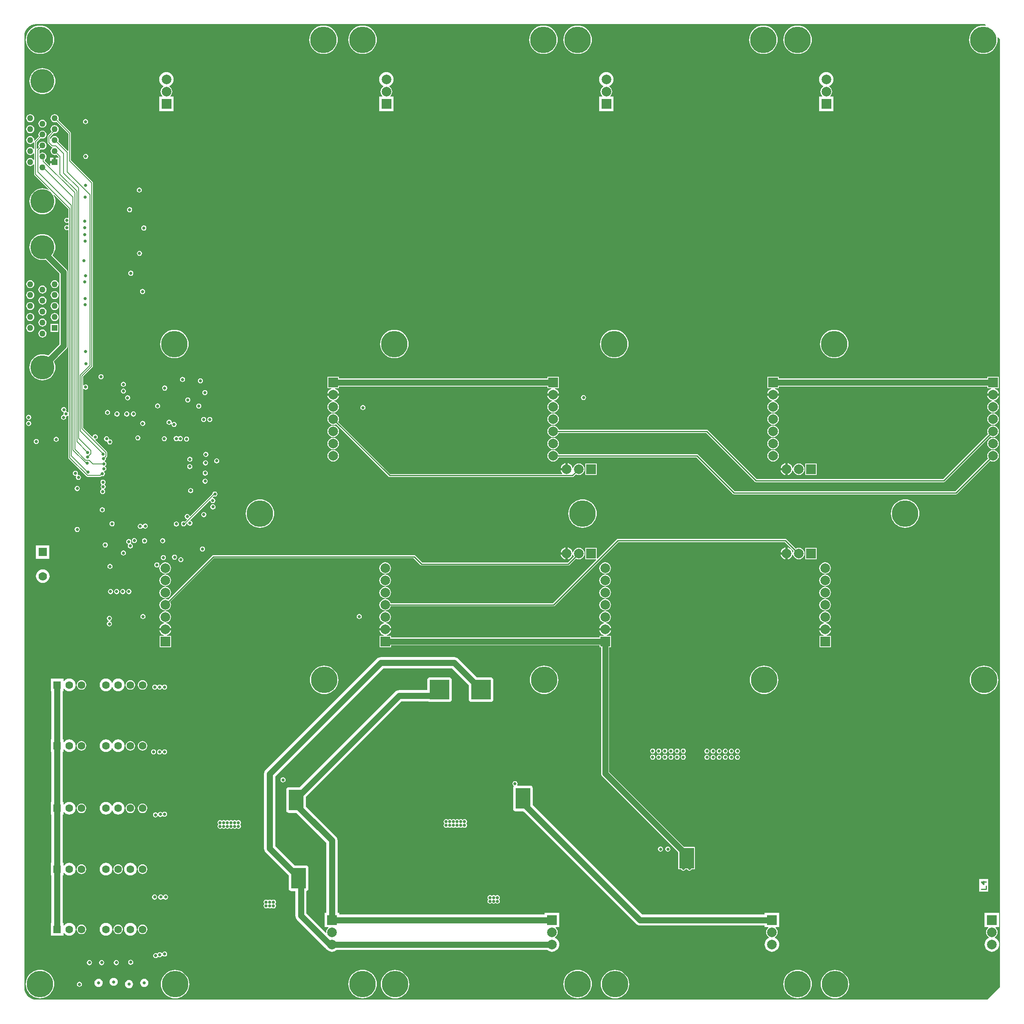
<source format=gbl>
G04*
G04 #@! TF.GenerationSoftware,Altium Limited,Altium Designer,20.0.14 (345)*
G04*
G04 Layer_Physical_Order=4*
G04 Layer_Color=16711680*
%FSLAX25Y25*%
%MOIN*%
G70*
G01*
G75*
%ADD10C,0.01000*%
%ADD83C,0.05000*%
%ADD85C,0.00600*%
%ADD87R,0.12000X0.17000*%
%ADD92C,0.07874*%
%ADD93R,0.07874X0.07874*%
%ADD94R,0.06299X0.06299*%
%ADD95C,0.06299*%
%ADD96R,0.07874X0.07874*%
%ADD97C,0.19685*%
%ADD98C,0.05000*%
%ADD99R,0.05000X0.05000*%
%ADD100C,0.07000*%
%ADD101R,0.07000X0.07000*%
%ADD102C,0.21654*%
%ADD103C,0.02600*%
%ADD105R,0.16000X0.16000*%
G36*
X-3197Y785526D02*
X773260D01*
X773992Y784794D01*
X773843Y784301D01*
X773808Y784270D01*
X772000Y784413D01*
X770183Y784270D01*
X768411Y783844D01*
X766728Y783147D01*
X765174Y782195D01*
X763789Y781011D01*
X762605Y779626D01*
X761653Y778072D01*
X760956Y776389D01*
X760530Y774617D01*
X760387Y772800D01*
X760530Y770983D01*
X760956Y769211D01*
X761653Y767528D01*
X762605Y765974D01*
X763789Y764589D01*
X765174Y763405D01*
X766728Y762453D01*
X768411Y761756D01*
X770183Y761330D01*
X772000Y761187D01*
X773817Y761330D01*
X775588Y761756D01*
X777272Y762453D01*
X778826Y763405D01*
X780211Y764589D01*
X781395Y765974D01*
X782347Y767528D01*
X783044Y769211D01*
X783470Y770983D01*
X783612Y772800D01*
X783470Y774608D01*
X783500Y774643D01*
X783994Y774792D01*
X785526Y773260D01*
X785526Y-2434D01*
X775234Y-12725D01*
X-3173D01*
X-3243Y-12739D01*
X-5041Y-12562D01*
X-6837Y-12017D01*
X-8492Y-11133D01*
X-9942Y-9942D01*
X-11133Y-8492D01*
X-12017Y-6837D01*
X-12562Y-5041D01*
X-12739Y-3243D01*
X-12725Y-3173D01*
Y776064D01*
X-12735Y776111D01*
X-12562Y777864D01*
X-12017Y779660D01*
X-11133Y781315D01*
X-9942Y782766D01*
X-8492Y783956D01*
X-6837Y784841D01*
X-5041Y785386D01*
X-3338Y785554D01*
X-3197Y785526D01*
D02*
G37*
%LPC*%
G36*
X620000Y784413D02*
X618183Y784270D01*
X616411Y783844D01*
X614728Y783147D01*
X613174Y782195D01*
X611789Y781011D01*
X610605Y779626D01*
X609653Y778072D01*
X608956Y776389D01*
X608530Y774617D01*
X608387Y772800D01*
X608530Y770983D01*
X608956Y769211D01*
X609653Y767528D01*
X610605Y765974D01*
X611789Y764589D01*
X613174Y763405D01*
X614728Y762453D01*
X616411Y761756D01*
X618183Y761330D01*
X620000Y761187D01*
X621817Y761330D01*
X623589Y761756D01*
X625272Y762453D01*
X626826Y763405D01*
X628211Y764589D01*
X629395Y765974D01*
X630347Y767528D01*
X631044Y769211D01*
X631470Y770983D01*
X631613Y772800D01*
X631470Y774617D01*
X631044Y776389D01*
X630347Y778072D01*
X629395Y779626D01*
X628211Y781011D01*
X626826Y782195D01*
X625272Y783147D01*
X623589Y783844D01*
X621817Y784270D01*
X620000Y784413D01*
D02*
G37*
G36*
X592000D02*
X590183Y784270D01*
X588412Y783844D01*
X586728Y783147D01*
X585174Y782195D01*
X583789Y781011D01*
X582605Y779626D01*
X581653Y778072D01*
X580956Y776389D01*
X580530Y774617D01*
X580387Y772800D01*
X580530Y770983D01*
X580956Y769211D01*
X581653Y767528D01*
X582605Y765974D01*
X583789Y764589D01*
X585174Y763405D01*
X586728Y762453D01*
X588412Y761756D01*
X590183Y761330D01*
X592000Y761187D01*
X593817Y761330D01*
X595588Y761756D01*
X597272Y762453D01*
X598826Y763405D01*
X600211Y764589D01*
X601395Y765974D01*
X602347Y767528D01*
X603044Y769211D01*
X603470Y770983D01*
X603613Y772800D01*
X603470Y774617D01*
X603044Y776389D01*
X602347Y778072D01*
X601395Y779626D01*
X600211Y781011D01*
X598826Y782195D01*
X597272Y783147D01*
X595588Y783844D01*
X593817Y784270D01*
X592000Y784413D01*
D02*
G37*
G36*
X440000D02*
X438183Y784270D01*
X436412Y783844D01*
X434728Y783147D01*
X433174Y782195D01*
X431789Y781011D01*
X430605Y779626D01*
X429653Y778072D01*
X428956Y776389D01*
X428530Y774617D01*
X428387Y772800D01*
X428530Y770983D01*
X428956Y769211D01*
X429653Y767528D01*
X430605Y765974D01*
X431789Y764589D01*
X433174Y763405D01*
X434728Y762453D01*
X436412Y761756D01*
X438183Y761330D01*
X440000Y761187D01*
X441817Y761330D01*
X443588Y761756D01*
X445272Y762453D01*
X446826Y763405D01*
X448211Y764589D01*
X449395Y765974D01*
X450347Y767528D01*
X451044Y769211D01*
X451470Y770983D01*
X451613Y772800D01*
X451470Y774617D01*
X451044Y776389D01*
X450347Y778072D01*
X449395Y779626D01*
X448211Y781011D01*
X446826Y782195D01*
X445272Y783147D01*
X443588Y783844D01*
X441817Y784270D01*
X440000Y784413D01*
D02*
G37*
G36*
X412000D02*
X410183Y784270D01*
X408412Y783844D01*
X406728Y783147D01*
X405174Y782195D01*
X403789Y781011D01*
X402605Y779626D01*
X401653Y778072D01*
X400956Y776389D01*
X400530Y774617D01*
X400387Y772800D01*
X400530Y770983D01*
X400956Y769211D01*
X401653Y767528D01*
X402605Y765974D01*
X403789Y764589D01*
X405174Y763405D01*
X406728Y762453D01*
X408412Y761756D01*
X410183Y761330D01*
X412000Y761187D01*
X413817Y761330D01*
X415588Y761756D01*
X417272Y762453D01*
X418826Y763405D01*
X420211Y764589D01*
X421395Y765974D01*
X422347Y767528D01*
X423044Y769211D01*
X423470Y770983D01*
X423612Y772800D01*
X423470Y774617D01*
X423044Y776389D01*
X422347Y778072D01*
X421395Y779626D01*
X420211Y781011D01*
X418826Y782195D01*
X417272Y783147D01*
X415588Y783844D01*
X413817Y784270D01*
X412000Y784413D01*
D02*
G37*
G36*
X264000D02*
X262183Y784270D01*
X260412Y783844D01*
X258728Y783147D01*
X257174Y782195D01*
X255789Y781011D01*
X254605Y779626D01*
X253653Y778072D01*
X252956Y776389D01*
X252530Y774617D01*
X252387Y772800D01*
X252530Y770983D01*
X252956Y769211D01*
X253653Y767528D01*
X254605Y765974D01*
X255789Y764589D01*
X257174Y763405D01*
X258728Y762453D01*
X260412Y761756D01*
X262183Y761330D01*
X264000Y761187D01*
X265817Y761330D01*
X267588Y761756D01*
X269272Y762453D01*
X270826Y763405D01*
X272211Y764589D01*
X273395Y765974D01*
X274347Y767528D01*
X275044Y769211D01*
X275470Y770983D01*
X275612Y772800D01*
X275470Y774617D01*
X275044Y776389D01*
X274347Y778072D01*
X273395Y779626D01*
X272211Y781011D01*
X270826Y782195D01*
X269272Y783147D01*
X267588Y783844D01*
X265817Y784270D01*
X264000Y784413D01*
D02*
G37*
G36*
X232000D02*
X230183Y784270D01*
X228412Y783844D01*
X226728Y783147D01*
X225174Y782195D01*
X223789Y781011D01*
X222605Y779626D01*
X221653Y778072D01*
X220956Y776389D01*
X220530Y774617D01*
X220387Y772800D01*
X220530Y770983D01*
X220956Y769211D01*
X221653Y767528D01*
X222605Y765974D01*
X223789Y764589D01*
X225174Y763405D01*
X226728Y762453D01*
X228412Y761756D01*
X230183Y761330D01*
X232000Y761187D01*
X233817Y761330D01*
X235588Y761756D01*
X237272Y762453D01*
X238826Y763405D01*
X240211Y764589D01*
X241395Y765974D01*
X242347Y767528D01*
X243044Y769211D01*
X243470Y770983D01*
X243613Y772800D01*
X243470Y774617D01*
X243044Y776389D01*
X242347Y778072D01*
X241395Y779626D01*
X240211Y781011D01*
X238826Y782195D01*
X237272Y783147D01*
X235588Y783844D01*
X233817Y784270D01*
X232000Y784413D01*
D02*
G37*
G36*
X-0D02*
X-1817Y784270D01*
X-3588Y783844D01*
X-5272Y783147D01*
X-6826Y782195D01*
X-8211Y781011D01*
X-9395Y779626D01*
X-10347Y778072D01*
X-11044Y776389D01*
X-11470Y774617D01*
X-11613Y772800D01*
X-11470Y770983D01*
X-11044Y769211D01*
X-10347Y767528D01*
X-9395Y765974D01*
X-8211Y764589D01*
X-6826Y763405D01*
X-5272Y762453D01*
X-3588Y761756D01*
X-1817Y761330D01*
X-0Y761187D01*
X1817Y761330D01*
X3588Y761756D01*
X5272Y762453D01*
X6826Y763405D01*
X8211Y764589D01*
X9395Y765974D01*
X10347Y767528D01*
X11044Y769211D01*
X11470Y770983D01*
X11613Y772800D01*
X11470Y774617D01*
X11044Y776389D01*
X10347Y778072D01*
X9395Y779626D01*
X8211Y781011D01*
X6826Y782195D01*
X5272Y783147D01*
X3588Y783844D01*
X1817Y784270D01*
X-0Y784413D01*
D02*
G37*
G36*
X2000Y749547D02*
X338Y749416D01*
X-1283Y749027D01*
X-2824Y748389D01*
X-4245Y747518D01*
X-5513Y746435D01*
X-6596Y745167D01*
X-7467Y743746D01*
X-8105Y742205D01*
X-8495Y740584D01*
X-8625Y738922D01*
X-8495Y737260D01*
X-8105Y735639D01*
X-7467Y734098D01*
X-6596Y732677D01*
X-5513Y731409D01*
X-4245Y730326D01*
X-2824Y729455D01*
X-1283Y728817D01*
X338Y728428D01*
X2000Y728297D01*
X3662Y728428D01*
X5283Y728817D01*
X6824Y729455D01*
X8245Y730326D01*
X9513Y731409D01*
X10596Y732677D01*
X11467Y734098D01*
X12105Y735639D01*
X12494Y737260D01*
X12625Y738922D01*
X12494Y740584D01*
X12105Y742205D01*
X11467Y743746D01*
X10596Y745167D01*
X9513Y746435D01*
X8245Y747518D01*
X6824Y748389D01*
X5283Y749027D01*
X3662Y749416D01*
X2000Y749547D01*
D02*
G37*
G36*
X643476Y746273D02*
X642312Y746158D01*
X641193Y745819D01*
X640161Y745267D01*
X639257Y744525D01*
X638515Y743621D01*
X637964Y742590D01*
X637625Y741471D01*
X637510Y740307D01*
X637625Y739143D01*
X637964Y738024D01*
X638515Y736993D01*
X639257Y736089D01*
X640161Y735347D01*
X641003Y734897D01*
X641053Y734667D01*
X641042Y734379D01*
X641026Y734335D01*
X640133Y733650D01*
X639382Y732671D01*
X638909Y731531D01*
X638748Y730307D01*
X638909Y729083D01*
X639382Y727943D01*
X640133Y726964D01*
X640454Y726717D01*
X640294Y726244D01*
X637539D01*
Y714370D01*
X649413D01*
Y726244D01*
X646658D01*
X646497Y726717D01*
X646818Y726964D01*
X647570Y727943D01*
X648042Y729083D01*
X648203Y730307D01*
X648042Y731531D01*
X647570Y732671D01*
X646818Y733650D01*
X645926Y734335D01*
X645910Y734379D01*
X645898Y734667D01*
X645949Y734897D01*
X646790Y735347D01*
X647694Y736089D01*
X648436Y736993D01*
X648987Y738024D01*
X649327Y739143D01*
X649441Y740307D01*
X649327Y741471D01*
X648987Y742590D01*
X648436Y743621D01*
X647694Y744525D01*
X646790Y745267D01*
X645759Y745819D01*
X644639Y746158D01*
X643476Y746273D01*
D02*
G37*
G36*
X463476D02*
X462312Y746158D01*
X461193Y745819D01*
X460161Y745267D01*
X459257Y744525D01*
X458515Y743621D01*
X457964Y742590D01*
X457624Y741471D01*
X457510Y740307D01*
X457624Y739143D01*
X457964Y738024D01*
X458515Y736993D01*
X459257Y736089D01*
X460161Y735347D01*
X461002Y734897D01*
X461053Y734667D01*
X461042Y734379D01*
X461026Y734335D01*
X460133Y733650D01*
X459381Y732671D01*
X458909Y731531D01*
X458748Y730307D01*
X458909Y729083D01*
X459381Y727943D01*
X460133Y726964D01*
X460454Y726717D01*
X460294Y726244D01*
X457539D01*
Y714370D01*
X469413D01*
Y726244D01*
X466658D01*
X466497Y726717D01*
X466818Y726964D01*
X467570Y727943D01*
X468042Y729083D01*
X468203Y730307D01*
X468042Y731531D01*
X467570Y732671D01*
X466818Y733650D01*
X465926Y734335D01*
X465910Y734379D01*
X465898Y734667D01*
X465949Y734897D01*
X466790Y735347D01*
X467694Y736089D01*
X468436Y736993D01*
X468987Y738024D01*
X469327Y739143D01*
X469441Y740307D01*
X469327Y741471D01*
X468987Y742590D01*
X468436Y743621D01*
X467694Y744525D01*
X466790Y745267D01*
X465759Y745819D01*
X464640Y746158D01*
X463476Y746273D01*
D02*
G37*
G36*
X283476D02*
X282312Y746158D01*
X281193Y745819D01*
X280161Y745267D01*
X279257Y744525D01*
X278515Y743621D01*
X277964Y742590D01*
X277625Y741471D01*
X277510Y740307D01*
X277625Y739143D01*
X277964Y738024D01*
X278515Y736993D01*
X279257Y736089D01*
X280161Y735347D01*
X281002Y734897D01*
X281053Y734667D01*
X281042Y734379D01*
X281026Y734335D01*
X280133Y733650D01*
X279381Y732671D01*
X278909Y731531D01*
X278748Y730307D01*
X278909Y729083D01*
X279381Y727943D01*
X280133Y726964D01*
X280454Y726717D01*
X280294Y726244D01*
X277539D01*
Y714370D01*
X289413D01*
Y726244D01*
X286658D01*
X286497Y726717D01*
X286818Y726964D01*
X287570Y727943D01*
X288042Y729083D01*
X288203Y730307D01*
X288042Y731531D01*
X287570Y732671D01*
X286818Y733650D01*
X285926Y734335D01*
X285910Y734379D01*
X285898Y734667D01*
X285949Y734897D01*
X286790Y735347D01*
X287694Y736089D01*
X288436Y736993D01*
X288987Y738024D01*
X289327Y739143D01*
X289441Y740307D01*
X289327Y741471D01*
X288987Y742590D01*
X288436Y743621D01*
X287694Y744525D01*
X286790Y745267D01*
X285759Y745819D01*
X284640Y746158D01*
X283476Y746273D01*
D02*
G37*
G36*
X103476D02*
X102312Y746158D01*
X101193Y745819D01*
X100161Y745267D01*
X99257Y744525D01*
X98515Y743621D01*
X97964Y742590D01*
X97624Y741471D01*
X97510Y740307D01*
X97624Y739143D01*
X97964Y738024D01*
X98515Y736993D01*
X99257Y736089D01*
X100161Y735347D01*
X101003Y734897D01*
X101053Y734667D01*
X101042Y734379D01*
X101026Y734335D01*
X100133Y733650D01*
X99382Y732671D01*
X98909Y731531D01*
X98748Y730307D01*
X98909Y729083D01*
X99382Y727943D01*
X100133Y726964D01*
X100454Y726717D01*
X100294Y726244D01*
X97539D01*
Y714370D01*
X109413D01*
Y726244D01*
X106658D01*
X106497Y726717D01*
X106818Y726964D01*
X107570Y727943D01*
X108042Y729083D01*
X108203Y730307D01*
X108042Y731531D01*
X107570Y732671D01*
X106818Y733650D01*
X105926Y734335D01*
X105910Y734379D01*
X105898Y734667D01*
X105949Y734897D01*
X106790Y735347D01*
X107694Y736089D01*
X108436Y736993D01*
X108987Y738024D01*
X109327Y739143D01*
X109441Y740307D01*
X109327Y741471D01*
X108987Y742590D01*
X108436Y743621D01*
X107694Y744525D01*
X106790Y745267D01*
X105759Y745819D01*
X104639Y746158D01*
X103476Y746273D01*
D02*
G37*
G36*
X-8000Y711885D02*
X-8848Y711773D01*
X-9639Y711446D01*
X-10318Y710925D01*
X-10839Y710246D01*
X-11166Y709455D01*
X-11278Y708607D01*
X-11166Y707759D01*
X-10839Y706968D01*
X-10318Y706289D01*
X-9639Y705768D01*
X-8848Y705441D01*
X-8000Y705329D01*
X-7152Y705441D01*
X-6361Y705768D01*
X-5682Y706289D01*
X-5161Y706968D01*
X-4834Y707759D01*
X-4722Y708607D01*
X-4834Y709455D01*
X-5161Y710246D01*
X-5682Y710925D01*
X-6361Y711446D01*
X-7152Y711773D01*
X-8000Y711885D01*
D02*
G37*
G36*
X37291Y707890D02*
X36491Y707731D01*
X35813Y707278D01*
X35360Y706600D01*
X35201Y705800D01*
X35360Y705000D01*
X35813Y704322D01*
X36491Y703869D01*
X37291Y703710D01*
X38091Y703869D01*
X38769Y704322D01*
X39222Y705000D01*
X39382Y705800D01*
X39222Y706600D01*
X38769Y707278D01*
X38091Y707731D01*
X37291Y707890D01*
D02*
G37*
G36*
X2000Y707397D02*
X1152Y707285D01*
X361Y706958D01*
X-318Y706437D01*
X-839Y705758D01*
X-1166Y704967D01*
X-1278Y704119D01*
X-1166Y703270D01*
X-839Y702480D01*
X-318Y701801D01*
X361Y701280D01*
X1152Y700953D01*
X2000Y700841D01*
X2848Y700953D01*
X3639Y701280D01*
X4318Y701801D01*
X4839Y702480D01*
X5166Y703270D01*
X5278Y704119D01*
X5166Y704967D01*
X4839Y705758D01*
X4318Y706437D01*
X3639Y706958D01*
X2848Y707285D01*
X2000Y707397D01*
D02*
G37*
G36*
X12000Y711885D02*
X11152Y711773D01*
X10361Y711446D01*
X9682Y710925D01*
X9161Y710246D01*
X8834Y709455D01*
X8722Y708607D01*
X8834Y707759D01*
X9161Y706968D01*
X9682Y706289D01*
X10361Y705768D01*
X11152Y705441D01*
X12000Y705329D01*
X12848Y705441D01*
X13417Y705676D01*
X23221Y695872D01*
Y682092D01*
X22721Y681885D01*
X15059Y689546D01*
X15166Y689806D01*
X15278Y690654D01*
X15166Y691503D01*
X14839Y692293D01*
X14318Y692972D01*
X13639Y693493D01*
X12848Y693821D01*
X12000Y693932D01*
X11152Y693821D01*
X10361Y693493D01*
X9682Y692972D01*
X9161Y692293D01*
X8834Y691503D01*
X8362Y691609D01*
Y693357D01*
X11433Y696427D01*
X12000Y696353D01*
X12848Y696464D01*
X13639Y696792D01*
X14318Y697313D01*
X14839Y697992D01*
X15166Y698782D01*
X15278Y699631D01*
X15166Y700479D01*
X14839Y701270D01*
X14318Y701949D01*
X13639Y702470D01*
X12848Y702797D01*
X12000Y702909D01*
X11152Y702797D01*
X10361Y702470D01*
X9682Y701949D01*
X9161Y701270D01*
X8834Y700479D01*
X8722Y699631D01*
X8834Y698782D01*
X9161Y697992D01*
X9512Y697535D01*
X6534Y694557D01*
X6302Y694210D01*
X6221Y693800D01*
Y688800D01*
X6302Y688390D01*
X6534Y688043D01*
X9342Y685235D01*
X9342Y685235D01*
X9690Y685003D01*
X10092Y684923D01*
X10106Y684898D01*
X10237Y684421D01*
X9682Y683996D01*
X9161Y683317D01*
X8834Y682526D01*
X8722Y681678D01*
X8834Y680829D01*
X9161Y680039D01*
X9682Y679360D01*
X10361Y678839D01*
X11152Y678512D01*
X12000Y678400D01*
X12848Y678512D01*
X13417Y678747D01*
X15221Y676943D01*
Y676280D01*
X12843D01*
Y672780D01*
X11842D01*
Y671780D01*
X8343D01*
Y669879D01*
X7842Y669671D01*
X3825Y673689D01*
Y674494D01*
X4318Y674872D01*
X4839Y675551D01*
X5166Y676341D01*
X5278Y677190D01*
X5166Y678038D01*
X4839Y678829D01*
X4318Y679508D01*
X3639Y680029D01*
X2848Y680356D01*
X2000Y680468D01*
X1152Y680356D01*
X361Y680029D01*
X21Y679767D01*
X-479Y680014D01*
Y682173D01*
X583Y683235D01*
X1152Y683000D01*
X2000Y682888D01*
X2848Y683000D01*
X3639Y683327D01*
X4318Y683848D01*
X4839Y684527D01*
X5166Y685318D01*
X5278Y686166D01*
X5166Y687015D01*
X4839Y687805D01*
X4318Y688484D01*
X3639Y689005D01*
X2848Y689332D01*
X2000Y689444D01*
X1152Y689332D01*
X361Y689005D01*
X-318Y688484D01*
X-839Y687805D01*
X-1166Y687015D01*
X-1278Y686166D01*
X-1166Y685318D01*
X-931Y684749D01*
X-2138Y683542D01*
X-2638Y683749D01*
Y688990D01*
X583Y692212D01*
X1152Y691976D01*
X2000Y691864D01*
X2848Y691976D01*
X3639Y692304D01*
X4318Y692825D01*
X4839Y693504D01*
X5166Y694294D01*
X5278Y695143D01*
X5166Y695991D01*
X4839Y696781D01*
X4318Y697460D01*
X3639Y697981D01*
X2848Y698309D01*
X2000Y698421D01*
X1152Y698309D01*
X361Y697981D01*
X-318Y697460D01*
X-839Y696781D01*
X-1166Y695991D01*
X-1278Y695143D01*
X-1166Y694294D01*
X-931Y693726D01*
X-4250Y690406D01*
X-4724Y690640D01*
X-4722Y690654D01*
X-4834Y691503D01*
X-5161Y692293D01*
X-5682Y692972D01*
X-6361Y693493D01*
X-7152Y693821D01*
X-8000Y693932D01*
X-8848Y693821D01*
X-9639Y693493D01*
X-10318Y692972D01*
X-10839Y692293D01*
X-11166Y691503D01*
X-11278Y690654D01*
X-11166Y689806D01*
X-10839Y689015D01*
X-10318Y688336D01*
X-9639Y687816D01*
X-8848Y687488D01*
X-8000Y687376D01*
X-7152Y687488D01*
X-6361Y687816D01*
X-5682Y688336D01*
X-5279Y688861D01*
X-4779Y688692D01*
Y683641D01*
X-5279Y683471D01*
X-5682Y683996D01*
X-6361Y684517D01*
X-7152Y684844D01*
X-8000Y684956D01*
X-8848Y684844D01*
X-9639Y684517D01*
X-10318Y683996D01*
X-10839Y683317D01*
X-11166Y682526D01*
X-11278Y681678D01*
X-11166Y680829D01*
X-10839Y680039D01*
X-10318Y679360D01*
X-9639Y678839D01*
X-8848Y678512D01*
X-8000Y678400D01*
X-7152Y678512D01*
X-6361Y678839D01*
X-5682Y679360D01*
X-5279Y679885D01*
X-4779Y679715D01*
Y674664D01*
X-5279Y674495D01*
X-5682Y675020D01*
X-6361Y675540D01*
X-7152Y675868D01*
X-8000Y675980D01*
X-8848Y675868D01*
X-9639Y675540D01*
X-10318Y675020D01*
X-10839Y674341D01*
X-11166Y673550D01*
X-11278Y672702D01*
X-11166Y671853D01*
X-10839Y671063D01*
X-10318Y670384D01*
X-9639Y669863D01*
X-8848Y669535D01*
X-8000Y669423D01*
X-7152Y669535D01*
X-6361Y669863D01*
X-5682Y670384D01*
X-5279Y670909D01*
X-4779Y670739D01*
Y662800D01*
X-4698Y662390D01*
X-4466Y662043D01*
X7247Y650331D01*
X6935Y649935D01*
X6824Y650003D01*
X5283Y650641D01*
X3662Y651031D01*
X2000Y651161D01*
X338Y651031D01*
X-1283Y650641D01*
X-2824Y650003D01*
X-4245Y649132D01*
X-5513Y648049D01*
X-6596Y646782D01*
X-7467Y645360D01*
X-8105Y643820D01*
X-8495Y642198D01*
X-8625Y640536D01*
X-8495Y638874D01*
X-8105Y637253D01*
X-7467Y635712D01*
X-6596Y634291D01*
X-5513Y633023D01*
X-4245Y631940D01*
X-2824Y631069D01*
X-1283Y630431D01*
X338Y630042D01*
X2000Y629911D01*
X3662Y630042D01*
X5283Y630431D01*
X6824Y631069D01*
X8245Y631940D01*
X9513Y633023D01*
X10596Y634291D01*
X11467Y635712D01*
X12105Y637253D01*
X12494Y638874D01*
X12625Y640536D01*
X12494Y642198D01*
X12105Y643820D01*
X11467Y645360D01*
X11399Y645471D01*
X11795Y645783D01*
X23354Y634223D01*
Y627091D01*
X22913Y626856D01*
X22800Y626931D01*
X22000Y627090D01*
X21200Y626931D01*
X20522Y626478D01*
X20069Y625800D01*
X19910Y625000D01*
X20069Y624200D01*
X20522Y623522D01*
X21200Y623069D01*
X22000Y622910D01*
X22800Y623069D01*
X22913Y623144D01*
X23354Y622909D01*
Y621091D01*
X22913Y620856D01*
X22800Y620931D01*
X22000Y621090D01*
X21200Y620931D01*
X20522Y620478D01*
X20069Y619800D01*
X19910Y619000D01*
X20069Y618200D01*
X20522Y617522D01*
X21200Y617069D01*
X22000Y616910D01*
X22800Y617069D01*
X22913Y617144D01*
X23354Y616909D01*
Y468053D01*
X22854Y467901D01*
X22769Y468028D01*
X22091Y468481D01*
X21576Y468584D01*
X21332Y469119D01*
X21455Y469303D01*
X21614Y470103D01*
X21455Y470903D01*
X21002Y471581D01*
X20324Y472034D01*
X19524Y472193D01*
X18724Y472034D01*
X18046Y471581D01*
X17593Y470903D01*
X17434Y470103D01*
X17593Y469303D01*
X18046Y468625D01*
X18724Y468172D01*
X19240Y468070D01*
X19483Y467534D01*
X19360Y467350D01*
X19201Y466550D01*
X19326Y465924D01*
X19291Y465890D01*
X18491Y465731D01*
X17813Y465278D01*
X17360Y464600D01*
X17201Y463800D01*
X17360Y463000D01*
X17813Y462322D01*
X18491Y461869D01*
X19291Y461710D01*
X20091Y461869D01*
X20769Y462322D01*
X21222Y463000D01*
X21382Y463800D01*
X21257Y464426D01*
X21291Y464460D01*
X22091Y464619D01*
X22769Y465072D01*
X22854Y465199D01*
X23354Y465047D01*
Y430576D01*
X23435Y430166D01*
X23667Y429819D01*
X38078Y415409D01*
X38425Y415176D01*
X38835Y415095D01*
X49197D01*
X49607Y415176D01*
X49954Y415409D01*
X50264Y415719D01*
X50310Y415688D01*
X51110Y415529D01*
X51910Y415688D01*
X52588Y416141D01*
X53041Y416819D01*
X53200Y417619D01*
X53041Y418419D01*
X52588Y419097D01*
X52401Y419222D01*
X52507Y419753D01*
X53091Y419869D01*
X53769Y420322D01*
X54222Y421000D01*
X54382Y421800D01*
X54222Y422600D01*
X53769Y423278D01*
X53438Y423499D01*
Y424101D01*
X53769Y424322D01*
X54222Y425000D01*
X54382Y425800D01*
X54222Y426600D01*
X53769Y427278D01*
X53143Y427697D01*
X53079Y427966D01*
X53065Y428246D01*
X53478Y428522D01*
X53931Y429200D01*
X54090Y430000D01*
X53995Y430481D01*
X54757Y431243D01*
X54989Y431590D01*
X55071Y432000D01*
X55071Y432000D01*
Y435000D01*
X54989Y435410D01*
X54757Y435757D01*
X45284Y445230D01*
X45467Y445755D01*
X46041Y445869D01*
X46719Y446322D01*
X47172Y447000D01*
X47332Y447800D01*
X47172Y448600D01*
X46719Y449278D01*
X46041Y449731D01*
X45241Y449890D01*
X44441Y449731D01*
X43763Y449278D01*
X43310Y448600D01*
X43196Y448025D01*
X42672Y447842D01*
X35362Y455152D01*
Y486909D01*
X35862Y487061D01*
X35863Y487059D01*
X36541Y486606D01*
X37341Y486447D01*
X38141Y486606D01*
X38819Y487059D01*
X39272Y487737D01*
X39432Y488537D01*
X39272Y489337D01*
X38819Y490015D01*
X38141Y490468D01*
X37341Y490627D01*
X36541Y490468D01*
X35863Y490015D01*
X35862Y490013D01*
X35362Y490164D01*
Y497357D01*
X43048Y505043D01*
X43280Y505390D01*
X43362Y505800D01*
Y655800D01*
X43280Y656210D01*
X43048Y656557D01*
X43048Y656557D01*
X25362Y674243D01*
Y696316D01*
X25280Y696726D01*
X25048Y697073D01*
X14931Y707190D01*
X15166Y707759D01*
X15278Y708607D01*
X15166Y709455D01*
X14839Y710246D01*
X14318Y710925D01*
X13639Y711446D01*
X12848Y711773D01*
X12000Y711885D01*
D02*
G37*
G36*
X-8000Y702909D02*
X-8848Y702797D01*
X-9639Y702470D01*
X-10318Y701949D01*
X-10839Y701270D01*
X-11166Y700479D01*
X-11278Y699631D01*
X-11166Y698782D01*
X-10839Y697992D01*
X-10318Y697313D01*
X-9639Y696792D01*
X-8848Y696464D01*
X-8000Y696353D01*
X-7152Y696464D01*
X-6361Y696792D01*
X-5682Y697313D01*
X-5161Y697992D01*
X-4834Y698782D01*
X-4722Y699631D01*
X-4834Y700479D01*
X-5161Y701270D01*
X-5682Y701949D01*
X-6361Y702470D01*
X-7152Y702797D01*
X-8000Y702909D01*
D02*
G37*
G36*
X37402Y679395D02*
X36602Y679236D01*
X35924Y678783D01*
X35471Y678105D01*
X35312Y677305D01*
X35471Y676506D01*
X35924Y675827D01*
X36602Y675374D01*
X37402Y675215D01*
X38202Y675374D01*
X38880Y675827D01*
X39333Y676506D01*
X39492Y677305D01*
X39333Y678105D01*
X38880Y678783D01*
X38202Y679236D01*
X37402Y679395D01*
D02*
G37*
G36*
X10842Y676280D02*
X8343D01*
Y673780D01*
X10842D01*
Y676280D01*
D02*
G37*
G36*
X81291Y651890D02*
X80491Y651731D01*
X79813Y651278D01*
X79360Y650600D01*
X79201Y649800D01*
X79360Y649000D01*
X79813Y648322D01*
X80491Y647869D01*
X81291Y647710D01*
X82091Y647869D01*
X82769Y648322D01*
X83222Y649000D01*
X83381Y649800D01*
X83222Y650600D01*
X82769Y651278D01*
X82091Y651731D01*
X81291Y651890D01*
D02*
G37*
G36*
X73362Y635819D02*
X72562Y635660D01*
X71884Y635207D01*
X71431Y634529D01*
X71272Y633729D01*
X71431Y632929D01*
X71884Y632251D01*
X72562Y631798D01*
X73362Y631639D01*
X74162Y631798D01*
X74840Y632251D01*
X75293Y632929D01*
X75452Y633729D01*
X75293Y634529D01*
X74840Y635207D01*
X74162Y635660D01*
X73362Y635819D01*
D02*
G37*
G36*
X85039Y620819D02*
X84240Y620660D01*
X83561Y620207D01*
X83108Y619529D01*
X82949Y618729D01*
X83108Y617929D01*
X83561Y617251D01*
X84240Y616798D01*
X85039Y616639D01*
X85839Y616798D01*
X86517Y617251D01*
X86970Y617929D01*
X87129Y618729D01*
X86970Y619529D01*
X86517Y620207D01*
X85839Y620660D01*
X85039Y620819D01*
D02*
G37*
G36*
X81453Y600052D02*
X80653Y599893D01*
X79975Y599440D01*
X79522Y598762D01*
X79363Y597962D01*
X79522Y597162D01*
X79975Y596484D01*
X80653Y596031D01*
X81453Y595871D01*
X82253Y596031D01*
X82931Y596484D01*
X83384Y597162D01*
X83543Y597962D01*
X83384Y598762D01*
X82931Y599440D01*
X82253Y599893D01*
X81453Y600052D01*
D02*
G37*
G36*
X74362Y583819D02*
X73562Y583660D01*
X72884Y583207D01*
X72431Y582529D01*
X72272Y581729D01*
X72431Y580929D01*
X72884Y580251D01*
X73562Y579798D01*
X74362Y579639D01*
X75162Y579798D01*
X75840Y580251D01*
X76293Y580929D01*
X76452Y581729D01*
X76293Y582529D01*
X75840Y583207D01*
X75162Y583660D01*
X74362Y583819D01*
D02*
G37*
G36*
X12000Y576078D02*
X11152Y575966D01*
X10361Y575639D01*
X9682Y575118D01*
X9161Y574439D01*
X8834Y573648D01*
X8722Y572800D01*
X8834Y571952D01*
X9161Y571161D01*
X9682Y570482D01*
X10361Y569961D01*
X11152Y569634D01*
X12000Y569522D01*
X12848Y569634D01*
X13639Y569961D01*
X14318Y570482D01*
X14839Y571161D01*
X15166Y571952D01*
X15278Y572800D01*
X15166Y573648D01*
X14839Y574439D01*
X14318Y575118D01*
X13639Y575639D01*
X12848Y575966D01*
X12000Y576078D01*
D02*
G37*
G36*
X-8000D02*
X-8848Y575966D01*
X-9639Y575639D01*
X-10318Y575118D01*
X-10839Y574439D01*
X-11166Y573648D01*
X-11278Y572800D01*
X-11166Y571952D01*
X-10839Y571161D01*
X-10318Y570482D01*
X-9639Y569961D01*
X-8848Y569634D01*
X-8000Y569522D01*
X-7152Y569634D01*
X-6361Y569961D01*
X-5682Y570482D01*
X-5161Y571161D01*
X-4834Y571952D01*
X-4722Y572800D01*
X-4834Y573648D01*
X-5161Y574439D01*
X-5682Y575118D01*
X-6361Y575639D01*
X-7152Y575966D01*
X-8000Y576078D01*
D02*
G37*
G36*
X2000Y571590D02*
X1152Y571478D01*
X361Y571151D01*
X-318Y570630D01*
X-839Y569951D01*
X-1166Y569160D01*
X-1278Y568312D01*
X-1166Y567463D01*
X-839Y566673D01*
X-318Y565994D01*
X361Y565473D01*
X1152Y565145D01*
X2000Y565034D01*
X2848Y565145D01*
X3639Y565473D01*
X4318Y565994D01*
X4839Y566673D01*
X5166Y567463D01*
X5278Y568312D01*
X5166Y569160D01*
X4839Y569951D01*
X4318Y570630D01*
X3639Y571151D01*
X2848Y571478D01*
X2000Y571590D01*
D02*
G37*
G36*
X83941Y568819D02*
X83141Y568660D01*
X82463Y568207D01*
X82010Y567529D01*
X81851Y566729D01*
X82010Y565929D01*
X82463Y565251D01*
X83141Y564798D01*
X83941Y564639D01*
X84741Y564798D01*
X85419Y565251D01*
X85872Y565929D01*
X86032Y566729D01*
X85872Y567529D01*
X85419Y568207D01*
X84741Y568660D01*
X83941Y568819D01*
D02*
G37*
G36*
X12000Y567102D02*
X11152Y566990D01*
X10361Y566663D01*
X9682Y566142D01*
X9161Y565463D01*
X8834Y564672D01*
X8722Y563824D01*
X8834Y562975D01*
X9161Y562185D01*
X9682Y561506D01*
X10361Y560985D01*
X11152Y560657D01*
X12000Y560546D01*
X12848Y560657D01*
X13639Y560985D01*
X14318Y561506D01*
X14839Y562185D01*
X15166Y562975D01*
X15278Y563824D01*
X15166Y564672D01*
X14839Y565463D01*
X14318Y566142D01*
X13639Y566663D01*
X12848Y566990D01*
X12000Y567102D01*
D02*
G37*
G36*
X-8000D02*
X-8848Y566990D01*
X-9639Y566663D01*
X-10318Y566142D01*
X-10839Y565463D01*
X-11166Y564672D01*
X-11278Y563824D01*
X-11166Y562975D01*
X-10839Y562185D01*
X-10318Y561506D01*
X-9639Y560985D01*
X-8848Y560657D01*
X-8000Y560546D01*
X-7152Y560657D01*
X-6361Y560985D01*
X-5682Y561506D01*
X-5161Y562185D01*
X-4834Y562975D01*
X-4722Y563824D01*
X-4834Y564672D01*
X-5161Y565463D01*
X-5682Y566142D01*
X-6361Y566663D01*
X-7152Y566990D01*
X-8000Y567102D01*
D02*
G37*
G36*
X2000Y562613D02*
X1152Y562502D01*
X361Y562174D01*
X-318Y561653D01*
X-839Y560974D01*
X-1166Y560184D01*
X-1278Y559335D01*
X-1166Y558487D01*
X-839Y557696D01*
X-318Y557018D01*
X361Y556497D01*
X1152Y556169D01*
X2000Y556057D01*
X2848Y556169D01*
X3639Y556497D01*
X4318Y557018D01*
X4839Y557696D01*
X5166Y558487D01*
X5278Y559335D01*
X5166Y560184D01*
X4839Y560974D01*
X4318Y561653D01*
X3639Y562174D01*
X2848Y562502D01*
X2000Y562613D01*
D02*
G37*
G36*
X12000Y558125D02*
X11152Y558014D01*
X10361Y557686D01*
X9682Y557165D01*
X9161Y556486D01*
X8834Y555696D01*
X8722Y554847D01*
X8834Y553999D01*
X9161Y553208D01*
X9682Y552529D01*
X10361Y552008D01*
X11152Y551681D01*
X12000Y551569D01*
X12848Y551681D01*
X13639Y552008D01*
X14318Y552529D01*
X14839Y553208D01*
X15166Y553999D01*
X15278Y554847D01*
X15166Y555696D01*
X14839Y556486D01*
X14318Y557165D01*
X13639Y557686D01*
X12848Y558014D01*
X12000Y558125D01*
D02*
G37*
G36*
X-8000D02*
X-8848Y558014D01*
X-9639Y557686D01*
X-10318Y557165D01*
X-10839Y556486D01*
X-11166Y555696D01*
X-11278Y554847D01*
X-11166Y553999D01*
X-10839Y553208D01*
X-10318Y552529D01*
X-9639Y552008D01*
X-8848Y551681D01*
X-8000Y551569D01*
X-7152Y551681D01*
X-6361Y552008D01*
X-5682Y552529D01*
X-5161Y553208D01*
X-4834Y553999D01*
X-4722Y554847D01*
X-4834Y555696D01*
X-5161Y556486D01*
X-5682Y557165D01*
X-6361Y557686D01*
X-7152Y558014D01*
X-8000Y558125D01*
D02*
G37*
G36*
X2000Y553637D02*
X1152Y553525D01*
X361Y553198D01*
X-318Y552677D01*
X-839Y551998D01*
X-1166Y551207D01*
X-1278Y550359D01*
X-1166Y549511D01*
X-839Y548720D01*
X-318Y548041D01*
X361Y547520D01*
X1152Y547193D01*
X2000Y547081D01*
X2848Y547193D01*
X3639Y547520D01*
X4318Y548041D01*
X4839Y548720D01*
X5166Y549511D01*
X5278Y550359D01*
X5166Y551207D01*
X4839Y551998D01*
X4318Y552677D01*
X3639Y553198D01*
X2848Y553525D01*
X2000Y553637D01*
D02*
G37*
G36*
X12000Y549149D02*
X11152Y549037D01*
X10361Y548710D01*
X9682Y548189D01*
X9161Y547510D01*
X8834Y546719D01*
X8722Y545871D01*
X8834Y545022D01*
X9161Y544232D01*
X9682Y543553D01*
X10361Y543032D01*
X11152Y542704D01*
X12000Y542593D01*
X12848Y542704D01*
X13639Y543032D01*
X14318Y543553D01*
X14839Y544232D01*
X15166Y545022D01*
X15278Y545871D01*
X15166Y546719D01*
X14839Y547510D01*
X14318Y548189D01*
X13639Y548710D01*
X12848Y549037D01*
X12000Y549149D01*
D02*
G37*
G36*
X-8000D02*
X-8848Y549037D01*
X-9639Y548710D01*
X-10318Y548189D01*
X-10839Y547510D01*
X-11166Y546719D01*
X-11278Y545871D01*
X-11166Y545022D01*
X-10839Y544232D01*
X-10318Y543553D01*
X-9639Y543032D01*
X-8848Y542704D01*
X-8000Y542593D01*
X-7152Y542704D01*
X-6361Y543032D01*
X-5682Y543553D01*
X-5161Y544232D01*
X-4834Y545022D01*
X-4722Y545871D01*
X-4834Y546719D01*
X-5161Y547510D01*
X-5682Y548189D01*
X-6361Y548710D01*
X-7152Y549037D01*
X-8000Y549149D01*
D02*
G37*
G36*
X2000Y544661D02*
X1152Y544549D01*
X361Y544221D01*
X-318Y543701D01*
X-839Y543022D01*
X-1166Y542231D01*
X-1278Y541383D01*
X-1166Y540534D01*
X-839Y539744D01*
X-318Y539065D01*
X361Y538544D01*
X1152Y538216D01*
X2000Y538105D01*
X2848Y538216D01*
X3639Y538544D01*
X4318Y539065D01*
X4839Y539744D01*
X5166Y540534D01*
X5278Y541383D01*
X5166Y542231D01*
X4839Y543022D01*
X4318Y543701D01*
X3639Y544221D01*
X2848Y544549D01*
X2000Y544661D01*
D02*
G37*
G36*
X15092Y540223D02*
X8592D01*
Y533723D01*
X15092D01*
Y540223D01*
D02*
G37*
G36*
X-8000Y540172D02*
X-8848Y540061D01*
X-9639Y539733D01*
X-10318Y539212D01*
X-10839Y538533D01*
X-11166Y537743D01*
X-11278Y536895D01*
X-11166Y536046D01*
X-10839Y535255D01*
X-10318Y534577D01*
X-9639Y534056D01*
X-8848Y533728D01*
X-8000Y533616D01*
X-7152Y533728D01*
X-6361Y534056D01*
X-5682Y534577D01*
X-5161Y535255D01*
X-4834Y536046D01*
X-4722Y536895D01*
X-4834Y537743D01*
X-5161Y538533D01*
X-5682Y539212D01*
X-6361Y539733D01*
X-7152Y540061D01*
X-8000Y540172D01*
D02*
G37*
G36*
X2000Y535684D02*
X1152Y535573D01*
X361Y535245D01*
X-318Y534724D01*
X-839Y534045D01*
X-1166Y533255D01*
X-1278Y532406D01*
X-1166Y531558D01*
X-839Y530767D01*
X-318Y530088D01*
X361Y529567D01*
X1152Y529240D01*
X2000Y529128D01*
X2848Y529240D01*
X3639Y529567D01*
X4318Y530088D01*
X4839Y530767D01*
X5166Y531558D01*
X5278Y532406D01*
X5166Y533255D01*
X4839Y534045D01*
X4318Y534724D01*
X3639Y535245D01*
X2848Y535573D01*
X2000Y535684D01*
D02*
G37*
G36*
Y613740D02*
X338Y613609D01*
X-1283Y613220D01*
X-2824Y612582D01*
X-4245Y611711D01*
X-5513Y610628D01*
X-6596Y609360D01*
X-7467Y607939D01*
X-8105Y606398D01*
X-8495Y604777D01*
X-8625Y603115D01*
X-8495Y601453D01*
X-8105Y599832D01*
X-7467Y598291D01*
X-6596Y596870D01*
X-5513Y595602D01*
X-4245Y594519D01*
X-2824Y593648D01*
X-1283Y593010D01*
X338Y592621D01*
X2000Y592490D01*
X3662Y592621D01*
X4534Y592830D01*
X16132Y581232D01*
Y523497D01*
X6828Y514193D01*
X6824Y514196D01*
X5283Y514834D01*
X3662Y515224D01*
X2000Y515354D01*
X338Y515224D01*
X-1283Y514834D01*
X-2824Y514196D01*
X-4245Y513325D01*
X-5513Y512242D01*
X-6596Y510975D01*
X-7467Y509553D01*
X-8105Y508012D01*
X-8495Y506391D01*
X-8625Y504729D01*
X-8495Y503067D01*
X-8105Y501446D01*
X-7467Y499905D01*
X-6596Y498484D01*
X-5513Y497216D01*
X-4245Y496133D01*
X-2824Y495262D01*
X-1283Y494624D01*
X338Y494235D01*
X2000Y494104D01*
X3662Y494235D01*
X5283Y494624D01*
X6824Y495262D01*
X8245Y496133D01*
X9513Y497216D01*
X10596Y498484D01*
X11467Y499905D01*
X12105Y501446D01*
X12494Y503067D01*
X12625Y504729D01*
X12494Y506391D01*
X12105Y508012D01*
X11467Y509553D01*
X11464Y509558D01*
X21728Y519821D01*
X22249Y520500D01*
X22576Y521290D01*
X22688Y522139D01*
Y582590D01*
X22632Y583014D01*
X22576Y583439D01*
X22249Y584229D01*
X21728Y584908D01*
X10214Y596422D01*
X10596Y596870D01*
X11467Y598291D01*
X12105Y599832D01*
X12494Y601453D01*
X12625Y603115D01*
X12494Y604777D01*
X12105Y606398D01*
X11467Y607939D01*
X10596Y609360D01*
X9513Y610628D01*
X8245Y611711D01*
X6824Y612582D01*
X5283Y613220D01*
X3662Y613609D01*
X2000Y613740D01*
D02*
G37*
G36*
X650000Y535413D02*
X648183Y535270D01*
X646412Y534844D01*
X644728Y534147D01*
X643174Y533195D01*
X641789Y532011D01*
X640605Y530626D01*
X639653Y529072D01*
X638956Y527388D01*
X638530Y525617D01*
X638387Y523800D01*
X638530Y521983D01*
X638956Y520212D01*
X639653Y518528D01*
X640605Y516974D01*
X641789Y515589D01*
X643174Y514405D01*
X644728Y513453D01*
X646412Y512756D01*
X648183Y512330D01*
X650000Y512187D01*
X651817Y512330D01*
X653588Y512756D01*
X655272Y513453D01*
X656826Y514405D01*
X658211Y515589D01*
X659395Y516974D01*
X660347Y518528D01*
X661044Y520212D01*
X661470Y521983D01*
X661613Y523800D01*
X661470Y525617D01*
X661044Y527388D01*
X660347Y529072D01*
X659395Y530626D01*
X658211Y532011D01*
X656826Y533195D01*
X655272Y534147D01*
X653588Y534844D01*
X651817Y535270D01*
X650000Y535413D01*
D02*
G37*
G36*
X470000D02*
X468183Y535270D01*
X466411Y534844D01*
X464728Y534147D01*
X463174Y533195D01*
X461789Y532011D01*
X460605Y530626D01*
X459653Y529072D01*
X458956Y527388D01*
X458530Y525617D01*
X458387Y523800D01*
X458530Y521983D01*
X458956Y520212D01*
X459653Y518528D01*
X460605Y516974D01*
X461789Y515589D01*
X463174Y514405D01*
X464728Y513453D01*
X466411Y512756D01*
X468183Y512330D01*
X470000Y512187D01*
X471817Y512330D01*
X473588Y512756D01*
X475272Y513453D01*
X476826Y514405D01*
X478211Y515589D01*
X479395Y516974D01*
X480347Y518528D01*
X481044Y520212D01*
X481470Y521983D01*
X481612Y523800D01*
X481470Y525617D01*
X481044Y527388D01*
X480347Y529072D01*
X479395Y530626D01*
X478211Y532011D01*
X476826Y533195D01*
X475272Y534147D01*
X473588Y534844D01*
X471817Y535270D01*
X470000Y535413D01*
D02*
G37*
G36*
X290000D02*
X288183Y535270D01*
X286411Y534844D01*
X284728Y534147D01*
X283174Y533195D01*
X281789Y532011D01*
X280605Y530626D01*
X279653Y529072D01*
X278956Y527388D01*
X278530Y525617D01*
X278387Y523800D01*
X278530Y521983D01*
X278956Y520212D01*
X279653Y518528D01*
X280605Y516974D01*
X281789Y515589D01*
X283174Y514405D01*
X284728Y513453D01*
X286411Y512756D01*
X288183Y512330D01*
X290000Y512187D01*
X291817Y512330D01*
X293588Y512756D01*
X295272Y513453D01*
X296826Y514405D01*
X298211Y515589D01*
X299395Y516974D01*
X300347Y518528D01*
X301044Y520212D01*
X301470Y521983D01*
X301612Y523800D01*
X301470Y525617D01*
X301044Y527388D01*
X300347Y529072D01*
X299395Y530626D01*
X298211Y532011D01*
X296826Y533195D01*
X295272Y534147D01*
X293588Y534844D01*
X291817Y535270D01*
X290000Y535413D01*
D02*
G37*
G36*
X110000D02*
X108183Y535270D01*
X106412Y534844D01*
X104728Y534147D01*
X103174Y533195D01*
X101789Y532011D01*
X100605Y530626D01*
X99653Y529072D01*
X98956Y527388D01*
X98530Y525617D01*
X98387Y523800D01*
X98530Y521983D01*
X98956Y520212D01*
X99653Y518528D01*
X100605Y516974D01*
X101789Y515589D01*
X103174Y514405D01*
X104728Y513453D01*
X106412Y512756D01*
X108183Y512330D01*
X110000Y512187D01*
X111817Y512330D01*
X113588Y512756D01*
X115272Y513453D01*
X116826Y514405D01*
X118211Y515589D01*
X119395Y516974D01*
X120347Y518528D01*
X121044Y520212D01*
X121470Y521983D01*
X121613Y523800D01*
X121470Y525617D01*
X121044Y527388D01*
X120347Y529072D01*
X119395Y530626D01*
X118211Y532011D01*
X116826Y533195D01*
X115272Y534147D01*
X113588Y534844D01*
X111817Y535270D01*
X110000Y535413D01*
D02*
G37*
G36*
X784651Y497013D02*
X775277D01*
Y495604D01*
X604651D01*
Y497013D01*
X595277D01*
Y487639D01*
X598666D01*
X598698Y487139D01*
X598675Y487136D01*
X597474Y486639D01*
X596443Y485847D01*
X595651Y484816D01*
X595154Y483615D01*
X595116Y483326D01*
X599964D01*
X604812D01*
X604774Y483615D01*
X604276Y484816D01*
X603485Y485847D01*
X602454Y486639D01*
X601253Y487136D01*
X601229Y487139D01*
X601262Y487639D01*
X604651D01*
Y489048D01*
X775277D01*
Y487639D01*
X778666D01*
X778698Y487139D01*
X778675Y487136D01*
X777474Y486639D01*
X776443Y485847D01*
X775652Y484816D01*
X775154Y483615D01*
X775116Y483326D01*
X779964D01*
X784812D01*
X784774Y483615D01*
X784276Y484816D01*
X783485Y485847D01*
X782454Y486639D01*
X781253Y487136D01*
X781229Y487139D01*
X781262Y487639D01*
X784651D01*
Y497013D01*
D02*
G37*
G36*
X424651D02*
X415277D01*
Y495604D01*
X244651D01*
Y497013D01*
X235277D01*
Y487639D01*
X238666D01*
X238698Y487139D01*
X238675Y487136D01*
X237474Y486639D01*
X236443Y485847D01*
X235651Y484816D01*
X235154Y483615D01*
X235116Y483326D01*
X239964D01*
X244812D01*
X244774Y483615D01*
X244276Y484816D01*
X243485Y485847D01*
X242454Y486639D01*
X241253Y487136D01*
X241230Y487139D01*
X241262Y487639D01*
X244651D01*
Y489048D01*
X415277D01*
Y487639D01*
X418666D01*
X418698Y487139D01*
X418675Y487136D01*
X417474Y486639D01*
X416443Y485847D01*
X415652Y484816D01*
X415154Y483615D01*
X415116Y483326D01*
X419964D01*
X424812D01*
X424774Y483615D01*
X424276Y484816D01*
X423485Y485847D01*
X422454Y486639D01*
X421253Y487136D01*
X421230Y487139D01*
X421262Y487639D01*
X424651D01*
Y497013D01*
D02*
G37*
G36*
X50000Y499090D02*
X49200Y498931D01*
X48522Y498478D01*
X48069Y497800D01*
X47910Y497000D01*
X48069Y496200D01*
X48522Y495522D01*
X49200Y495069D01*
X50000Y494910D01*
X50800Y495069D01*
X51478Y495522D01*
X51931Y496200D01*
X52090Y497000D01*
X51931Y497800D01*
X51478Y498478D01*
X50800Y498931D01*
X50000Y499090D01*
D02*
G37*
G36*
X116659Y496890D02*
X115859Y496731D01*
X115181Y496278D01*
X114728Y495600D01*
X114569Y494800D01*
X114728Y494000D01*
X115181Y493322D01*
X115859Y492869D01*
X116659Y492710D01*
X117459Y492869D01*
X118137Y493322D01*
X118590Y494000D01*
X118749Y494800D01*
X118590Y495600D01*
X118137Y496278D01*
X117459Y496731D01*
X116659Y496890D01*
D02*
G37*
G36*
X131291Y495799D02*
X130491Y495640D01*
X129813Y495187D01*
X129360Y494509D01*
X129201Y493709D01*
X129360Y492909D01*
X129813Y492231D01*
X130491Y491778D01*
X131291Y491618D01*
X132091Y491778D01*
X132769Y492231D01*
X133222Y492909D01*
X133381Y493709D01*
X133222Y494509D01*
X132769Y495187D01*
X132091Y495640D01*
X131291Y495799D01*
D02*
G37*
G36*
X68291Y492890D02*
X67491Y492731D01*
X66813Y492278D01*
X66360Y491600D01*
X66201Y490800D01*
X66360Y490000D01*
X66813Y489322D01*
X67491Y488869D01*
X68291Y488710D01*
X69091Y488869D01*
X69769Y489322D01*
X70222Y490000D01*
X70381Y490800D01*
X70222Y491600D01*
X69769Y492278D01*
X69091Y492731D01*
X68291Y492890D01*
D02*
G37*
G36*
X102081Y489806D02*
X101281Y489647D01*
X100603Y489194D01*
X100150Y488516D01*
X99991Y487716D01*
X100150Y486916D01*
X100603Y486238D01*
X101281Y485785D01*
X102081Y485626D01*
X102881Y485785D01*
X103559Y486238D01*
X104012Y486916D01*
X104171Y487716D01*
X104012Y488516D01*
X103559Y489194D01*
X102881Y489647D01*
X102081Y489806D01*
D02*
G37*
G36*
X68291Y487378D02*
X67491Y487219D01*
X66813Y486766D01*
X66360Y486088D01*
X66201Y485288D01*
X66360Y484488D01*
X66813Y483810D01*
X67491Y483357D01*
X68291Y483198D01*
X69091Y483357D01*
X69769Y483810D01*
X70222Y484488D01*
X70381Y485288D01*
X70222Y486088D01*
X69769Y486766D01*
X69091Y487219D01*
X68291Y487378D01*
D02*
G37*
G36*
X135000Y486090D02*
X134200Y485931D01*
X133522Y485478D01*
X133069Y484800D01*
X132910Y484000D01*
X133069Y483200D01*
X133522Y482522D01*
X134200Y482069D01*
X135000Y481910D01*
X135800Y482069D01*
X136478Y482522D01*
X136931Y483200D01*
X137090Y484000D01*
X136931Y484800D01*
X136478Y485478D01*
X135800Y485931D01*
X135000Y486090D01*
D02*
G37*
G36*
X444806Y482065D02*
X444006Y481906D01*
X443328Y481453D01*
X442875Y480775D01*
X442716Y479975D01*
X442875Y479175D01*
X443328Y478497D01*
X444006Y478044D01*
X444806Y477885D01*
X445606Y478044D01*
X446284Y478497D01*
X446737Y479175D01*
X446897Y479975D01*
X446737Y480775D01*
X446284Y481453D01*
X445606Y481906D01*
X444806Y482065D01*
D02*
G37*
G36*
X71756Y481846D02*
X70956Y481687D01*
X70278Y481234D01*
X69825Y480556D01*
X69666Y479756D01*
X69825Y478956D01*
X70278Y478278D01*
X70956Y477825D01*
X71756Y477666D01*
X72556Y477825D01*
X73234Y478278D01*
X73687Y478956D01*
X73846Y479756D01*
X73687Y480556D01*
X73234Y481234D01*
X72556Y481687D01*
X71756Y481846D01*
D02*
G37*
G36*
X121000Y480090D02*
X120200Y479931D01*
X119522Y479478D01*
X119069Y478800D01*
X118910Y478000D01*
X119069Y477200D01*
X119522Y476522D01*
X120200Y476069D01*
X121000Y475910D01*
X121800Y476069D01*
X122478Y476522D01*
X122931Y477200D01*
X123090Y478000D01*
X122931Y478800D01*
X122478Y479478D01*
X121800Y479931D01*
X121000Y480090D01*
D02*
G37*
G36*
X96285Y475161D02*
X95486Y475002D01*
X94807Y474549D01*
X94354Y473871D01*
X94195Y473071D01*
X94354Y472271D01*
X94807Y471593D01*
X95486Y471140D01*
X96285Y470981D01*
X97085Y471140D01*
X97763Y471593D01*
X98216Y472271D01*
X98375Y473071D01*
X98216Y473871D01*
X97763Y474549D01*
X97085Y475002D01*
X96285Y475161D01*
D02*
G37*
G36*
X130000Y475090D02*
X129200Y474931D01*
X128522Y474478D01*
X128069Y473800D01*
X127910Y473000D01*
X128069Y472200D01*
X128522Y471522D01*
X129200Y471069D01*
X130000Y470910D01*
X130800Y471069D01*
X131478Y471522D01*
X131931Y472200D01*
X132090Y473000D01*
X131931Y473800D01*
X131478Y474478D01*
X130800Y474931D01*
X130000Y475090D01*
D02*
G37*
G36*
X264291Y473890D02*
X263491Y473731D01*
X262813Y473278D01*
X262360Y472600D01*
X262201Y471800D01*
X262360Y471000D01*
X262813Y470322D01*
X263491Y469869D01*
X264291Y469710D01*
X265091Y469869D01*
X265769Y470322D01*
X266222Y471000D01*
X266382Y471800D01*
X266222Y472600D01*
X265769Y473278D01*
X265091Y473731D01*
X264291Y473890D01*
D02*
G37*
G36*
X784812Y481326D02*
X779964D01*
X775116D01*
X775154Y481038D01*
X775652Y479837D01*
X776443Y478805D01*
X777474Y478014D01*
X778675Y477516D01*
X779161Y477452D01*
Y476948D01*
X778740Y476893D01*
X777600Y476420D01*
X776621Y475669D01*
X775870Y474690D01*
X775398Y473550D01*
X775237Y472326D01*
X775398Y471103D01*
X775870Y469963D01*
X776621Y468984D01*
X777600Y468232D01*
X778740Y467760D01*
X779964Y467599D01*
X781187Y467760D01*
X782328Y468232D01*
X783307Y468984D01*
X784058Y469963D01*
X784530Y471103D01*
X784691Y472326D01*
X784530Y473550D01*
X784058Y474690D01*
X783307Y475669D01*
X782328Y476420D01*
X781187Y476893D01*
X780767Y476948D01*
Y477452D01*
X781253Y477516D01*
X782454Y478014D01*
X783485Y478805D01*
X784276Y479837D01*
X784774Y481038D01*
X784812Y481326D01*
D02*
G37*
G36*
X604812D02*
X599964D01*
X595116D01*
X595154Y481038D01*
X595651Y479837D01*
X596443Y478805D01*
X597474Y478014D01*
X598675Y477516D01*
X599161Y477452D01*
Y476948D01*
X598740Y476893D01*
X597600Y476420D01*
X596621Y475669D01*
X595870Y474690D01*
X595398Y473550D01*
X595236Y472326D01*
X595398Y471103D01*
X595870Y469963D01*
X596621Y468984D01*
X597600Y468232D01*
X598740Y467760D01*
X599964Y467599D01*
X601188Y467760D01*
X602328Y468232D01*
X603307Y468984D01*
X604058Y469963D01*
X604530Y471103D01*
X604691Y472326D01*
X604530Y473550D01*
X604058Y474690D01*
X603307Y475669D01*
X602328Y476420D01*
X601188Y476893D01*
X600767Y476948D01*
Y477452D01*
X601253Y477516D01*
X602454Y478014D01*
X603485Y478805D01*
X604276Y479837D01*
X604774Y481038D01*
X604812Y481326D01*
D02*
G37*
G36*
X424812Y481326D02*
X419964D01*
X415116D01*
X415154Y481038D01*
X415652Y479837D01*
X416443Y478805D01*
X417474Y478014D01*
X418675Y477516D01*
X419161Y477452D01*
Y476948D01*
X418740Y476893D01*
X417600Y476420D01*
X416621Y475669D01*
X415870Y474690D01*
X415398Y473550D01*
X415237Y472326D01*
X415398Y471103D01*
X415870Y469963D01*
X416621Y468984D01*
X417600Y468232D01*
X418740Y467760D01*
X419964Y467599D01*
X421187Y467760D01*
X422328Y468232D01*
X423307Y468984D01*
X424058Y469963D01*
X424530Y471103D01*
X424691Y472326D01*
X424530Y473550D01*
X424058Y474690D01*
X423307Y475669D01*
X422328Y476420D01*
X421187Y476893D01*
X420767Y476948D01*
Y477452D01*
X421253Y477516D01*
X422454Y478014D01*
X423485Y478805D01*
X424276Y479837D01*
X424774Y481038D01*
X424812Y481326D01*
D02*
G37*
G36*
X244812D02*
X239964D01*
X235116D01*
X235154Y481038D01*
X235651Y479837D01*
X236443Y478805D01*
X237474Y478014D01*
X238675Y477516D01*
X239161Y477452D01*
Y476948D01*
X238740Y476893D01*
X237600Y476420D01*
X236621Y475669D01*
X235870Y474690D01*
X235398Y473550D01*
X235237Y472326D01*
X235398Y471103D01*
X235870Y469963D01*
X236621Y468984D01*
X237600Y468232D01*
X238740Y467760D01*
X239964Y467599D01*
X241188Y467760D01*
X242328Y468232D01*
X243307Y468984D01*
X244058Y469963D01*
X244530Y471103D01*
X244691Y472326D01*
X244530Y473550D01*
X244058Y474690D01*
X243307Y475669D01*
X242328Y476420D01*
X241188Y476893D01*
X240767Y476948D01*
Y477452D01*
X241253Y477516D01*
X242454Y478014D01*
X243485Y478805D01*
X244276Y479837D01*
X244774Y481038D01*
X244812Y481326D01*
D02*
G37*
G36*
X55291Y469890D02*
X54491Y469731D01*
X53813Y469278D01*
X53360Y468600D01*
X53201Y467800D01*
X53360Y467000D01*
X53813Y466322D01*
X54491Y465869D01*
X55291Y465710D01*
X56091Y465869D01*
X56769Y466322D01*
X57222Y467000D01*
X57381Y467800D01*
X57222Y468600D01*
X56769Y469278D01*
X56091Y469731D01*
X55291Y469890D01*
D02*
G37*
G36*
X76535Y468646D02*
X75735Y468487D01*
X75057Y468034D01*
X74604Y467356D01*
X74445Y466556D01*
X74604Y465756D01*
X75057Y465078D01*
X75735Y464625D01*
X76535Y464466D01*
X77335Y464625D01*
X78013Y465078D01*
X78466Y465756D01*
X78626Y466556D01*
X78466Y467356D01*
X78013Y468034D01*
X77335Y468487D01*
X76535Y468646D01*
D02*
G37*
G36*
X71047D02*
X70247Y468487D01*
X69569Y468034D01*
X69116Y467356D01*
X68957Y466556D01*
X69116Y465756D01*
X69569Y465078D01*
X70247Y464625D01*
X71047Y464466D01*
X71847Y464625D01*
X72525Y465078D01*
X72978Y465756D01*
X73137Y466556D01*
X72978Y467356D01*
X72525Y468034D01*
X71847Y468487D01*
X71047Y468646D01*
D02*
G37*
G36*
X63047D02*
X62247Y468487D01*
X61569Y468034D01*
X61116Y467356D01*
X60957Y466556D01*
X61116Y465756D01*
X61569Y465078D01*
X62247Y464625D01*
X63047Y464466D01*
X63847Y464625D01*
X64525Y465078D01*
X64978Y465756D01*
X65137Y466556D01*
X64978Y467356D01*
X64525Y468034D01*
X63847Y468487D01*
X63047Y468646D01*
D02*
G37*
G36*
X-9200Y465890D02*
X-10000Y465731D01*
X-10678Y465278D01*
X-11131Y464600D01*
X-11290Y463800D01*
X-11131Y463000D01*
X-10678Y462322D01*
X-10000Y461869D01*
X-9200Y461710D01*
X-8400Y461869D01*
X-7722Y462322D01*
X-7269Y463000D01*
X-7110Y463800D01*
X-7269Y464600D01*
X-7722Y465278D01*
X-8400Y465731D01*
X-9200Y465890D01*
D02*
G37*
G36*
X139000Y464090D02*
X138200Y463931D01*
X137522Y463478D01*
X137069Y462800D01*
X136910Y462000D01*
X137069Y461200D01*
X137522Y460522D01*
X138200Y460069D01*
X139000Y459910D01*
X139800Y460069D01*
X140478Y460522D01*
X140931Y461200D01*
X141090Y462000D01*
X140931Y462800D01*
X140478Y463478D01*
X139800Y463931D01*
X139000Y464090D01*
D02*
G37*
G36*
X134000D02*
X133200Y463931D01*
X132522Y463478D01*
X132069Y462800D01*
X131910Y462000D01*
X132069Y461200D01*
X132522Y460522D01*
X133200Y460069D01*
X134000Y459910D01*
X134800Y460069D01*
X135478Y460522D01*
X135931Y461200D01*
X136090Y462000D01*
X135931Y462800D01*
X135478Y463478D01*
X134800Y463931D01*
X134000Y464090D01*
D02*
G37*
G36*
X779964Y467054D02*
X778740Y466893D01*
X777600Y466420D01*
X776621Y465669D01*
X775870Y464690D01*
X775398Y463550D01*
X775237Y462326D01*
X775398Y461103D01*
X775870Y459963D01*
X776621Y458984D01*
X777600Y458232D01*
X778740Y457760D01*
X779964Y457599D01*
X781187Y457760D01*
X782328Y458232D01*
X783307Y458984D01*
X784058Y459963D01*
X784530Y461103D01*
X784691Y462326D01*
X784530Y463550D01*
X784058Y464690D01*
X783307Y465669D01*
X782328Y466420D01*
X781187Y466893D01*
X779964Y467054D01*
D02*
G37*
G36*
X599964D02*
X598740Y466893D01*
X597600Y466420D01*
X596621Y465669D01*
X595870Y464690D01*
X595398Y463550D01*
X595236Y462326D01*
X595398Y461103D01*
X595870Y459963D01*
X596621Y458984D01*
X597600Y458232D01*
X598740Y457760D01*
X599964Y457599D01*
X601188Y457760D01*
X602328Y458232D01*
X603307Y458984D01*
X604058Y459963D01*
X604530Y461103D01*
X604691Y462326D01*
X604530Y463550D01*
X604058Y464690D01*
X603307Y465669D01*
X602328Y466420D01*
X601188Y466893D01*
X599964Y467054D01*
D02*
G37*
G36*
X419964D02*
X418740Y466893D01*
X417600Y466420D01*
X416621Y465669D01*
X415870Y464690D01*
X415398Y463550D01*
X415237Y462326D01*
X415398Y461103D01*
X415870Y459963D01*
X416621Y458984D01*
X417600Y458232D01*
X418740Y457760D01*
X419964Y457599D01*
X421187Y457760D01*
X422328Y458232D01*
X423307Y458984D01*
X424058Y459963D01*
X424530Y461103D01*
X424691Y462326D01*
X424530Y463550D01*
X424058Y464690D01*
X423307Y465669D01*
X422328Y466420D01*
X421187Y466893D01*
X419964Y467054D01*
D02*
G37*
G36*
X-9200Y460890D02*
X-10000Y460731D01*
X-10678Y460278D01*
X-11131Y459600D01*
X-11290Y458800D01*
X-11131Y458000D01*
X-10678Y457322D01*
X-10000Y456869D01*
X-9200Y456710D01*
X-8400Y456869D01*
X-7722Y457322D01*
X-7269Y458000D01*
X-7110Y458800D01*
X-7269Y459600D01*
X-7722Y460278D01*
X-8400Y460731D01*
X-9200Y460890D01*
D02*
G37*
G36*
X84081Y460870D02*
X83281Y460710D01*
X82603Y460257D01*
X82150Y459579D01*
X81991Y458779D01*
X82150Y457979D01*
X82603Y457301D01*
X83281Y456848D01*
X84081Y456689D01*
X84881Y456848D01*
X85559Y457301D01*
X86012Y457979D01*
X86172Y458779D01*
X86012Y459579D01*
X85559Y460257D01*
X84881Y460710D01*
X84081Y460870D01*
D02*
G37*
G36*
X105731Y461872D02*
X104931Y461713D01*
X104253Y461260D01*
X103800Y460581D01*
X103641Y459782D01*
X103800Y458982D01*
X104253Y458303D01*
X104931Y457850D01*
X105731Y457691D01*
X106531Y457850D01*
X107209Y458303D01*
X107299Y458439D01*
X107770Y458244D01*
X107710Y457939D01*
X107869Y457140D01*
X108322Y456461D01*
X109000Y456008D01*
X109800Y455849D01*
X110600Y456008D01*
X111278Y456461D01*
X111731Y457140D01*
X111890Y457939D01*
X111731Y458739D01*
X111278Y459417D01*
X110600Y459871D01*
X109800Y460030D01*
X109000Y459871D01*
X108322Y459417D01*
X108232Y459282D01*
X107761Y459478D01*
X107821Y459782D01*
X107662Y460581D01*
X107209Y461260D01*
X106531Y461713D01*
X105731Y461872D01*
D02*
G37*
G36*
X599964Y457054D02*
X598740Y456893D01*
X597600Y456420D01*
X596621Y455669D01*
X595870Y454690D01*
X595398Y453550D01*
X595236Y452326D01*
X595398Y451103D01*
X595870Y449963D01*
X596621Y448983D01*
X597600Y448232D01*
X598740Y447760D01*
X599964Y447599D01*
X601188Y447760D01*
X602328Y448232D01*
X603307Y448983D01*
X604058Y449963D01*
X604530Y451103D01*
X604691Y452326D01*
X604530Y453550D01*
X604058Y454690D01*
X603307Y455669D01*
X602328Y456420D01*
X601188Y456893D01*
X599964Y457054D01*
D02*
G37*
G36*
X239964D02*
X238740Y456893D01*
X237600Y456420D01*
X236621Y455669D01*
X235870Y454690D01*
X235398Y453550D01*
X235237Y452326D01*
X235398Y451103D01*
X235870Y449963D01*
X236621Y448983D01*
X237600Y448232D01*
X238740Y447760D01*
X239964Y447599D01*
X241188Y447760D01*
X242328Y448232D01*
X243307Y448983D01*
X244058Y449963D01*
X244530Y451103D01*
X244691Y452326D01*
X244530Y453550D01*
X244058Y454690D01*
X243307Y455669D01*
X242328Y456420D01*
X241188Y456893D01*
X239964Y457054D01*
D02*
G37*
G36*
X80110Y449071D02*
X79310Y448912D01*
X78632Y448459D01*
X78179Y447781D01*
X78020Y446981D01*
X78179Y446181D01*
X78632Y445503D01*
X79310Y445050D01*
X80110Y444891D01*
X80910Y445050D01*
X81588Y445503D01*
X82041Y446181D01*
X82200Y446981D01*
X82041Y447781D01*
X81588Y448459D01*
X80910Y448912D01*
X80110Y449071D01*
D02*
G37*
G36*
X111474Y448485D02*
X110674Y448325D01*
X109996Y447872D01*
X109543Y447194D01*
X109384Y446394D01*
X109543Y445595D01*
X109996Y444916D01*
X110674Y444463D01*
X111474Y444304D01*
X112274Y444463D01*
X112952Y444916D01*
X113334D01*
X113346Y444900D01*
X114024Y444446D01*
X114824Y444287D01*
X115624Y444446D01*
X116302Y444900D01*
X116755Y445578D01*
X116914Y446378D01*
X116755Y447177D01*
X116302Y447856D01*
X115624Y448309D01*
X114824Y448468D01*
X114024Y448309D01*
X113346Y447856D01*
X112963D01*
X112952Y447872D01*
X112274Y448325D01*
X111474Y448485D01*
D02*
G37*
G36*
X101764Y448363D02*
X100964Y448204D01*
X100286Y447750D01*
X99833Y447072D01*
X99674Y446273D01*
X99833Y445473D01*
X100286Y444795D01*
X100964Y444341D01*
X101764Y444182D01*
X102564Y444341D01*
X103242Y444795D01*
X103695Y445473D01*
X103854Y446273D01*
X103695Y447072D01*
X103242Y447750D01*
X102564Y448204D01*
X101764Y448363D01*
D02*
G37*
G36*
X120000Y448090D02*
X119200Y447931D01*
X118522Y447478D01*
X118069Y446800D01*
X117910Y446000D01*
X118069Y445200D01*
X118522Y444522D01*
X119200Y444069D01*
X120000Y443910D01*
X120800Y444069D01*
X121478Y444522D01*
X121931Y445200D01*
X122090Y446000D01*
X121931Y446800D01*
X121478Y447478D01*
X120800Y447931D01*
X120000Y448090D01*
D02*
G37*
G36*
X13291Y447890D02*
X12491Y447731D01*
X11813Y447278D01*
X11360Y446600D01*
X11201Y445800D01*
X11360Y445000D01*
X11813Y444322D01*
X12491Y443869D01*
X13291Y443710D01*
X14091Y443869D01*
X14769Y444322D01*
X15222Y445000D01*
X15382Y445800D01*
X15222Y446600D01*
X14769Y447278D01*
X14091Y447731D01*
X13291Y447890D01*
D02*
G37*
G36*
X-3000Y446090D02*
X-3800Y445931D01*
X-4478Y445478D01*
X-4931Y444800D01*
X-5090Y444000D01*
X-4931Y443200D01*
X-4478Y442522D01*
X-3800Y442069D01*
X-3000Y441910D01*
X-2200Y442069D01*
X-1522Y442522D01*
X-1069Y443200D01*
X-910Y444000D01*
X-1069Y444800D01*
X-1522Y445478D01*
X-2200Y445931D01*
X-3000Y446090D01*
D02*
G37*
G36*
X54492Y448296D02*
X53692Y448137D01*
X53014Y447684D01*
X52561Y447006D01*
X52402Y446206D01*
X52561Y445406D01*
X53014Y444728D01*
X53692Y444275D01*
X54492Y444116D01*
X54778Y444173D01*
X55132Y443819D01*
X55110Y443709D01*
X55269Y442909D01*
X55722Y442231D01*
X56400Y441778D01*
X57200Y441619D01*
X58000Y441778D01*
X58678Y442231D01*
X59131Y442909D01*
X59290Y443709D01*
X59131Y444509D01*
X58678Y445187D01*
X58000Y445640D01*
X57200Y445799D01*
X56914Y445742D01*
X56560Y446096D01*
X56582Y446206D01*
X56423Y447006D01*
X55970Y447684D01*
X55291Y448137D01*
X54492Y448296D01*
D02*
G37*
G36*
X779964Y447054D02*
X778740Y446893D01*
X777600Y446420D01*
X776621Y445669D01*
X775870Y444690D01*
X775398Y443550D01*
X775237Y442326D01*
X775398Y441103D01*
X775870Y439963D01*
X776621Y438983D01*
X777600Y438232D01*
X778740Y437760D01*
X779964Y437599D01*
X781187Y437760D01*
X782328Y438232D01*
X783307Y438983D01*
X784058Y439963D01*
X784530Y441103D01*
X784691Y442326D01*
X784530Y443550D01*
X784058Y444690D01*
X783307Y445669D01*
X782328Y446420D01*
X781187Y446893D01*
X779964Y447054D01*
D02*
G37*
G36*
X599964D02*
X598740Y446893D01*
X597600Y446420D01*
X596621Y445669D01*
X595870Y444690D01*
X595398Y443550D01*
X595236Y442326D01*
X595398Y441103D01*
X595870Y439963D01*
X596621Y438983D01*
X597600Y438232D01*
X598740Y437760D01*
X599964Y437599D01*
X601188Y437760D01*
X602328Y438232D01*
X603307Y438983D01*
X604058Y439963D01*
X604530Y441103D01*
X604691Y442326D01*
X604530Y443550D01*
X604058Y444690D01*
X603307Y445669D01*
X602328Y446420D01*
X601188Y446893D01*
X599964Y447054D01*
D02*
G37*
G36*
X419964D02*
X418740Y446893D01*
X417600Y446420D01*
X416621Y445669D01*
X415870Y444690D01*
X415398Y443550D01*
X415237Y442326D01*
X415398Y441103D01*
X415870Y439963D01*
X416621Y438983D01*
X417600Y438232D01*
X418740Y437760D01*
X419964Y437599D01*
X421187Y437760D01*
X422328Y438232D01*
X423307Y438983D01*
X424058Y439963D01*
X424530Y441103D01*
X424691Y442326D01*
X424530Y443550D01*
X424058Y444690D01*
X423307Y445669D01*
X422328Y446420D01*
X421187Y446893D01*
X419964Y447054D01*
D02*
G37*
G36*
X239964D02*
X238740Y446893D01*
X237600Y446420D01*
X236621Y445669D01*
X235870Y444690D01*
X235398Y443550D01*
X235237Y442326D01*
X235398Y441103D01*
X235870Y439963D01*
X236621Y438983D01*
X237600Y438232D01*
X238740Y437760D01*
X239964Y437599D01*
X241188Y437760D01*
X242328Y438232D01*
X243307Y438983D01*
X244058Y439963D01*
X244530Y441103D01*
X244691Y442326D01*
X244530Y443550D01*
X244058Y444690D01*
X243307Y445669D01*
X242328Y446420D01*
X241188Y446893D01*
X239964Y447054D01*
D02*
G37*
G36*
X135786Y435503D02*
X134986Y435344D01*
X134308Y434891D01*
X133855Y434213D01*
X133696Y433413D01*
X133855Y432613D01*
X134308Y431935D01*
X134986Y431482D01*
X135786Y431323D01*
X136586Y431482D01*
X137264Y431935D01*
X137717Y432613D01*
X137876Y433413D01*
X137717Y434213D01*
X137264Y434891D01*
X136586Y435344D01*
X135786Y435503D01*
D02*
G37*
G36*
X599964Y437054D02*
X598740Y436893D01*
X597600Y436420D01*
X596621Y435669D01*
X595870Y434690D01*
X595398Y433550D01*
X595236Y432326D01*
X595398Y431103D01*
X595870Y429963D01*
X596621Y428983D01*
X597600Y428232D01*
X598740Y427760D01*
X599964Y427599D01*
X601188Y427760D01*
X602328Y428232D01*
X603307Y428983D01*
X604058Y429963D01*
X604530Y431103D01*
X604691Y432326D01*
X604530Y433550D01*
X604058Y434690D01*
X603307Y435669D01*
X602328Y436420D01*
X601188Y436893D01*
X599964Y437054D01*
D02*
G37*
G36*
X239964D02*
X238740Y436893D01*
X237600Y436420D01*
X236621Y435669D01*
X235870Y434690D01*
X235398Y433550D01*
X235237Y432326D01*
X235398Y431103D01*
X235870Y429963D01*
X236621Y428983D01*
X237600Y428232D01*
X238740Y427760D01*
X239964Y427599D01*
X241188Y427760D01*
X242328Y428232D01*
X243307Y428983D01*
X244058Y429963D01*
X244530Y431103D01*
X244691Y432326D01*
X244530Y433550D01*
X244058Y434690D01*
X243307Y435669D01*
X242328Y436420D01*
X241188Y436893D01*
X239964Y437054D01*
D02*
G37*
G36*
X122661Y431520D02*
X121862Y431361D01*
X121183Y430908D01*
X120730Y430230D01*
X120571Y429430D01*
X120730Y428630D01*
X121183Y427952D01*
X121862Y427499D01*
X122661Y427340D01*
X123461Y427499D01*
X124139Y427952D01*
X124592Y428630D01*
X124751Y429430D01*
X124592Y430230D01*
X124139Y430908D01*
X123461Y431361D01*
X122661Y431520D01*
D02*
G37*
G36*
X144643Y430253D02*
X143843Y430093D01*
X143165Y429640D01*
X142712Y428962D01*
X142553Y428162D01*
X142712Y427363D01*
X143165Y426685D01*
X143843Y426231D01*
X144643Y426072D01*
X145443Y426231D01*
X146121Y426685D01*
X146574Y427363D01*
X146733Y428162D01*
X146574Y428962D01*
X146121Y429640D01*
X145443Y430093D01*
X144643Y430253D01*
D02*
G37*
G36*
X135504Y428595D02*
X134704Y428436D01*
X134026Y427983D01*
X133573Y427305D01*
X133414Y426505D01*
X133573Y425705D01*
X134026Y425027D01*
X134704Y424574D01*
X135504Y424415D01*
X136304Y424574D01*
X136982Y425027D01*
X137435Y425705D01*
X137594Y426505D01*
X137435Y427305D01*
X136982Y427983D01*
X136304Y428436D01*
X135504Y428595D01*
D02*
G37*
G36*
X429964Y426174D02*
X429675Y426136D01*
X428474Y425639D01*
X427443Y424847D01*
X426651Y423816D01*
X426154Y422615D01*
X426116Y422326D01*
X429964D01*
Y426174D01*
D02*
G37*
G36*
X609964Y426174D02*
X609675Y426136D01*
X608474Y425639D01*
X607443Y424847D01*
X606651Y423816D01*
X606154Y422615D01*
X606116Y422326D01*
X609964D01*
Y426174D01*
D02*
G37*
G36*
X122567Y425615D02*
X121767Y425456D01*
X121089Y425002D01*
X120636Y424324D01*
X120477Y423524D01*
X120636Y422724D01*
X121089Y422046D01*
X121767Y421593D01*
X122567Y421434D01*
X123367Y421593D01*
X124045Y422046D01*
X124498Y422724D01*
X124657Y423524D01*
X124498Y424324D01*
X124045Y425002D01*
X123367Y425456D01*
X122567Y425615D01*
D02*
G37*
G36*
X635651Y426013D02*
X626277D01*
Y416639D01*
X635651D01*
Y426013D01*
D02*
G37*
G36*
X455651D02*
X446277D01*
Y416639D01*
X455651D01*
Y426013D01*
D02*
G37*
G36*
X611964Y426174D02*
Y421326D01*
Y416478D01*
X612253Y416516D01*
X613454Y417014D01*
X614485Y417805D01*
X615276Y418836D01*
X615774Y420038D01*
X615838Y420524D01*
X616342D01*
X616398Y420103D01*
X616870Y418963D01*
X617621Y417983D01*
X618600Y417232D01*
X619740Y416760D01*
X620964Y416599D01*
X622188Y416760D01*
X623328Y417232D01*
X624307Y417983D01*
X625058Y418963D01*
X625530Y420103D01*
X625691Y421326D01*
X625530Y422550D01*
X625058Y423690D01*
X624307Y424669D01*
X623328Y425420D01*
X622188Y425893D01*
X620964Y426054D01*
X619740Y425893D01*
X618600Y425420D01*
X617621Y424669D01*
X616870Y423690D01*
X616398Y422550D01*
X616342Y422129D01*
X615838D01*
X615774Y422615D01*
X615276Y423816D01*
X614485Y424847D01*
X613454Y425639D01*
X612253Y426136D01*
X611964Y426174D01*
D02*
G37*
G36*
X239964Y467054D02*
X238740Y466893D01*
X237600Y466420D01*
X236621Y465669D01*
X235870Y464690D01*
X235398Y463550D01*
X235237Y462326D01*
X235398Y461103D01*
X235870Y459963D01*
X236621Y458984D01*
X237600Y458232D01*
X238740Y457760D01*
X239964Y457599D01*
X241188Y457760D01*
X242277Y458211D01*
X285250Y415238D01*
X285663Y414962D01*
X286151Y414865D01*
X435777D01*
X436265Y414962D01*
X436678Y415238D01*
X438651Y417211D01*
X439740Y416760D01*
X440964Y416599D01*
X442188Y416760D01*
X443328Y417232D01*
X444307Y417983D01*
X445058Y418963D01*
X445530Y420103D01*
X445691Y421326D01*
X445530Y422550D01*
X445058Y423690D01*
X444307Y424669D01*
X443328Y425420D01*
X442188Y425893D01*
X440964Y426054D01*
X439740Y425893D01*
X438600Y425420D01*
X437621Y424669D01*
X436870Y423690D01*
X436398Y422550D01*
X436342Y422129D01*
X435838D01*
X435774Y422615D01*
X435276Y423816D01*
X434485Y424847D01*
X433454Y425639D01*
X432253Y426136D01*
X431964Y426174D01*
Y421326D01*
X430964D01*
Y420326D01*
X426116D01*
X426154Y420038D01*
X426651Y418836D01*
X427359Y417914D01*
X427197Y417414D01*
X286679D01*
X244079Y460013D01*
X244530Y461103D01*
X244691Y462326D01*
X244530Y463550D01*
X244058Y464690D01*
X243307Y465669D01*
X242328Y466420D01*
X241188Y466893D01*
X239964Y467054D01*
D02*
G37*
G36*
X609964Y420326D02*
X606116D01*
X606154Y420038D01*
X606651Y418836D01*
X607443Y417805D01*
X608474Y417014D01*
X609675Y416516D01*
X609964Y416478D01*
Y420326D01*
D02*
G37*
G36*
X135241Y420291D02*
X134441Y420131D01*
X133763Y419678D01*
X133310Y419000D01*
X133151Y418200D01*
X133310Y417401D01*
X133763Y416722D01*
X134441Y416269D01*
X135241Y416110D01*
X136041Y416269D01*
X136719Y416722D01*
X137172Y417401D01*
X137331Y418200D01*
X137172Y419000D01*
X136719Y419678D01*
X136041Y420131D01*
X135241Y420291D01*
D02*
G37*
G36*
X779964Y457054D02*
X778740Y456893D01*
X777600Y456420D01*
X776621Y455669D01*
X775870Y454690D01*
X775398Y453550D01*
X775237Y452326D01*
X775398Y451103D01*
X775849Y450013D01*
X739110Y413274D01*
X586528D01*
X546575Y453228D01*
X546161Y453504D01*
X545674Y453601D01*
X424509D01*
X424058Y454690D01*
X423307Y455669D01*
X422328Y456420D01*
X421187Y456893D01*
X419964Y457054D01*
X418740Y456893D01*
X417600Y456420D01*
X416621Y455669D01*
X415870Y454690D01*
X415398Y453550D01*
X415237Y452326D01*
X415398Y451103D01*
X415870Y449963D01*
X416621Y448983D01*
X417600Y448232D01*
X418740Y447760D01*
X419964Y447599D01*
X421187Y447760D01*
X422328Y448232D01*
X423307Y448983D01*
X424058Y449963D01*
X424509Y451052D01*
X545146D01*
X585099Y411099D01*
X585512Y410822D01*
X586000Y410725D01*
X739638D01*
X740125Y410822D01*
X740539Y411099D01*
X777651Y448211D01*
X778740Y447760D01*
X779964Y447599D01*
X781187Y447760D01*
X782328Y448232D01*
X783307Y448983D01*
X784058Y449963D01*
X784530Y451103D01*
X784691Y452326D01*
X784530Y453550D01*
X784058Y454690D01*
X783307Y455669D01*
X782328Y456420D01*
X781187Y456893D01*
X779964Y457054D01*
D02*
G37*
G36*
X29000Y420090D02*
X28200Y419931D01*
X27522Y419478D01*
X27069Y418800D01*
X26910Y418000D01*
X27069Y417200D01*
X27522Y416522D01*
X28200Y416069D01*
X29000Y415910D01*
X29376Y415985D01*
X29676Y415535D01*
X29591Y415407D01*
X29432Y414607D01*
X29591Y413807D01*
X30044Y413129D01*
X30722Y412676D01*
X31522Y412516D01*
X32322Y412676D01*
X33000Y413129D01*
X33453Y413807D01*
X33612Y414607D01*
X33453Y415407D01*
X33000Y416085D01*
X32322Y416538D01*
X31522Y416697D01*
X31146Y416622D01*
X30845Y417072D01*
X30931Y417200D01*
X31090Y418000D01*
X30931Y418800D01*
X30478Y419478D01*
X29800Y419931D01*
X29000Y420090D01*
D02*
G37*
G36*
X135169Y413573D02*
X134369Y413414D01*
X133691Y412961D01*
X133238Y412283D01*
X133078Y411483D01*
X133238Y410683D01*
X133691Y410005D01*
X134369Y409552D01*
X135169Y409393D01*
X135968Y409552D01*
X136647Y410005D01*
X137100Y410683D01*
X137259Y411483D01*
X137100Y412283D01*
X136647Y412961D01*
X135968Y413414D01*
X135169Y413573D01*
D02*
G37*
G36*
X30535Y407646D02*
X29735Y407487D01*
X29057Y407034D01*
X28604Y406356D01*
X28445Y405556D01*
X28604Y404756D01*
X29057Y404078D01*
X29735Y403625D01*
X30535Y403466D01*
X31335Y403625D01*
X32013Y404078D01*
X32466Y404756D01*
X32625Y405556D01*
X32466Y406356D01*
X32013Y407034D01*
X31335Y407487D01*
X30535Y407646D01*
D02*
G37*
G36*
X779964Y437054D02*
X778740Y436893D01*
X777600Y436420D01*
X776621Y435669D01*
X775870Y434690D01*
X775398Y433550D01*
X775237Y432326D01*
X775398Y431103D01*
X775849Y430014D01*
X749110Y403274D01*
X568528D01*
X538575Y433227D01*
X538161Y433504D01*
X537674Y433601D01*
X424509D01*
X424058Y434690D01*
X423307Y435669D01*
X422328Y436420D01*
X421187Y436893D01*
X419964Y437054D01*
X418740Y436893D01*
X417600Y436420D01*
X416621Y435669D01*
X415870Y434690D01*
X415398Y433550D01*
X415237Y432326D01*
X415398Y431103D01*
X415870Y429963D01*
X416621Y428983D01*
X417600Y428232D01*
X418740Y427760D01*
X419964Y427599D01*
X421187Y427760D01*
X422328Y428232D01*
X423307Y428983D01*
X424058Y429963D01*
X424509Y431052D01*
X537146D01*
X567099Y401099D01*
X567512Y400822D01*
X568000Y400726D01*
X749638D01*
X750125Y400822D01*
X750539Y401099D01*
X777651Y428211D01*
X778740Y427760D01*
X779964Y427599D01*
X781187Y427760D01*
X782328Y428232D01*
X783307Y428983D01*
X784058Y429963D01*
X784530Y431103D01*
X784691Y432326D01*
X784530Y433550D01*
X784058Y434690D01*
X783307Y435669D01*
X782328Y436420D01*
X781187Y436893D01*
X779964Y437054D01*
D02*
G37*
G36*
X123331Y405930D02*
X122531Y405770D01*
X121853Y405317D01*
X121400Y404639D01*
X121240Y403839D01*
X121400Y403040D01*
X121853Y402361D01*
X122531Y401908D01*
X123331Y401749D01*
X124130Y401908D01*
X124809Y402361D01*
X125262Y403040D01*
X125421Y403839D01*
X125262Y404639D01*
X124809Y405317D01*
X124130Y405770D01*
X123331Y405930D01*
D02*
G37*
G36*
X51599Y412780D02*
X50799Y412621D01*
X50121Y412168D01*
X49668Y411490D01*
X49509Y410690D01*
X49668Y409890D01*
X50121Y409212D01*
X50389Y409033D01*
Y408533D01*
X50263Y408449D01*
X49810Y407771D01*
X49650Y406971D01*
X49810Y406171D01*
X50263Y405493D01*
X50364Y405425D01*
X50313Y404858D01*
X49818Y404528D01*
X49365Y403850D01*
X49206Y403050D01*
X49365Y402250D01*
X49818Y401572D01*
X50496Y401119D01*
X51296Y400959D01*
X52096Y401119D01*
X52774Y401572D01*
X53227Y402250D01*
X53386Y403050D01*
X53227Y403850D01*
X52774Y404528D01*
X52673Y404595D01*
X52724Y405162D01*
X53219Y405493D01*
X53672Y406171D01*
X53831Y406971D01*
X53672Y407771D01*
X53219Y408449D01*
X52951Y408628D01*
Y409128D01*
X53077Y409212D01*
X53530Y409890D01*
X53689Y410690D01*
X53530Y411490D01*
X53077Y412168D01*
X52399Y412621D01*
X51599Y412780D01*
D02*
G37*
G36*
X143186Y403085D02*
X142386Y402926D01*
X141708Y402473D01*
X141255Y401795D01*
X141096Y400995D01*
X141102Y400963D01*
X123070Y382931D01*
X122528Y383096D01*
X122458Y383447D01*
X122005Y384125D01*
X121327Y384578D01*
X120527Y384737D01*
X119727Y384578D01*
X119049Y384125D01*
X118596Y383447D01*
X118437Y382647D01*
X118596Y381847D01*
X119049Y381169D01*
X119727Y380716D01*
X120078Y380646D01*
X120242Y380103D01*
X118594Y378455D01*
X118383Y378596D01*
X117583Y378755D01*
X116783Y378596D01*
X116105Y378143D01*
X115652Y377465D01*
X115493Y376665D01*
X115652Y375865D01*
X116105Y375187D01*
X116783Y374734D01*
X117583Y374575D01*
X118383Y374734D01*
X119061Y375187D01*
X119515Y375865D01*
X119636Y376479D01*
X119663Y376497D01*
X120155Y376989D01*
X120698Y376824D01*
X120782Y376399D01*
X121236Y375721D01*
X121914Y375268D01*
X122713Y375109D01*
X123513Y375268D01*
X124191Y375721D01*
X124644Y376399D01*
X124804Y377199D01*
X124644Y377999D01*
X124191Y378677D01*
X123513Y379130D01*
X123089Y379215D01*
X122924Y379757D01*
X138909Y395742D01*
X139391Y395516D01*
X139522Y394856D01*
X139975Y394178D01*
X140653Y393725D01*
X141453Y393566D01*
X142253Y393725D01*
X142931Y394178D01*
X143384Y394856D01*
X143543Y395656D01*
X143384Y396456D01*
X142931Y397134D01*
X142253Y397587D01*
X141592Y397718D01*
X141367Y398200D01*
X142293Y399126D01*
X142386Y399064D01*
X143186Y398905D01*
X143986Y399064D01*
X144664Y399517D01*
X145117Y400195D01*
X145276Y400995D01*
X145117Y401795D01*
X144664Y402473D01*
X143986Y402926D01*
X143186Y403085D01*
D02*
G37*
G36*
X141556Y392646D02*
X140756Y392487D01*
X140078Y392034D01*
X139625Y391356D01*
X139466Y390556D01*
X139625Y389756D01*
X140078Y389078D01*
X140756Y388625D01*
X141556Y388466D01*
X142356Y388625D01*
X143034Y389078D01*
X143487Y389756D01*
X143646Y390556D01*
X143487Y391356D01*
X143034Y392034D01*
X142356Y392487D01*
X141556Y392646D01*
D02*
G37*
G36*
X51000Y390181D02*
X50200Y390022D01*
X49522Y389569D01*
X49069Y388891D01*
X48910Y388091D01*
X49069Y387292D01*
X49522Y386613D01*
X50200Y386160D01*
X51000Y386001D01*
X51800Y386160D01*
X52478Y386613D01*
X52931Y387292D01*
X53090Y388091D01*
X52931Y388891D01*
X52478Y389569D01*
X51800Y390022D01*
X51000Y390181D01*
D02*
G37*
G36*
X134118Y386275D02*
X133318Y386116D01*
X132640Y385663D01*
X132187Y384985D01*
X132028Y384185D01*
X132187Y383385D01*
X132640Y382707D01*
X133318Y382254D01*
X134118Y382095D01*
X134918Y382254D01*
X135596Y382707D01*
X136049Y383385D01*
X136208Y384185D01*
X136049Y384985D01*
X135596Y385663D01*
X134918Y386116D01*
X134118Y386275D01*
D02*
G37*
G36*
X86137Y376862D02*
X85337Y376703D01*
X84658Y376250D01*
X84347Y375783D01*
X83772Y375747D01*
X83768Y375749D01*
X83557Y376065D01*
X82879Y376519D01*
X82079Y376678D01*
X81279Y376519D01*
X80601Y376065D01*
X80148Y375387D01*
X79988Y374587D01*
X80148Y373787D01*
X80601Y373109D01*
X81279Y372656D01*
X82079Y372497D01*
X82879Y372656D01*
X83557Y373109D01*
X83869Y373576D01*
X84443Y373612D01*
X84447Y373610D01*
X84658Y373294D01*
X85337Y372841D01*
X86137Y372682D01*
X86936Y372841D01*
X87615Y373294D01*
X88068Y373972D01*
X88227Y374772D01*
X88068Y375572D01*
X87615Y376250D01*
X86936Y376703D01*
X86137Y376862D01*
D02*
G37*
G36*
X59024Y378774D02*
X58224Y378615D01*
X57546Y378162D01*
X57093Y377484D01*
X56934Y376684D01*
X57093Y375884D01*
X57546Y375206D01*
X58224Y374753D01*
X59024Y374594D01*
X59824Y374753D01*
X60502Y375206D01*
X60955Y375884D01*
X61115Y376684D01*
X60955Y377484D01*
X60502Y378162D01*
X59824Y378615D01*
X59024Y378774D01*
D02*
G37*
G36*
X111606Y378575D02*
X110806Y378416D01*
X110128Y377963D01*
X109675Y377285D01*
X109516Y376485D01*
X109675Y375685D01*
X110128Y375007D01*
X110806Y374554D01*
X111606Y374395D01*
X112406Y374554D01*
X113084Y375007D01*
X113537Y375685D01*
X113696Y376485D01*
X113537Y377285D01*
X113084Y377963D01*
X112406Y378416D01*
X111606Y378575D01*
D02*
G37*
G36*
X708000Y396613D02*
X706183Y396470D01*
X704412Y396044D01*
X702728Y395347D01*
X701174Y394395D01*
X699789Y393211D01*
X698605Y391826D01*
X697653Y390272D01*
X696956Y388589D01*
X696530Y386817D01*
X696387Y385000D01*
X696530Y383183D01*
X696956Y381412D01*
X697653Y379728D01*
X698605Y378174D01*
X699789Y376789D01*
X701174Y375605D01*
X702728Y374653D01*
X704412Y373956D01*
X706183Y373530D01*
X708000Y373387D01*
X709817Y373530D01*
X711588Y373956D01*
X713272Y374653D01*
X714826Y375605D01*
X716211Y376789D01*
X717395Y378174D01*
X718347Y379728D01*
X719044Y381412D01*
X719470Y383183D01*
X719613Y385000D01*
X719470Y386817D01*
X719044Y388589D01*
X718347Y390272D01*
X717395Y391826D01*
X716211Y393211D01*
X714826Y394395D01*
X713272Y395347D01*
X711588Y396044D01*
X709817Y396470D01*
X708000Y396613D01*
D02*
G37*
G36*
X444000D02*
X442183Y396470D01*
X440412Y396044D01*
X438728Y395347D01*
X437174Y394395D01*
X435789Y393211D01*
X434605Y391826D01*
X433653Y390272D01*
X432956Y388589D01*
X432530Y386817D01*
X432387Y385000D01*
X432530Y383183D01*
X432956Y381412D01*
X433653Y379728D01*
X434605Y378174D01*
X435789Y376789D01*
X437174Y375605D01*
X438728Y374653D01*
X440412Y373956D01*
X442183Y373530D01*
X444000Y373387D01*
X445817Y373530D01*
X447588Y373956D01*
X449272Y374653D01*
X450826Y375605D01*
X452211Y376789D01*
X453395Y378174D01*
X454347Y379728D01*
X455044Y381412D01*
X455470Y383183D01*
X455613Y385000D01*
X455470Y386817D01*
X455044Y388589D01*
X454347Y390272D01*
X453395Y391826D01*
X452211Y393211D01*
X450826Y394395D01*
X449272Y395347D01*
X447588Y396044D01*
X445817Y396470D01*
X444000Y396613D01*
D02*
G37*
G36*
X180000D02*
X178183Y396470D01*
X176411Y396044D01*
X174728Y395347D01*
X173174Y394395D01*
X171789Y393211D01*
X170605Y391826D01*
X169653Y390272D01*
X168956Y388589D01*
X168530Y386817D01*
X168387Y385000D01*
X168530Y383183D01*
X168956Y381412D01*
X169653Y379728D01*
X170605Y378174D01*
X171789Y376789D01*
X173174Y375605D01*
X174728Y374653D01*
X176411Y373956D01*
X178183Y373530D01*
X180000Y373387D01*
X181817Y373530D01*
X183589Y373956D01*
X185272Y374653D01*
X186826Y375605D01*
X188211Y376789D01*
X189395Y378174D01*
X190347Y379728D01*
X191044Y381412D01*
X191470Y383183D01*
X191613Y385000D01*
X191470Y386817D01*
X191044Y388589D01*
X190347Y390272D01*
X189395Y391826D01*
X188211Y393211D01*
X186826Y394395D01*
X185272Y395347D01*
X183589Y396044D01*
X181817Y396470D01*
X180000Y396613D01*
D02*
G37*
G36*
X30535Y374134D02*
X29735Y373975D01*
X29057Y373522D01*
X28604Y372844D01*
X28445Y372044D01*
X28604Y371244D01*
X29057Y370566D01*
X29735Y370113D01*
X30535Y369954D01*
X31335Y370113D01*
X32013Y370566D01*
X32466Y371244D01*
X32625Y372044D01*
X32466Y372844D01*
X32013Y373522D01*
X31335Y373975D01*
X30535Y374134D01*
D02*
G37*
G36*
X77231Y365051D02*
X76431Y364892D01*
X75753Y364439D01*
X75300Y363760D01*
X75141Y362961D01*
X75300Y362161D01*
X75753Y361483D01*
X76431Y361030D01*
X77231Y360871D01*
X78031Y361030D01*
X78709Y361483D01*
X79162Y362161D01*
X79321Y362961D01*
X79162Y363760D01*
X78709Y364439D01*
X78031Y364892D01*
X77231Y365051D01*
D02*
G37*
G36*
X100416Y364890D02*
X99616Y364731D01*
X98938Y364278D01*
X98485Y363600D01*
X98326Y362800D01*
X98485Y362000D01*
X98938Y361322D01*
X99616Y360869D01*
X100416Y360710D01*
X101216Y360869D01*
X101894Y361322D01*
X102347Y362000D01*
X102506Y362800D01*
X102347Y363600D01*
X101894Y364278D01*
X101216Y364731D01*
X100416Y364890D01*
D02*
G37*
G36*
X85563Y364814D02*
X84763Y364655D01*
X84085Y364202D01*
X83632Y363524D01*
X83473Y362724D01*
X83632Y361924D01*
X84085Y361246D01*
X84763Y360793D01*
X85563Y360634D01*
X86363Y360793D01*
X87041Y361246D01*
X87494Y361924D01*
X87653Y362724D01*
X87494Y363524D01*
X87041Y364202D01*
X86363Y364655D01*
X85563Y364814D01*
D02*
G37*
G36*
X53451Y361437D02*
X52651Y361278D01*
X51973Y360825D01*
X51520Y360146D01*
X51361Y359347D01*
X51520Y358547D01*
X51973Y357869D01*
X52651Y357416D01*
X53451Y357257D01*
X54251Y357416D01*
X54929Y357869D01*
X55382Y358547D01*
X55541Y359347D01*
X55382Y360146D01*
X54929Y360825D01*
X54251Y361278D01*
X53451Y361437D01*
D02*
G37*
G36*
X72692Y364172D02*
X71892Y364013D01*
X71214Y363559D01*
X70761Y362881D01*
X70602Y362081D01*
X70761Y361281D01*
X71214Y360603D01*
X71892Y360150D01*
X71987Y360132D01*
X72217Y359576D01*
X72027Y359291D01*
X71868Y358491D01*
X72027Y357692D01*
X72480Y357013D01*
X73158Y356560D01*
X73958Y356401D01*
X74758Y356560D01*
X75436Y357013D01*
X75889Y357692D01*
X76048Y358491D01*
X75889Y359291D01*
X75436Y359969D01*
X74758Y360422D01*
X74663Y360441D01*
X74433Y360997D01*
X74623Y361281D01*
X74783Y362081D01*
X74623Y362881D01*
X74170Y363559D01*
X73492Y364013D01*
X72692Y364172D01*
D02*
G37*
G36*
X133000Y358090D02*
X132200Y357931D01*
X131522Y357478D01*
X131069Y356800D01*
X130910Y356000D01*
X131069Y355200D01*
X131522Y354522D01*
X132200Y354069D01*
X133000Y353910D01*
X133800Y354069D01*
X134478Y354522D01*
X134931Y355200D01*
X135090Y356000D01*
X134931Y356800D01*
X134478Y357478D01*
X133800Y357931D01*
X133000Y358090D01*
D02*
G37*
G36*
X429964Y357174D02*
X429675Y357136D01*
X428474Y356639D01*
X427443Y355847D01*
X426651Y354816D01*
X426154Y353615D01*
X426116Y353326D01*
X429964D01*
Y357174D01*
D02*
G37*
G36*
X609964Y357174D02*
X609675Y357136D01*
X608474Y356639D01*
X607443Y355847D01*
X606651Y354816D01*
X606154Y353615D01*
X606116Y353326D01*
X609964D01*
Y357174D01*
D02*
G37*
G36*
X610000Y364275D02*
X473000D01*
X472512Y364177D01*
X472099Y363901D01*
X456151Y347953D01*
X455651Y348161D01*
Y357013D01*
X446277D01*
Y347639D01*
X455130D01*
X455337Y347139D01*
X419897Y311700D01*
X287065D01*
X286614Y312789D01*
X285863Y313768D01*
X284883Y314519D01*
X283743Y314991D01*
X282520Y315153D01*
X281296Y314991D01*
X280156Y314519D01*
X279177Y313768D01*
X278426Y312789D01*
X277953Y311649D01*
X277792Y310425D01*
X277953Y309202D01*
X278426Y308061D01*
X279177Y307082D01*
X280156Y306331D01*
X281296Y305859D01*
X282520Y305698D01*
X283743Y305859D01*
X284883Y306331D01*
X285863Y307082D01*
X286614Y308061D01*
X287065Y309151D01*
X420425D01*
X420913Y309248D01*
X421326Y309524D01*
X473528Y361725D01*
X609472D01*
X616764Y354434D01*
X616398Y353550D01*
X616342Y353129D01*
X615838D01*
X615774Y353615D01*
X615276Y354816D01*
X614485Y355847D01*
X613454Y356639D01*
X612253Y357136D01*
X611964Y357174D01*
Y352326D01*
Y347478D01*
X612253Y347516D01*
X613454Y348014D01*
X614485Y348805D01*
X615276Y349836D01*
X615774Y351038D01*
X615838Y351523D01*
X616342D01*
X616398Y351103D01*
X616870Y349963D01*
X617621Y348984D01*
X618600Y348232D01*
X619740Y347760D01*
X620964Y347599D01*
X622188Y347760D01*
X623328Y348232D01*
X624307Y348984D01*
X625058Y349963D01*
X625530Y351103D01*
X625691Y352326D01*
X625530Y353550D01*
X625058Y354690D01*
X624307Y355669D01*
X623328Y356420D01*
X622188Y356893D01*
X620964Y357054D01*
X619740Y356893D01*
X618600Y356420D01*
X618477Y356326D01*
X610901Y363901D01*
X610488Y364177D01*
X610000Y364275D01*
D02*
G37*
G36*
X68291Y354890D02*
X67491Y354731D01*
X66813Y354278D01*
X66360Y353600D01*
X66201Y352800D01*
X66360Y352000D01*
X66813Y351322D01*
X67491Y350869D01*
X68291Y350710D01*
X69091Y350869D01*
X69769Y351322D01*
X70222Y352000D01*
X70381Y352800D01*
X70222Y353600D01*
X69769Y354278D01*
X69091Y354731D01*
X68291Y354890D01*
D02*
G37*
G36*
X7791Y358985D02*
X-3209D01*
Y347985D01*
X7791D01*
Y358985D01*
D02*
G37*
G36*
X635651Y357013D02*
X626277D01*
Y347639D01*
X635651D01*
Y357013D01*
D02*
G37*
G36*
X429964Y351326D02*
X426116D01*
X426154Y351038D01*
X426651Y349836D01*
X427443Y348805D01*
X428474Y348014D01*
X429675Y347516D01*
X429964Y347478D01*
Y351326D01*
D02*
G37*
G36*
X609964D02*
X606116D01*
X606154Y351038D01*
X606651Y349836D01*
X607443Y348805D01*
X608474Y348014D01*
X609675Y347516D01*
X609964Y347478D01*
Y351326D01*
D02*
G37*
G36*
X110175Y351432D02*
X109375Y351273D01*
X108696Y350820D01*
X108243Y350142D01*
X108084Y349342D01*
X108243Y348542D01*
X108696Y347864D01*
X109375Y347411D01*
X110175Y347252D01*
X110974Y347411D01*
X111652Y347864D01*
X112106Y348542D01*
X112265Y349342D01*
X112106Y350142D01*
X111652Y350820D01*
X110974Y351273D01*
X110175Y351432D01*
D02*
G37*
G36*
X101000Y351090D02*
X100200Y350931D01*
X99522Y350478D01*
X99069Y349800D01*
X98910Y349000D01*
X99069Y348200D01*
X99522Y347522D01*
X100200Y347069D01*
X101000Y346910D01*
X101800Y347069D01*
X102478Y347522D01*
X102931Y348200D01*
X103090Y349000D01*
X102931Y349800D01*
X102478Y350478D01*
X101800Y350931D01*
X101000Y351090D01*
D02*
G37*
G36*
X115291Y349381D02*
X114491Y349222D01*
X113813Y348769D01*
X113360Y348091D01*
X113201Y347291D01*
X113360Y346491D01*
X113813Y345813D01*
X114491Y345360D01*
X115291Y345201D01*
X116091Y345360D01*
X116769Y345813D01*
X117222Y346491D01*
X117382Y347291D01*
X117222Y348091D01*
X116769Y348769D01*
X116091Y349222D01*
X115291Y349381D01*
D02*
G37*
G36*
X431964Y357174D02*
Y352326D01*
Y347478D01*
X432253Y347516D01*
X433454Y348014D01*
X434485Y348805D01*
X435276Y349836D01*
X435774Y351038D01*
X435838Y351523D01*
X436342D01*
X436398Y351103D01*
X436849Y350013D01*
X431910Y345075D01*
X312819D01*
X307192Y350701D01*
X306779Y350977D01*
X306291Y351075D01*
X141895D01*
X141407Y350977D01*
X140993Y350701D01*
X104833Y314540D01*
X103743Y314991D01*
X102520Y315153D01*
X101296Y314991D01*
X100156Y314519D01*
X99177Y313768D01*
X98426Y312789D01*
X97953Y311649D01*
X97792Y310425D01*
X97953Y309202D01*
X98426Y308061D01*
X99177Y307082D01*
X100156Y306331D01*
X101296Y305859D01*
X102520Y305698D01*
X103743Y305859D01*
X104884Y306331D01*
X105863Y307082D01*
X106614Y308061D01*
X107086Y309202D01*
X107247Y310425D01*
X107086Y311649D01*
X106635Y312738D01*
X142423Y348526D01*
X305763D01*
X311390Y342899D01*
X311804Y342622D01*
X312291Y342526D01*
X432438D01*
X432925Y342622D01*
X433339Y342899D01*
X438651Y348211D01*
X439740Y347760D01*
X440964Y347599D01*
X442188Y347760D01*
X443328Y348232D01*
X444307Y348984D01*
X445058Y349963D01*
X445530Y351103D01*
X445691Y352326D01*
X445530Y353550D01*
X445058Y354690D01*
X444307Y355669D01*
X443328Y356420D01*
X442188Y356893D01*
X440964Y357054D01*
X439740Y356893D01*
X438600Y356420D01*
X437621Y355669D01*
X436870Y354690D01*
X436398Y353550D01*
X436342Y353129D01*
X435838D01*
X435774Y353615D01*
X435276Y354816D01*
X434485Y355847D01*
X433454Y356639D01*
X432253Y357136D01*
X431964Y357174D01*
D02*
G37*
G36*
X95706Y345097D02*
X94906Y344938D01*
X94228Y344485D01*
X93775Y343807D01*
X93616Y343007D01*
X93775Y342207D01*
X94228Y341529D01*
X94906Y341076D01*
X95706Y340916D01*
X96505Y341076D01*
X97184Y341529D01*
X97637Y342207D01*
X97796Y343007D01*
X97637Y343807D01*
X97184Y344485D01*
X96505Y344938D01*
X95706Y345097D01*
D02*
G37*
G36*
X57291Y343890D02*
X56491Y343731D01*
X55813Y343278D01*
X55360Y342600D01*
X55201Y341800D01*
X55360Y341000D01*
X55813Y340322D01*
X56491Y339869D01*
X57291Y339710D01*
X58091Y339869D01*
X58769Y340322D01*
X59222Y341000D01*
X59382Y341800D01*
X59222Y342600D01*
X58769Y343278D01*
X58091Y343731D01*
X57291Y343890D01*
D02*
G37*
G36*
X642520Y345153D02*
X641296Y344991D01*
X640156Y344519D01*
X639177Y343768D01*
X638426Y342789D01*
X637953Y341649D01*
X637792Y340425D01*
X637953Y339201D01*
X638426Y338061D01*
X639177Y337082D01*
X640156Y336331D01*
X641296Y335859D01*
X642520Y335698D01*
X643743Y335859D01*
X644883Y336331D01*
X645863Y337082D01*
X646614Y338061D01*
X647086Y339201D01*
X647247Y340425D01*
X647086Y341649D01*
X646614Y342789D01*
X645863Y343768D01*
X644883Y344519D01*
X643743Y344991D01*
X642520Y345153D01*
D02*
G37*
G36*
X462520D02*
X461296Y344991D01*
X460156Y344519D01*
X459177Y343768D01*
X458426Y342789D01*
X457953Y341649D01*
X457792Y340425D01*
X457953Y339201D01*
X458426Y338061D01*
X459177Y337082D01*
X460156Y336331D01*
X461296Y335859D01*
X462520Y335698D01*
X463743Y335859D01*
X464884Y336331D01*
X465863Y337082D01*
X466614Y338061D01*
X467086Y339201D01*
X467247Y340425D01*
X467086Y341649D01*
X466614Y342789D01*
X465863Y343768D01*
X464884Y344519D01*
X463743Y344991D01*
X462520Y345153D01*
D02*
G37*
G36*
X282520D02*
X281296Y344991D01*
X280156Y344519D01*
X279177Y343768D01*
X278426Y342789D01*
X277953Y341649D01*
X277792Y340425D01*
X277953Y339201D01*
X278426Y338061D01*
X279177Y337082D01*
X280156Y336331D01*
X281296Y335859D01*
X282520Y335698D01*
X283743Y335859D01*
X284883Y336331D01*
X285863Y337082D01*
X286614Y338061D01*
X287086Y339201D01*
X287247Y340425D01*
X287086Y341649D01*
X286614Y342789D01*
X285863Y343768D01*
X284883Y344519D01*
X283743Y344991D01*
X282520Y345153D01*
D02*
G37*
G36*
X102520D02*
X101296Y344991D01*
X100156Y344519D01*
X99177Y343768D01*
X98426Y342789D01*
X97953Y341649D01*
X97792Y340425D01*
X97953Y339201D01*
X98426Y338061D01*
X99177Y337082D01*
X100156Y336331D01*
X101296Y335859D01*
X102520Y335698D01*
X103743Y335859D01*
X104884Y336331D01*
X105863Y337082D01*
X106614Y338061D01*
X107086Y339201D01*
X107247Y340425D01*
X107086Y341649D01*
X106614Y342789D01*
X105863Y343768D01*
X104884Y344519D01*
X103743Y344991D01*
X102520Y345153D01*
D02*
G37*
G36*
X2291Y339348D02*
X855Y339158D01*
X-482Y338604D01*
X-1631Y337723D01*
X-2513Y336574D01*
X-3067Y335236D01*
X-3256Y333800D01*
X-3067Y332364D01*
X-2513Y331026D01*
X-1631Y329877D01*
X-482Y328996D01*
X855Y328442D01*
X2291Y328253D01*
X3727Y328442D01*
X5065Y328996D01*
X6214Y329877D01*
X7096Y331026D01*
X7650Y332364D01*
X7839Y333800D01*
X7650Y335236D01*
X7096Y336574D01*
X6214Y337723D01*
X5065Y338604D01*
X3727Y339158D01*
X2291Y339348D01*
D02*
G37*
G36*
X642520Y335153D02*
X641296Y334992D01*
X640156Y334519D01*
X639177Y333768D01*
X638426Y332789D01*
X637953Y331649D01*
X637792Y330425D01*
X637953Y329202D01*
X638426Y328061D01*
X639177Y327082D01*
X640156Y326331D01*
X641296Y325859D01*
X642520Y325698D01*
X643743Y325859D01*
X644883Y326331D01*
X645863Y327082D01*
X646614Y328061D01*
X647086Y329202D01*
X647247Y330425D01*
X647086Y331649D01*
X646614Y332789D01*
X645863Y333768D01*
X644883Y334519D01*
X643743Y334992D01*
X642520Y335153D01*
D02*
G37*
G36*
X462520D02*
X461296Y334992D01*
X460156Y334519D01*
X459177Y333768D01*
X458426Y332789D01*
X457953Y331649D01*
X457792Y330425D01*
X457953Y329202D01*
X458426Y328061D01*
X459177Y327082D01*
X460156Y326331D01*
X461296Y325859D01*
X462520Y325698D01*
X463743Y325859D01*
X464884Y326331D01*
X465863Y327082D01*
X466614Y328061D01*
X467086Y329202D01*
X467247Y330425D01*
X467086Y331649D01*
X466614Y332789D01*
X465863Y333768D01*
X464884Y334519D01*
X463743Y334992D01*
X462520Y335153D01*
D02*
G37*
G36*
X282520D02*
X281296Y334992D01*
X280156Y334519D01*
X279177Y333768D01*
X278426Y332789D01*
X277953Y331649D01*
X277792Y330425D01*
X277953Y329202D01*
X278426Y328061D01*
X279177Y327082D01*
X280156Y326331D01*
X281296Y325859D01*
X282520Y325698D01*
X283743Y325859D01*
X284883Y326331D01*
X285863Y327082D01*
X286614Y328061D01*
X287086Y329202D01*
X287247Y330425D01*
X287086Y331649D01*
X286614Y332789D01*
X285863Y333768D01*
X284883Y334519D01*
X283743Y334992D01*
X282520Y335153D01*
D02*
G37*
G36*
X102520D02*
X101296Y334992D01*
X100156Y334519D01*
X99177Y333768D01*
X98426Y332789D01*
X97953Y331649D01*
X97792Y330425D01*
X97953Y329202D01*
X98426Y328061D01*
X99177Y327082D01*
X100156Y326331D01*
X101296Y325859D01*
X102520Y325698D01*
X103743Y325859D01*
X104884Y326331D01*
X105863Y327082D01*
X106614Y328061D01*
X107086Y329202D01*
X107247Y330425D01*
X107086Y331649D01*
X106614Y332789D01*
X105863Y333768D01*
X104884Y334519D01*
X103743Y334992D01*
X102520Y335153D01*
D02*
G37*
G36*
X72791Y323299D02*
X71991Y323140D01*
X71313Y322687D01*
X70860Y322009D01*
X70701Y321209D01*
X70860Y320409D01*
X71313Y319731D01*
X71991Y319278D01*
X72791Y319118D01*
X73591Y319278D01*
X74269Y319731D01*
X74722Y320409D01*
X74882Y321209D01*
X74722Y322009D01*
X74269Y322687D01*
X73591Y323140D01*
X72791Y323299D01*
D02*
G37*
G36*
X67791D02*
X66991Y323140D01*
X66313Y322687D01*
X65860Y322009D01*
X65701Y321209D01*
X65860Y320409D01*
X66313Y319731D01*
X66991Y319278D01*
X67791Y319118D01*
X68591Y319278D01*
X69269Y319731D01*
X69722Y320409D01*
X69881Y321209D01*
X69722Y322009D01*
X69269Y322687D01*
X68591Y323140D01*
X67791Y323299D01*
D02*
G37*
G36*
X62791D02*
X61991Y323140D01*
X61313Y322687D01*
X60860Y322009D01*
X60701Y321209D01*
X60860Y320409D01*
X61313Y319731D01*
X61991Y319278D01*
X62791Y319118D01*
X63591Y319278D01*
X64269Y319731D01*
X64722Y320409D01*
X64881Y321209D01*
X64722Y322009D01*
X64269Y322687D01*
X63591Y323140D01*
X62791Y323299D01*
D02*
G37*
G36*
X57791D02*
X56991Y323140D01*
X56313Y322687D01*
X55860Y322009D01*
X55701Y321209D01*
X55860Y320409D01*
X56313Y319731D01*
X56991Y319278D01*
X57791Y319118D01*
X58591Y319278D01*
X59269Y319731D01*
X59722Y320409D01*
X59882Y321209D01*
X59722Y322009D01*
X59269Y322687D01*
X58591Y323140D01*
X57791Y323299D01*
D02*
G37*
G36*
X642520Y325153D02*
X641296Y324991D01*
X640156Y324519D01*
X639177Y323768D01*
X638426Y322789D01*
X637953Y321649D01*
X637792Y320425D01*
X637953Y319201D01*
X638426Y318061D01*
X639177Y317082D01*
X640156Y316331D01*
X641296Y315859D01*
X642520Y315698D01*
X643743Y315859D01*
X644883Y316331D01*
X645863Y317082D01*
X646614Y318061D01*
X647086Y319201D01*
X647247Y320425D01*
X647086Y321649D01*
X646614Y322789D01*
X645863Y323768D01*
X644883Y324519D01*
X643743Y324991D01*
X642520Y325153D01*
D02*
G37*
G36*
X462520D02*
X461296Y324991D01*
X460156Y324519D01*
X459177Y323768D01*
X458426Y322789D01*
X457953Y321649D01*
X457792Y320425D01*
X457953Y319201D01*
X458426Y318061D01*
X459177Y317082D01*
X460156Y316331D01*
X461296Y315859D01*
X462520Y315698D01*
X463743Y315859D01*
X464884Y316331D01*
X465863Y317082D01*
X466614Y318061D01*
X467086Y319201D01*
X467247Y320425D01*
X467086Y321649D01*
X466614Y322789D01*
X465863Y323768D01*
X464884Y324519D01*
X463743Y324991D01*
X462520Y325153D01*
D02*
G37*
G36*
X282520D02*
X281296Y324991D01*
X280156Y324519D01*
X279177Y323768D01*
X278426Y322789D01*
X277953Y321649D01*
X277792Y320425D01*
X277953Y319201D01*
X278426Y318061D01*
X279177Y317082D01*
X280156Y316331D01*
X281296Y315859D01*
X282520Y315698D01*
X283743Y315859D01*
X284883Y316331D01*
X285863Y317082D01*
X286614Y318061D01*
X287086Y319201D01*
X287247Y320425D01*
X287086Y321649D01*
X286614Y322789D01*
X285863Y323768D01*
X284883Y324519D01*
X283743Y324991D01*
X282520Y325153D01*
D02*
G37*
G36*
X102520D02*
X101296Y324991D01*
X100156Y324519D01*
X99177Y323768D01*
X98426Y322789D01*
X97953Y321649D01*
X97792Y320425D01*
X97953Y319201D01*
X98426Y318061D01*
X99177Y317082D01*
X100156Y316331D01*
X101296Y315859D01*
X102520Y315698D01*
X103743Y315859D01*
X104884Y316331D01*
X105863Y317082D01*
X106614Y318061D01*
X107086Y319201D01*
X107247Y320425D01*
X107086Y321649D01*
X106614Y322789D01*
X105863Y323768D01*
X104884Y324519D01*
X103743Y324991D01*
X102520Y325153D01*
D02*
G37*
G36*
X642520Y315153D02*
X641296Y314991D01*
X640156Y314519D01*
X639177Y313768D01*
X638426Y312789D01*
X637953Y311649D01*
X637792Y310425D01*
X637953Y309202D01*
X638426Y308061D01*
X639177Y307082D01*
X640156Y306331D01*
X641296Y305859D01*
X642520Y305698D01*
X643743Y305859D01*
X644883Y306331D01*
X645863Y307082D01*
X646614Y308061D01*
X647086Y309202D01*
X647247Y310425D01*
X647086Y311649D01*
X646614Y312789D01*
X645863Y313768D01*
X644883Y314519D01*
X643743Y314991D01*
X642520Y315153D01*
D02*
G37*
G36*
X462520D02*
X461296Y314991D01*
X460156Y314519D01*
X459177Y313768D01*
X458426Y312789D01*
X457953Y311649D01*
X457792Y310425D01*
X457953Y309202D01*
X458426Y308061D01*
X459177Y307082D01*
X460156Y306331D01*
X461296Y305859D01*
X462520Y305698D01*
X463743Y305859D01*
X464884Y306331D01*
X465863Y307082D01*
X466614Y308061D01*
X467086Y309202D01*
X467247Y310425D01*
X467086Y311649D01*
X466614Y312789D01*
X465863Y313768D01*
X464884Y314519D01*
X463743Y314991D01*
X462520Y315153D01*
D02*
G37*
G36*
X261291Y302890D02*
X260491Y302731D01*
X259813Y302278D01*
X259360Y301600D01*
X259201Y300800D01*
X259360Y300000D01*
X259813Y299322D01*
X260491Y298869D01*
X261291Y298710D01*
X262091Y298869D01*
X262769Y299322D01*
X263222Y300000D01*
X263382Y300800D01*
X263222Y301600D01*
X262769Y302278D01*
X262091Y302731D01*
X261291Y302890D01*
D02*
G37*
G36*
X84291D02*
X83491Y302731D01*
X82813Y302278D01*
X82360Y301600D01*
X82201Y300800D01*
X82360Y300000D01*
X82813Y299322D01*
X83491Y298869D01*
X84291Y298710D01*
X85091Y298869D01*
X85769Y299322D01*
X86222Y300000D01*
X86382Y300800D01*
X86222Y301600D01*
X85769Y302278D01*
X85091Y302731D01*
X84291Y302890D01*
D02*
G37*
G36*
X56803Y301378D02*
X56003Y301219D01*
X55325Y300766D01*
X54872Y300088D01*
X54713Y299288D01*
X54872Y298488D01*
X55325Y297810D01*
X56003Y297357D01*
X56296Y297299D01*
Y296789D01*
X56003Y296731D01*
X55325Y296278D01*
X54872Y295600D01*
X54713Y294800D01*
X54872Y294000D01*
X55325Y293322D01*
X56003Y292869D01*
X56803Y292710D01*
X57603Y292869D01*
X58281Y293322D01*
X58734Y294000D01*
X58893Y294800D01*
X58734Y295600D01*
X58281Y296278D01*
X57603Y296731D01*
X57311Y296789D01*
Y297299D01*
X57603Y297357D01*
X58281Y297810D01*
X58734Y298488D01*
X58893Y299288D01*
X58734Y300088D01*
X58281Y300766D01*
X57603Y301219D01*
X56803Y301378D01*
D02*
G37*
G36*
X102520Y305153D02*
X101296Y304992D01*
X100156Y304519D01*
X99177Y303768D01*
X98426Y302789D01*
X97953Y301649D01*
X97792Y300425D01*
X97953Y299201D01*
X98426Y298061D01*
X99177Y297082D01*
X100156Y296331D01*
X101296Y295859D01*
X101717Y295803D01*
Y295299D01*
X101231Y295235D01*
X100030Y294738D01*
X98999Y293946D01*
X98207Y292915D01*
X97710Y291714D01*
X97672Y291425D01*
X102520D01*
X107368D01*
X107330Y291714D01*
X106832Y292915D01*
X106041Y293946D01*
X105010Y294738D01*
X103809Y295235D01*
X103323Y295299D01*
Y295803D01*
X103743Y295859D01*
X104884Y296331D01*
X105863Y297082D01*
X106614Y298061D01*
X107086Y299201D01*
X107247Y300425D01*
X107086Y301649D01*
X106614Y302789D01*
X105863Y303768D01*
X104884Y304519D01*
X103743Y304992D01*
X102520Y305153D01*
D02*
G37*
G36*
X462520D02*
X461296Y304992D01*
X460156Y304519D01*
X459177Y303768D01*
X458426Y302789D01*
X457953Y301649D01*
X457792Y300425D01*
X457953Y299201D01*
X458426Y298061D01*
X459177Y297082D01*
X460156Y296331D01*
X461296Y295859D01*
X461717Y295803D01*
Y295299D01*
X461231Y295235D01*
X460030Y294738D01*
X458999Y293946D01*
X458207Y292915D01*
X457710Y291714D01*
X457672Y291425D01*
X462520D01*
X467368D01*
X467330Y291714D01*
X466832Y292915D01*
X466041Y293946D01*
X465010Y294738D01*
X463809Y295235D01*
X463323Y295299D01*
Y295803D01*
X463743Y295859D01*
X464884Y296331D01*
X465863Y297082D01*
X466614Y298061D01*
X467086Y299201D01*
X467247Y300425D01*
X467086Y301649D01*
X466614Y302789D01*
X465863Y303768D01*
X464884Y304519D01*
X463743Y304992D01*
X462520Y305153D01*
D02*
G37*
G36*
X282520D02*
X281296Y304992D01*
X280156Y304519D01*
X279177Y303768D01*
X278426Y302789D01*
X277953Y301649D01*
X277792Y300425D01*
X277953Y299201D01*
X278426Y298061D01*
X279177Y297082D01*
X280156Y296331D01*
X281296Y295859D01*
X281717Y295803D01*
Y295299D01*
X281231Y295235D01*
X280030Y294738D01*
X278999Y293946D01*
X278207Y292915D01*
X277710Y291714D01*
X277672Y291425D01*
X282520D01*
X287368D01*
X287330Y291714D01*
X286832Y292915D01*
X286041Y293946D01*
X285010Y294738D01*
X283809Y295235D01*
X283323Y295299D01*
Y295803D01*
X283743Y295859D01*
X284883Y296331D01*
X285863Y297082D01*
X286614Y298061D01*
X287086Y299201D01*
X287247Y300425D01*
X287086Y301649D01*
X286614Y302789D01*
X285863Y303768D01*
X284883Y304519D01*
X283743Y304992D01*
X282520Y305153D01*
D02*
G37*
G36*
X642520D02*
X641296Y304992D01*
X640156Y304519D01*
X639177Y303768D01*
X638426Y302789D01*
X637953Y301649D01*
X637792Y300425D01*
X637953Y299201D01*
X638426Y298061D01*
X639177Y297082D01*
X640156Y296331D01*
X641296Y295859D01*
X641717Y295803D01*
Y295299D01*
X641231Y295235D01*
X640030Y294738D01*
X638999Y293946D01*
X638207Y292915D01*
X637710Y291714D01*
X637672Y291425D01*
X642520D01*
X647368D01*
X647330Y291714D01*
X646832Y292915D01*
X646041Y293946D01*
X645010Y294738D01*
X643809Y295235D01*
X643323Y295299D01*
Y295803D01*
X643743Y295859D01*
X644883Y296331D01*
X645863Y297082D01*
X646614Y298061D01*
X647086Y299201D01*
X647247Y300425D01*
X647086Y301649D01*
X646614Y302789D01*
X645863Y303768D01*
X644883Y304519D01*
X643743Y304992D01*
X642520Y305153D01*
D02*
G37*
G36*
X467368Y289425D02*
X462520D01*
X457672D01*
X457710Y289136D01*
X458207Y287935D01*
X458999Y286904D01*
X460030Y286113D01*
X461231Y285615D01*
X461254Y285612D01*
X461221Y285112D01*
X457833D01*
Y283703D01*
X287207D01*
Y285112D01*
X283818D01*
X283785Y285612D01*
X283809Y285615D01*
X285010Y286113D01*
X286041Y286904D01*
X286832Y287935D01*
X287330Y289136D01*
X287368Y289425D01*
X282520D01*
X277672D01*
X277710Y289136D01*
X278207Y287935D01*
X278999Y286904D01*
X280030Y286113D01*
X281231Y285615D01*
X281254Y285612D01*
X281221Y285112D01*
X277833D01*
Y275738D01*
X287207D01*
Y277147D01*
X457833D01*
Y275738D01*
X459242D01*
Y172272D01*
X459298Y171848D01*
X459353Y171424D01*
X459681Y170633D01*
X460202Y169954D01*
X522401Y107756D01*
Y94627D01*
X522459Y94334D01*
X522625Y94086D01*
X522873Y93920D01*
X523165Y93862D01*
X524715D01*
X525105Y93278D01*
X525783Y92825D01*
X526583Y92666D01*
X527383Y92825D01*
X528061Y93278D01*
X528451Y93862D01*
X529715D01*
X530105Y93278D01*
X530783Y92825D01*
X531583Y92666D01*
X532383Y92825D01*
X533061Y93278D01*
X533451Y93862D01*
X535165D01*
X535458Y93920D01*
X535706Y94086D01*
X535872Y94334D01*
X535930Y94627D01*
Y111627D01*
X535872Y111919D01*
X535706Y112168D01*
X535458Y112333D01*
X535165Y112391D01*
X527037D01*
X465798Y173630D01*
Y275738D01*
X467207D01*
Y285112D01*
X463818D01*
X463785Y285612D01*
X463809Y285615D01*
X465010Y286113D01*
X466041Y286904D01*
X466832Y287935D01*
X467330Y289136D01*
X467368Y289425D01*
D02*
G37*
G36*
X647368Y289425D02*
X642520D01*
X637672D01*
X637710Y289136D01*
X638207Y287935D01*
X638999Y286904D01*
X640030Y286113D01*
X641231Y285615D01*
X641254Y285612D01*
X641221Y285112D01*
X637833D01*
Y275738D01*
X647207D01*
Y285112D01*
X643818D01*
X643785Y285612D01*
X643809Y285615D01*
X645010Y286113D01*
X646041Y286904D01*
X646832Y287935D01*
X647330Y289136D01*
X647368Y289425D01*
D02*
G37*
G36*
X107368Y289425D02*
X102520D01*
X97672D01*
X97710Y289136D01*
X98207Y287935D01*
X98999Y286904D01*
X100030Y286113D01*
X101231Y285615D01*
X101254Y285612D01*
X101221Y285112D01*
X97833D01*
Y275738D01*
X107207D01*
Y285112D01*
X103818D01*
X103785Y285612D01*
X103809Y285615D01*
X105010Y286113D01*
X106041Y286904D01*
X106832Y287935D01*
X107330Y289136D01*
X107368Y289425D01*
D02*
G37*
G36*
X24000Y249994D02*
X22656Y249817D01*
X21403Y249298D01*
X20327Y248473D01*
X19650Y247590D01*
X19150Y247759D01*
Y249950D01*
X8850D01*
Y239650D01*
X9461D01*
Y200150D01*
X8850D01*
Y189850D01*
X9461D01*
Y148981D01*
X8850D01*
Y138682D01*
X9461D01*
Y99171D01*
X8850D01*
Y88871D01*
X9461D01*
Y49950D01*
X8850D01*
Y39650D01*
X19150D01*
Y41841D01*
X19650Y42010D01*
X20327Y41127D01*
X21403Y40302D01*
X22656Y39783D01*
X24000Y39606D01*
X25344Y39783D01*
X26597Y40302D01*
X27673Y41127D01*
X28498Y42203D01*
X29017Y43456D01*
X29194Y44800D01*
X29017Y46144D01*
X28498Y47397D01*
X27673Y48473D01*
X26597Y49298D01*
X25344Y49817D01*
X24000Y49994D01*
X22656Y49817D01*
X21403Y49298D01*
X20327Y48473D01*
X19650Y47590D01*
X19150Y47759D01*
Y49950D01*
X18539D01*
Y88871D01*
X19150D01*
Y91062D01*
X19650Y91231D01*
X20327Y90348D01*
X21403Y89523D01*
X22656Y89004D01*
X24000Y88827D01*
X25344Y89004D01*
X26597Y89523D01*
X27673Y90348D01*
X28498Y91424D01*
X29017Y92677D01*
X29194Y94021D01*
X29017Y95365D01*
X28498Y96618D01*
X27673Y97694D01*
X26597Y98519D01*
X25344Y99038D01*
X24000Y99215D01*
X22656Y99038D01*
X21403Y98519D01*
X20327Y97694D01*
X19650Y96811D01*
X19150Y96980D01*
Y99171D01*
X18539D01*
Y138682D01*
X19150D01*
Y140872D01*
X19650Y141042D01*
X20327Y140159D01*
X21403Y139333D01*
X22656Y138814D01*
X24000Y138637D01*
X25344Y138814D01*
X26597Y139333D01*
X27673Y140159D01*
X28498Y141234D01*
X29017Y142487D01*
X29194Y143831D01*
X29017Y145176D01*
X28498Y146428D01*
X27673Y147504D01*
X26597Y148329D01*
X25344Y148848D01*
X24000Y149025D01*
X22656Y148848D01*
X21403Y148329D01*
X20327Y147504D01*
X19650Y146621D01*
X19150Y146791D01*
Y148981D01*
X18539D01*
Y189850D01*
X19150D01*
Y192041D01*
X19650Y192210D01*
X20327Y191327D01*
X21403Y190502D01*
X22656Y189983D01*
X24000Y189806D01*
X25344Y189983D01*
X26597Y190502D01*
X27673Y191327D01*
X28498Y192403D01*
X29017Y193656D01*
X29194Y195000D01*
X29017Y196344D01*
X28498Y197597D01*
X27673Y198673D01*
X26597Y199498D01*
X25344Y200017D01*
X24000Y200194D01*
X22656Y200017D01*
X21403Y199498D01*
X20327Y198673D01*
X19650Y197790D01*
X19150Y197959D01*
Y200150D01*
X18539D01*
Y239650D01*
X19150D01*
Y241841D01*
X19650Y242010D01*
X20327Y241127D01*
X21403Y240302D01*
X22656Y239783D01*
X24000Y239606D01*
X25344Y239783D01*
X26597Y240302D01*
X27673Y241127D01*
X28498Y242203D01*
X29017Y243456D01*
X29194Y244800D01*
X29017Y246144D01*
X28498Y247397D01*
X27673Y248473D01*
X26597Y249298D01*
X25344Y249817D01*
X24000Y249994D01*
D02*
G37*
G36*
X64000D02*
X62656Y249817D01*
X61403Y249298D01*
X60327Y248473D01*
X59502Y247397D01*
X59250Y246789D01*
X58750D01*
X58498Y247397D01*
X57673Y248473D01*
X56597Y249298D01*
X55344Y249817D01*
X54000Y249994D01*
X52656Y249817D01*
X51403Y249298D01*
X50327Y248473D01*
X49502Y247397D01*
X48983Y246144D01*
X48806Y244800D01*
X48983Y243456D01*
X49502Y242203D01*
X50327Y241127D01*
X51403Y240302D01*
X52656Y239783D01*
X54000Y239606D01*
X55344Y239783D01*
X56597Y240302D01*
X57673Y241127D01*
X58498Y242203D01*
X58750Y242811D01*
X59250D01*
X59502Y242203D01*
X60327Y241127D01*
X61403Y240302D01*
X62656Y239783D01*
X64000Y239606D01*
X65344Y239783D01*
X66597Y240302D01*
X67673Y241127D01*
X68498Y242203D01*
X69017Y243456D01*
X69194Y244800D01*
X69017Y246144D01*
X68498Y247397D01*
X67673Y248473D01*
X66597Y249298D01*
X65344Y249817D01*
X64000Y249994D01*
D02*
G37*
G36*
X102000Y245090D02*
X101200Y244931D01*
X100522Y244478D01*
X100301Y244147D01*
X99699D01*
X99478Y244478D01*
X98800Y244931D01*
X98000Y245090D01*
X97200Y244931D01*
X96522Y244478D01*
X96301Y244147D01*
X95699D01*
X95478Y244478D01*
X94800Y244931D01*
X94000Y245090D01*
X93200Y244931D01*
X92522Y244478D01*
X92069Y243800D01*
X91910Y243000D01*
X92069Y242200D01*
X92522Y241522D01*
X93200Y241069D01*
X94000Y240910D01*
X94800Y241069D01*
X95478Y241522D01*
X95699Y241853D01*
X96301D01*
X96522Y241522D01*
X97200Y241069D01*
X98000Y240910D01*
X98800Y241069D01*
X99478Y241522D01*
X99699Y241853D01*
X100301D01*
X100522Y241522D01*
X101200Y241069D01*
X102000Y240910D01*
X102800Y241069D01*
X103478Y241522D01*
X103931Y242200D01*
X104090Y243000D01*
X103931Y243800D01*
X103478Y244478D01*
X102800Y244931D01*
X102000Y245090D01*
D02*
G37*
G36*
X84000Y248733D02*
X82982Y248599D01*
X82033Y248206D01*
X81219Y247581D01*
X80594Y246767D01*
X80201Y245818D01*
X80067Y244800D01*
X80201Y243782D01*
X80594Y242833D01*
X81219Y242019D01*
X82033Y241394D01*
X82982Y241001D01*
X84000Y240867D01*
X85018Y241001D01*
X85967Y241394D01*
X86781Y242019D01*
X87406Y242833D01*
X87799Y243782D01*
X87933Y244800D01*
X87799Y245818D01*
X87406Y246767D01*
X86781Y247581D01*
X85967Y248206D01*
X85018Y248599D01*
X84000Y248733D01*
D02*
G37*
G36*
X74000D02*
X72982Y248599D01*
X72033Y248206D01*
X71219Y247581D01*
X70594Y246767D01*
X70201Y245818D01*
X70067Y244800D01*
X70201Y243782D01*
X70594Y242833D01*
X71219Y242019D01*
X72033Y241394D01*
X72982Y241001D01*
X74000Y240867D01*
X75018Y241001D01*
X75967Y241394D01*
X76781Y242019D01*
X77406Y242833D01*
X77799Y243782D01*
X77933Y244800D01*
X77799Y245818D01*
X77406Y246767D01*
X76781Y247581D01*
X75967Y248206D01*
X75018Y248599D01*
X74000Y248733D01*
D02*
G37*
G36*
X34000D02*
X32982Y248599D01*
X32033Y248206D01*
X31219Y247581D01*
X30594Y246767D01*
X30201Y245818D01*
X30067Y244800D01*
X30201Y243782D01*
X30594Y242833D01*
X31219Y242019D01*
X32033Y241394D01*
X32982Y241001D01*
X34000Y240867D01*
X35018Y241001D01*
X35967Y241394D01*
X36781Y242019D01*
X37406Y242833D01*
X37799Y243782D01*
X37933Y244800D01*
X37799Y245818D01*
X37406Y246767D01*
X36781Y247581D01*
X35967Y248206D01*
X35018Y248599D01*
X34000Y248733D01*
D02*
G37*
G36*
X772552Y260521D02*
X770735Y260378D01*
X768963Y259953D01*
X767280Y259256D01*
X765726Y258303D01*
X764340Y257120D01*
X763157Y255734D01*
X762205Y254181D01*
X761507Y252497D01*
X761082Y250725D01*
X760939Y248909D01*
X761082Y247092D01*
X761507Y245320D01*
X762205Y243637D01*
X763157Y242083D01*
X764340Y240697D01*
X765726Y239514D01*
X767280Y238562D01*
X768963Y237864D01*
X770735Y237439D01*
X772552Y237296D01*
X774368Y237439D01*
X776140Y237864D01*
X777824Y238562D01*
X779377Y239514D01*
X780763Y240697D01*
X781946Y242083D01*
X782899Y243637D01*
X783596Y245320D01*
X784021Y247092D01*
X784164Y248909D01*
X784021Y250725D01*
X783596Y252497D01*
X782899Y254181D01*
X781946Y255734D01*
X780763Y257120D01*
X779377Y258303D01*
X777824Y259256D01*
X776140Y259953D01*
X774368Y260378D01*
X772552Y260521D01*
D02*
G37*
G36*
X592552D02*
X590735Y260378D01*
X588963Y259953D01*
X587280Y259256D01*
X585726Y258303D01*
X584340Y257120D01*
X583157Y255734D01*
X582205Y254181D01*
X581507Y252497D01*
X581082Y250725D01*
X580939Y248909D01*
X581082Y247092D01*
X581507Y245320D01*
X582205Y243637D01*
X583157Y242083D01*
X584340Y240697D01*
X585726Y239514D01*
X587280Y238562D01*
X588963Y237864D01*
X590735Y237439D01*
X592552Y237296D01*
X594368Y237439D01*
X596140Y237864D01*
X597824Y238562D01*
X599377Y239514D01*
X600763Y240697D01*
X601946Y242083D01*
X602899Y243637D01*
X603596Y245320D01*
X604021Y247092D01*
X604164Y248909D01*
X604021Y250725D01*
X603596Y252497D01*
X602899Y254181D01*
X601946Y255734D01*
X600763Y257120D01*
X599377Y258303D01*
X597824Y259256D01*
X596140Y259953D01*
X594368Y260378D01*
X592552Y260521D01*
D02*
G37*
G36*
X412552D02*
X410735Y260378D01*
X408963Y259953D01*
X407280Y259256D01*
X405726Y258303D01*
X404340Y257120D01*
X403157Y255734D01*
X402205Y254181D01*
X401507Y252497D01*
X401082Y250725D01*
X400939Y248909D01*
X401082Y247092D01*
X401507Y245320D01*
X402205Y243637D01*
X403157Y242083D01*
X404340Y240697D01*
X405726Y239514D01*
X407280Y238562D01*
X408963Y237864D01*
X410735Y237439D01*
X412552Y237296D01*
X414368Y237439D01*
X416140Y237864D01*
X417824Y238562D01*
X419377Y239514D01*
X420763Y240697D01*
X421946Y242083D01*
X422898Y243637D01*
X423596Y245320D01*
X424021Y247092D01*
X424164Y248909D01*
X424021Y250725D01*
X423596Y252497D01*
X422898Y254181D01*
X421946Y255734D01*
X420763Y257120D01*
X419377Y258303D01*
X417824Y259256D01*
X416140Y259953D01*
X414368Y260378D01*
X412552Y260521D01*
D02*
G37*
G36*
X232552D02*
X230735Y260378D01*
X228963Y259953D01*
X227280Y259256D01*
X225726Y258303D01*
X224340Y257120D01*
X223157Y255734D01*
X222205Y254181D01*
X221507Y252497D01*
X221082Y250725D01*
X220939Y248909D01*
X221082Y247092D01*
X221507Y245320D01*
X222205Y243637D01*
X223157Y242083D01*
X224340Y240697D01*
X225726Y239514D01*
X227280Y238562D01*
X228963Y237864D01*
X230735Y237439D01*
X232552Y237296D01*
X234368Y237439D01*
X236140Y237864D01*
X237824Y238562D01*
X239377Y239514D01*
X240763Y240697D01*
X241946Y242083D01*
X242899Y243637D01*
X243596Y245320D01*
X244021Y247092D01*
X244164Y248909D01*
X244021Y250725D01*
X243596Y252497D01*
X242899Y254181D01*
X241946Y255734D01*
X240763Y257120D01*
X239377Y258303D01*
X237824Y259256D01*
X236140Y259953D01*
X234368Y260378D01*
X232552Y260521D01*
D02*
G37*
G36*
X339000Y267539D02*
X279000D01*
X277825Y267384D01*
X276731Y266931D01*
X275791Y266209D01*
X275791Y266209D01*
X184791Y175209D01*
X184069Y174269D01*
X183616Y173175D01*
X183461Y172000D01*
Y111000D01*
X183616Y109825D01*
X184069Y108731D01*
X184791Y107791D01*
X203575Y89006D01*
Y78044D01*
X203731Y77264D01*
X204173Y76602D01*
X204834Y76160D01*
X205615Y76005D01*
X209010D01*
Y55948D01*
X209165Y54773D01*
X209618Y53678D01*
X210340Y52738D01*
X233308Y29770D01*
X233308Y29770D01*
X233954Y29274D01*
X234039Y29115D01*
X234781Y28211D01*
X235685Y27469D01*
X236716Y26917D01*
X237835Y26578D01*
X238999Y26463D01*
X240163Y26578D01*
X241282Y26917D01*
X242314Y27469D01*
X242827Y27890D01*
X415171D01*
X415685Y27469D01*
X416716Y26917D01*
X417836Y26578D01*
X418999Y26463D01*
X420163Y26578D01*
X421282Y26917D01*
X422314Y27469D01*
X423218Y28211D01*
X423960Y29115D01*
X424511Y30146D01*
X424850Y31265D01*
X424965Y32429D01*
X424850Y33593D01*
X424511Y34712D01*
X423960Y35743D01*
X423218Y36647D01*
X422314Y37389D01*
X421472Y37839D01*
X421422Y38069D01*
X421433Y38357D01*
X421449Y38401D01*
X422342Y39086D01*
X423093Y40065D01*
X423566Y41205D01*
X423727Y42429D01*
X423566Y43652D01*
X423093Y44793D01*
X422342Y45772D01*
X422021Y46018D01*
X422181Y46492D01*
X424936D01*
Y58366D01*
X413062D01*
Y56968D01*
X244936D01*
Y58366D01*
X243538D01*
Y117541D01*
X243384Y118716D01*
X242930Y119811D01*
X242209Y120751D01*
X217654Y145306D01*
Y153235D01*
X295880Y231461D01*
X317703D01*
X318220Y231116D01*
X319000Y230961D01*
X335000D01*
X335780Y231116D01*
X336442Y231558D01*
X336884Y232220D01*
X337039Y233000D01*
Y249000D01*
X336884Y249780D01*
X336442Y250442D01*
X335780Y250884D01*
X335000Y251039D01*
X319000D01*
X318220Y250884D01*
X317558Y250442D01*
X317116Y249780D01*
X316961Y249000D01*
Y240539D01*
X294000D01*
X294000Y240539D01*
X292825Y240384D01*
X291731Y239931D01*
X290791Y239209D01*
X290791Y239209D01*
X212664Y161083D01*
X203615D01*
X202834Y160928D01*
X202173Y160486D01*
X201731Y159825D01*
X201575Y159044D01*
Y142044D01*
X201731Y141264D01*
X202173Y140602D01*
X202834Y140160D01*
X203615Y140005D01*
X210117D01*
X234460Y115661D01*
Y58366D01*
X233062D01*
Y46492D01*
X235817D01*
X235978Y46018D01*
X235656Y45772D01*
X234905Y44793D01*
X234433Y43652D01*
X234272Y42429D01*
X234289Y42296D01*
X233841Y42074D01*
X218088Y57828D01*
Y76099D01*
X218395Y76160D01*
X219057Y76602D01*
X219499Y77264D01*
X219654Y78044D01*
Y95044D01*
X219499Y95824D01*
X219057Y96486D01*
X218395Y96928D01*
X217615Y97083D01*
X208336D01*
X192539Y112880D01*
Y170120D01*
X280880Y258461D01*
X337120D01*
X350961Y244620D01*
Y233000D01*
X351116Y232220D01*
X351558Y231558D01*
X352220Y231116D01*
X353000Y230961D01*
X369000D01*
X369780Y231116D01*
X370442Y231558D01*
X370884Y232220D01*
X371039Y233000D01*
Y249000D01*
X370884Y249780D01*
X370442Y250442D01*
X369780Y250884D01*
X369000Y251039D01*
X357380D01*
X342209Y266209D01*
X341269Y266931D01*
X340175Y267384D01*
X339000Y267539D01*
D02*
G37*
G36*
X64000Y200194D02*
X62656Y200017D01*
X61403Y199498D01*
X60327Y198673D01*
X59502Y197597D01*
X59250Y196989D01*
X58750D01*
X58498Y197597D01*
X57673Y198673D01*
X56597Y199498D01*
X55344Y200017D01*
X54000Y200194D01*
X52656Y200017D01*
X51403Y199498D01*
X50327Y198673D01*
X49502Y197597D01*
X48983Y196344D01*
X48806Y195000D01*
X48983Y193656D01*
X49502Y192403D01*
X50327Y191327D01*
X51403Y190502D01*
X52656Y189983D01*
X54000Y189806D01*
X55344Y189983D01*
X56597Y190502D01*
X57673Y191327D01*
X58498Y192403D01*
X58750Y193011D01*
X59250D01*
X59502Y192403D01*
X60327Y191327D01*
X61403Y190502D01*
X62656Y189983D01*
X64000Y189806D01*
X65344Y189983D01*
X66597Y190502D01*
X67673Y191327D01*
X68498Y192403D01*
X69017Y193656D01*
X69194Y195000D01*
X69017Y196344D01*
X68498Y197597D01*
X67673Y198673D01*
X66597Y199498D01*
X65344Y200017D01*
X64000Y200194D01*
D02*
G37*
G36*
X84000Y198933D02*
X82982Y198799D01*
X82033Y198406D01*
X81219Y197781D01*
X80594Y196967D01*
X80201Y196018D01*
X80067Y195000D01*
X80201Y193982D01*
X80594Y193033D01*
X81219Y192219D01*
X82033Y191594D01*
X82982Y191201D01*
X84000Y191067D01*
X85018Y191201D01*
X85967Y191594D01*
X86781Y192219D01*
X87406Y193033D01*
X87799Y193982D01*
X87933Y195000D01*
X87799Y196018D01*
X87406Y196967D01*
X86781Y197781D01*
X85967Y198406D01*
X85018Y198799D01*
X84000Y198933D01*
D02*
G37*
G36*
X74000D02*
X72982Y198799D01*
X72033Y198406D01*
X71219Y197781D01*
X70594Y196967D01*
X70201Y196018D01*
X70067Y195000D01*
X70201Y193982D01*
X70594Y193033D01*
X71219Y192219D01*
X72033Y191594D01*
X72982Y191201D01*
X74000Y191067D01*
X75018Y191201D01*
X75967Y191594D01*
X76781Y192219D01*
X77406Y193033D01*
X77799Y193982D01*
X77933Y195000D01*
X77799Y196018D01*
X77406Y196967D01*
X76781Y197781D01*
X75967Y198406D01*
X75018Y198799D01*
X74000Y198933D01*
D02*
G37*
G36*
X34000D02*
X32982Y198799D01*
X32033Y198406D01*
X31219Y197781D01*
X30594Y196967D01*
X30201Y196018D01*
X30067Y195000D01*
X30201Y193982D01*
X30594Y193033D01*
X31219Y192219D01*
X32033Y191594D01*
X32982Y191201D01*
X34000Y191067D01*
X35018Y191201D01*
X35967Y191594D01*
X36781Y192219D01*
X37406Y193033D01*
X37799Y193982D01*
X37933Y195000D01*
X37799Y196018D01*
X37406Y196967D01*
X36781Y197781D01*
X35967Y198406D01*
X35018Y198799D01*
X34000Y198933D01*
D02*
G37*
G36*
X102000Y192090D02*
X101200Y191931D01*
X100522Y191478D01*
X100240Y191056D01*
X99647Y191044D01*
X99405Y191405D01*
X98727Y191858D01*
X97927Y192018D01*
X97128Y191858D01*
X96450Y191405D01*
X95996Y190727D01*
X95837Y189927D01*
X95996Y189128D01*
X96450Y188450D01*
X97128Y187996D01*
X97927Y187837D01*
X98727Y187996D01*
X99405Y188450D01*
X99687Y188871D01*
X100281Y188883D01*
X100522Y188522D01*
X101200Y188069D01*
X102000Y187910D01*
X102800Y188069D01*
X103478Y188522D01*
X103931Y189200D01*
X104090Y190000D01*
X103931Y190800D01*
X103478Y191478D01*
X102800Y191931D01*
X102000Y192090D01*
D02*
G37*
G36*
X526453Y192790D02*
X525653Y192631D01*
X524975Y192178D01*
X524522Y191500D01*
X524363Y190700D01*
X524522Y189900D01*
X524975Y189222D01*
X525653Y188769D01*
X526453Y188610D01*
X527253Y188769D01*
X527931Y189222D01*
X528384Y189900D01*
X528543Y190700D01*
X528384Y191500D01*
X527931Y192178D01*
X527253Y192631D01*
X526453Y192790D01*
D02*
G37*
G36*
X521453D02*
X520653Y192631D01*
X519975Y192178D01*
X519522Y191500D01*
X519363Y190700D01*
X519522Y189900D01*
X519975Y189222D01*
X520653Y188769D01*
X521453Y188610D01*
X522253Y188769D01*
X522931Y189222D01*
X523384Y189900D01*
X523543Y190700D01*
X523384Y191500D01*
X522931Y192178D01*
X522253Y192631D01*
X521453Y192790D01*
D02*
G37*
G36*
X516453D02*
X515653Y192631D01*
X514975Y192178D01*
X514522Y191500D01*
X514363Y190700D01*
X514522Y189900D01*
X514975Y189222D01*
X515653Y188769D01*
X516453Y188610D01*
X517253Y188769D01*
X517931Y189222D01*
X518384Y189900D01*
X518543Y190700D01*
X518384Y191500D01*
X517931Y192178D01*
X517253Y192631D01*
X516453Y192790D01*
D02*
G37*
G36*
X511453D02*
X510653Y192631D01*
X509975Y192178D01*
X509522Y191500D01*
X509363Y190700D01*
X509522Y189900D01*
X509975Y189222D01*
X510653Y188769D01*
X511453Y188610D01*
X512253Y188769D01*
X512931Y189222D01*
X513384Y189900D01*
X513543Y190700D01*
X513384Y191500D01*
X512931Y192178D01*
X512253Y192631D01*
X511453Y192790D01*
D02*
G37*
G36*
X506453D02*
X505653Y192631D01*
X504975Y192178D01*
X504522Y191500D01*
X504363Y190700D01*
X504522Y189900D01*
X504975Y189222D01*
X505653Y188769D01*
X506453Y188610D01*
X507253Y188769D01*
X507931Y189222D01*
X508384Y189900D01*
X508543Y190700D01*
X508384Y191500D01*
X507931Y192178D01*
X507253Y192631D01*
X506453Y192790D01*
D02*
G37*
G36*
X501453D02*
X500653Y192631D01*
X499975Y192178D01*
X499522Y191500D01*
X499363Y190700D01*
X499522Y189900D01*
X499975Y189222D01*
X500653Y188769D01*
X501453Y188610D01*
X502253Y188769D01*
X502931Y189222D01*
X503384Y189900D01*
X503543Y190700D01*
X503384Y191500D01*
X502931Y192178D01*
X502253Y192631D01*
X501453Y192790D01*
D02*
G37*
G36*
X570814Y192699D02*
X570014Y192540D01*
X569336Y192087D01*
X568883Y191409D01*
X568723Y190609D01*
X568883Y189809D01*
X569336Y189131D01*
X570014Y188678D01*
X570814Y188519D01*
X571614Y188678D01*
X572292Y189131D01*
X572745Y189809D01*
X572904Y190609D01*
X572745Y191409D01*
X572292Y192087D01*
X571614Y192540D01*
X570814Y192699D01*
D02*
G37*
G36*
X565814D02*
X565014Y192540D01*
X564336Y192087D01*
X563883Y191409D01*
X563724Y190609D01*
X563883Y189809D01*
X564336Y189131D01*
X565014Y188678D01*
X565814Y188519D01*
X566613Y188678D01*
X567292Y189131D01*
X567745Y189809D01*
X567904Y190609D01*
X567745Y191409D01*
X567292Y192087D01*
X566613Y192540D01*
X565814Y192699D01*
D02*
G37*
G36*
X560814D02*
X560014Y192540D01*
X559336Y192087D01*
X558883Y191409D01*
X558723Y190609D01*
X558883Y189809D01*
X559336Y189131D01*
X560014Y188678D01*
X560814Y188519D01*
X561614Y188678D01*
X562292Y189131D01*
X562745Y189809D01*
X562904Y190609D01*
X562745Y191409D01*
X562292Y192087D01*
X561614Y192540D01*
X560814Y192699D01*
D02*
G37*
G36*
X555814D02*
X555014Y192540D01*
X554336Y192087D01*
X553883Y191409D01*
X553723Y190609D01*
X553883Y189809D01*
X554336Y189131D01*
X555014Y188678D01*
X555814Y188519D01*
X556613Y188678D01*
X557292Y189131D01*
X557745Y189809D01*
X557904Y190609D01*
X557745Y191409D01*
X557292Y192087D01*
X556613Y192540D01*
X555814Y192699D01*
D02*
G37*
G36*
X550814D02*
X550014Y192540D01*
X549336Y192087D01*
X548883Y191409D01*
X548724Y190609D01*
X548883Y189809D01*
X549336Y189131D01*
X550014Y188678D01*
X550814Y188519D01*
X551614Y188678D01*
X552292Y189131D01*
X552745Y189809D01*
X552904Y190609D01*
X552745Y191409D01*
X552292Y192087D01*
X551614Y192540D01*
X550814Y192699D01*
D02*
G37*
G36*
X545814D02*
X545014Y192540D01*
X544336Y192087D01*
X543883Y191409D01*
X543723Y190609D01*
X543883Y189809D01*
X544336Y189131D01*
X545014Y188678D01*
X545814Y188519D01*
X546614Y188678D01*
X547292Y189131D01*
X547745Y189809D01*
X547904Y190609D01*
X547745Y191409D01*
X547292Y192087D01*
X546614Y192540D01*
X545814Y192699D01*
D02*
G37*
G36*
X93000Y192090D02*
X92200Y191931D01*
X91522Y191478D01*
X91069Y190800D01*
X90910Y190000D01*
X91069Y189200D01*
X91522Y188522D01*
X92200Y188069D01*
X93000Y187910D01*
X93800Y188069D01*
X94478Y188522D01*
X94931Y189200D01*
X95090Y190000D01*
X94931Y190800D01*
X94478Y191478D01*
X93800Y191931D01*
X93000Y192090D01*
D02*
G37*
G36*
X526453Y187790D02*
X525653Y187631D01*
X524975Y187178D01*
X524522Y186500D01*
X524363Y185700D01*
X524522Y184900D01*
X524975Y184222D01*
X525653Y183769D01*
X526453Y183610D01*
X527253Y183769D01*
X527931Y184222D01*
X528384Y184900D01*
X528543Y185700D01*
X528384Y186500D01*
X527931Y187178D01*
X527253Y187631D01*
X526453Y187790D01*
D02*
G37*
G36*
X521453D02*
X520653Y187631D01*
X519975Y187178D01*
X519522Y186500D01*
X519363Y185700D01*
X519522Y184900D01*
X519975Y184222D01*
X520653Y183769D01*
X521453Y183610D01*
X522253Y183769D01*
X522931Y184222D01*
X523384Y184900D01*
X523543Y185700D01*
X523384Y186500D01*
X522931Y187178D01*
X522253Y187631D01*
X521453Y187790D01*
D02*
G37*
G36*
X516453D02*
X515653Y187631D01*
X514975Y187178D01*
X514522Y186500D01*
X514363Y185700D01*
X514522Y184900D01*
X514975Y184222D01*
X515653Y183769D01*
X516453Y183610D01*
X517253Y183769D01*
X517931Y184222D01*
X518384Y184900D01*
X518543Y185700D01*
X518384Y186500D01*
X517931Y187178D01*
X517253Y187631D01*
X516453Y187790D01*
D02*
G37*
G36*
X511453D02*
X510653Y187631D01*
X509975Y187178D01*
X509522Y186500D01*
X509363Y185700D01*
X509522Y184900D01*
X509975Y184222D01*
X510653Y183769D01*
X511453Y183610D01*
X512253Y183769D01*
X512931Y184222D01*
X513384Y184900D01*
X513543Y185700D01*
X513384Y186500D01*
X512931Y187178D01*
X512253Y187631D01*
X511453Y187790D01*
D02*
G37*
G36*
X506453D02*
X505653Y187631D01*
X504975Y187178D01*
X504522Y186500D01*
X504363Y185700D01*
X504522Y184900D01*
X504975Y184222D01*
X505653Y183769D01*
X506453Y183610D01*
X507253Y183769D01*
X507931Y184222D01*
X508384Y184900D01*
X508543Y185700D01*
X508384Y186500D01*
X507931Y187178D01*
X507253Y187631D01*
X506453Y187790D01*
D02*
G37*
G36*
X501453D02*
X500653Y187631D01*
X499975Y187178D01*
X499522Y186500D01*
X499363Y185700D01*
X499522Y184900D01*
X499975Y184222D01*
X500653Y183769D01*
X501453Y183610D01*
X502253Y183769D01*
X502931Y184222D01*
X503384Y184900D01*
X503543Y185700D01*
X503384Y186500D01*
X502931Y187178D01*
X502253Y187631D01*
X501453Y187790D01*
D02*
G37*
G36*
X570814Y187699D02*
X570014Y187540D01*
X569336Y187087D01*
X568883Y186409D01*
X568723Y185609D01*
X568883Y184809D01*
X569336Y184131D01*
X570014Y183678D01*
X570814Y183519D01*
X571614Y183678D01*
X572292Y184131D01*
X572745Y184809D01*
X572904Y185609D01*
X572745Y186409D01*
X572292Y187087D01*
X571614Y187540D01*
X570814Y187699D01*
D02*
G37*
G36*
X565814D02*
X565014Y187540D01*
X564336Y187087D01*
X563883Y186409D01*
X563724Y185609D01*
X563883Y184809D01*
X564336Y184131D01*
X565014Y183678D01*
X565814Y183519D01*
X566613Y183678D01*
X567292Y184131D01*
X567745Y184809D01*
X567904Y185609D01*
X567745Y186409D01*
X567292Y187087D01*
X566613Y187540D01*
X565814Y187699D01*
D02*
G37*
G36*
X560814D02*
X560014Y187540D01*
X559336Y187087D01*
X558883Y186409D01*
X558723Y185609D01*
X558883Y184809D01*
X559336Y184131D01*
X560014Y183678D01*
X560814Y183519D01*
X561614Y183678D01*
X562292Y184131D01*
X562745Y184809D01*
X562904Y185609D01*
X562745Y186409D01*
X562292Y187087D01*
X561614Y187540D01*
X560814Y187699D01*
D02*
G37*
G36*
X555814D02*
X555014Y187540D01*
X554336Y187087D01*
X553883Y186409D01*
X553723Y185609D01*
X553883Y184809D01*
X554336Y184131D01*
X555014Y183678D01*
X555814Y183519D01*
X556613Y183678D01*
X557292Y184131D01*
X557745Y184809D01*
X557904Y185609D01*
X557745Y186409D01*
X557292Y187087D01*
X556613Y187540D01*
X555814Y187699D01*
D02*
G37*
G36*
X550814D02*
X550014Y187540D01*
X549336Y187087D01*
X548883Y186409D01*
X548724Y185609D01*
X548883Y184809D01*
X549336Y184131D01*
X550014Y183678D01*
X550814Y183519D01*
X551614Y183678D01*
X552292Y184131D01*
X552745Y184809D01*
X552904Y185609D01*
X552745Y186409D01*
X552292Y187087D01*
X551614Y187540D01*
X550814Y187699D01*
D02*
G37*
G36*
X545814D02*
X545014Y187540D01*
X544336Y187087D01*
X543883Y186409D01*
X543723Y185609D01*
X543883Y184809D01*
X544336Y184131D01*
X545014Y183678D01*
X545814Y183519D01*
X546614Y183678D01*
X547292Y184131D01*
X547745Y184809D01*
X547904Y185609D01*
X547745Y186409D01*
X547292Y187087D01*
X546614Y187540D01*
X545814Y187699D01*
D02*
G37*
G36*
X198899Y169191D02*
X198099Y169032D01*
X197421Y168579D01*
X196968Y167901D01*
X196809Y167101D01*
X196968Y166301D01*
X197421Y165623D01*
X198099Y165170D01*
X198899Y165011D01*
X199699Y165170D01*
X200377Y165623D01*
X200830Y166301D01*
X200989Y167101D01*
X200830Y167901D01*
X200377Y168579D01*
X199699Y169032D01*
X198899Y169191D01*
D02*
G37*
G36*
X64000Y149025D02*
X62656Y148848D01*
X61403Y148329D01*
X60327Y147504D01*
X59502Y146428D01*
X59250Y145820D01*
X58750D01*
X58498Y146428D01*
X57673Y147504D01*
X56597Y148329D01*
X55344Y148848D01*
X54000Y149025D01*
X52656Y148848D01*
X51403Y148329D01*
X50327Y147504D01*
X49502Y146428D01*
X48983Y145176D01*
X48806Y143831D01*
X48983Y142487D01*
X49502Y141234D01*
X50327Y140159D01*
X51403Y139333D01*
X52656Y138814D01*
X54000Y138637D01*
X55344Y138814D01*
X56597Y139333D01*
X57673Y140159D01*
X58498Y141234D01*
X58750Y141842D01*
X59250D01*
X59502Y141234D01*
X60327Y140159D01*
X61403Y139333D01*
X62656Y138814D01*
X64000Y138637D01*
X65344Y138814D01*
X66597Y139333D01*
X67673Y140159D01*
X68498Y141234D01*
X69017Y142487D01*
X69194Y143831D01*
X69017Y145176D01*
X68498Y146428D01*
X67673Y147504D01*
X66597Y148329D01*
X65344Y148848D01*
X64000Y149025D01*
D02*
G37*
G36*
X102000Y141090D02*
X101200Y140931D01*
X100522Y140478D01*
X100513Y140465D01*
X99953Y140382D01*
X99384Y140762D01*
X98584Y140921D01*
X97784Y140762D01*
X97106Y140309D01*
X96751Y139778D01*
X96282Y139718D01*
X96173Y139744D01*
X96062Y139910D01*
X95384Y140363D01*
X94584Y140522D01*
X93784Y140363D01*
X93106Y139910D01*
X92653Y139232D01*
X92494Y138432D01*
X92653Y137632D01*
X93106Y136954D01*
X93784Y136501D01*
X94584Y136342D01*
X95384Y136501D01*
X96062Y136954D01*
X96417Y137485D01*
X96886Y137545D01*
X96995Y137519D01*
X97106Y137353D01*
X97784Y136900D01*
X98584Y136741D01*
X99384Y136900D01*
X100062Y137353D01*
X100071Y137366D01*
X100631Y137449D01*
X101200Y137069D01*
X102000Y136910D01*
X102800Y137069D01*
X103478Y137522D01*
X103931Y138200D01*
X104090Y139000D01*
X103931Y139800D01*
X103478Y140478D01*
X102800Y140931D01*
X102000Y141090D01*
D02*
G37*
G36*
X84000Y147765D02*
X82982Y147631D01*
X82033Y147238D01*
X81219Y146613D01*
X80594Y145798D01*
X80201Y144849D01*
X80067Y143831D01*
X80201Y142813D01*
X80594Y141865D01*
X81219Y141050D01*
X82033Y140425D01*
X82982Y140032D01*
X84000Y139898D01*
X85018Y140032D01*
X85967Y140425D01*
X86781Y141050D01*
X87406Y141865D01*
X87799Y142813D01*
X87933Y143831D01*
X87799Y144849D01*
X87406Y145798D01*
X86781Y146613D01*
X85967Y147238D01*
X85018Y147631D01*
X84000Y147765D01*
D02*
G37*
G36*
X74000D02*
X72982Y147631D01*
X72033Y147238D01*
X71219Y146613D01*
X70594Y145798D01*
X70201Y144849D01*
X70067Y143831D01*
X70201Y142813D01*
X70594Y141865D01*
X71219Y141050D01*
X72033Y140425D01*
X72982Y140032D01*
X74000Y139898D01*
X75018Y140032D01*
X75967Y140425D01*
X76781Y141050D01*
X77406Y141865D01*
X77799Y142813D01*
X77933Y143831D01*
X77799Y144849D01*
X77406Y145798D01*
X76781Y146613D01*
X75967Y147238D01*
X75018Y147631D01*
X74000Y147765D01*
D02*
G37*
G36*
X34000D02*
X32982Y147631D01*
X32033Y147238D01*
X31219Y146613D01*
X30594Y145798D01*
X30201Y144849D01*
X30067Y143831D01*
X30201Y142813D01*
X30594Y141865D01*
X31219Y141050D01*
X32033Y140425D01*
X32982Y140032D01*
X34000Y139898D01*
X35018Y140032D01*
X35967Y140425D01*
X36781Y141050D01*
X37406Y141865D01*
X37799Y142813D01*
X37933Y143831D01*
X37799Y144849D01*
X37406Y145798D01*
X36781Y146613D01*
X35967Y147238D01*
X35018Y147631D01*
X34000Y147765D01*
D02*
G37*
G36*
X347425Y134990D02*
X346625Y134831D01*
X345947Y134378D01*
X345903D01*
X345224Y134831D01*
X344425Y134990D01*
X343625Y134831D01*
X342947Y134378D01*
X342903D01*
X342225Y134831D01*
X341425Y134990D01*
X340625Y134831D01*
X339947Y134378D01*
X339903D01*
X339225Y134831D01*
X338425Y134990D01*
X337625Y134831D01*
X336947Y134378D01*
X336903D01*
X336225Y134831D01*
X335425Y134990D01*
X334625Y134831D01*
X333947Y134378D01*
X333903D01*
X333225Y134831D01*
X332425Y134990D01*
X331625Y134831D01*
X330947Y134378D01*
X330494Y133700D01*
X330334Y132900D01*
X330494Y132100D01*
X330947Y131422D01*
Y131378D01*
X330494Y130700D01*
X330334Y129900D01*
X330494Y129100D01*
X330947Y128422D01*
X331625Y127969D01*
X332425Y127810D01*
X333225Y127969D01*
X333903Y128422D01*
X333947D01*
X334625Y127969D01*
X335425Y127810D01*
X336225Y127969D01*
X336903Y128422D01*
X336947D01*
X337625Y127969D01*
X338425Y127810D01*
X339225Y127969D01*
X339903Y128422D01*
X339947D01*
X340625Y127969D01*
X341425Y127810D01*
X342225Y127969D01*
X342903Y128422D01*
X342947D01*
X343625Y127969D01*
X344425Y127810D01*
X345224Y127969D01*
X345903Y128422D01*
X345947D01*
X346625Y127969D01*
X347425Y127810D01*
X348224Y127969D01*
X348903Y128422D01*
X349356Y129100D01*
X349515Y129900D01*
X349356Y130700D01*
X348903Y131378D01*
Y131422D01*
X349356Y132100D01*
X349515Y132900D01*
X349356Y133700D01*
X348903Y134378D01*
X348224Y134831D01*
X347425Y134990D01*
D02*
G37*
G36*
X162425Y134190D02*
X161625Y134031D01*
X160947Y133578D01*
X160903D01*
X160224Y134031D01*
X159425Y134190D01*
X158625Y134031D01*
X157947Y133578D01*
X157903D01*
X157225Y134031D01*
X156425Y134190D01*
X155625Y134031D01*
X154947Y133578D01*
X154903D01*
X154225Y134031D01*
X153425Y134190D01*
X152625Y134031D01*
X151947Y133578D01*
X151903D01*
X151225Y134031D01*
X150425Y134190D01*
X149625Y134031D01*
X148947Y133578D01*
X148903D01*
X148224Y134031D01*
X147425Y134190D01*
X146625Y134031D01*
X145947Y133578D01*
X145494Y132900D01*
X145334Y132100D01*
X145494Y131300D01*
X145947Y130622D01*
Y130578D01*
X145494Y129900D01*
X145334Y129100D01*
X145494Y128300D01*
X145947Y127622D01*
X146625Y127169D01*
X147425Y127010D01*
X148224Y127169D01*
X148903Y127622D01*
X148947D01*
X149625Y127169D01*
X150425Y127010D01*
X151225Y127169D01*
X151903Y127622D01*
X151947D01*
X152625Y127169D01*
X153425Y127010D01*
X154225Y127169D01*
X154903Y127622D01*
X154947D01*
X155625Y127169D01*
X156425Y127010D01*
X157225Y127169D01*
X157903Y127622D01*
X157947D01*
X158625Y127169D01*
X159425Y127010D01*
X160224Y127169D01*
X160903Y127622D01*
X160947D01*
X161625Y127169D01*
X162425Y127010D01*
X163224Y127169D01*
X163903Y127622D01*
X164356Y128300D01*
X164515Y129100D01*
X164356Y129900D01*
X163903Y130578D01*
Y130622D01*
X164356Y131300D01*
X164515Y132100D01*
X164356Y132900D01*
X163903Y133578D01*
X163224Y134031D01*
X162425Y134190D01*
D02*
G37*
G36*
X513827Y112508D02*
X513027Y112349D01*
X512349Y111896D01*
X511896Y111218D01*
X511737Y110418D01*
X511896Y109618D01*
X512349Y108940D01*
X513027Y108487D01*
X513827Y108328D01*
X514627Y108487D01*
X515305Y108940D01*
X515758Y109618D01*
X515917Y110418D01*
X515758Y111218D01*
X515305Y111896D01*
X514627Y112349D01*
X513827Y112508D01*
D02*
G37*
G36*
X507820Y112501D02*
X507020Y112341D01*
X506342Y111888D01*
X505889Y111210D01*
X505730Y110410D01*
X505889Y109610D01*
X506342Y108932D01*
X507020Y108479D01*
X507820Y108320D01*
X508620Y108479D01*
X509298Y108932D01*
X509751Y109610D01*
X509910Y110410D01*
X509751Y111210D01*
X509298Y111888D01*
X508620Y112341D01*
X507820Y112501D01*
D02*
G37*
G36*
X84000Y97954D02*
X82982Y97820D01*
X82033Y97427D01*
X81219Y96802D01*
X80594Y95988D01*
X80201Y95039D01*
X80067Y94021D01*
X80201Y93003D01*
X80594Y92054D01*
X81219Y91240D01*
X82033Y90615D01*
X82982Y90222D01*
X84000Y90088D01*
X85018Y90222D01*
X85967Y90615D01*
X86781Y91240D01*
X87406Y92054D01*
X87799Y93003D01*
X87933Y94021D01*
X87799Y95039D01*
X87406Y95988D01*
X86781Y96802D01*
X85967Y97427D01*
X85018Y97820D01*
X84000Y97954D01*
D02*
G37*
G36*
X64000D02*
X62982Y97820D01*
X62033Y97427D01*
X61219Y96802D01*
X60594Y95988D01*
X60201Y95039D01*
X60067Y94021D01*
X60201Y93003D01*
X60594Y92054D01*
X61219Y91240D01*
X62033Y90615D01*
X62982Y90222D01*
X64000Y90088D01*
X65018Y90222D01*
X65967Y90615D01*
X66781Y91240D01*
X67406Y92054D01*
X67799Y93003D01*
X67933Y94021D01*
X67799Y95039D01*
X67406Y95988D01*
X66781Y96802D01*
X65967Y97427D01*
X65018Y97820D01*
X64000Y97954D01*
D02*
G37*
G36*
X34000D02*
X32982Y97820D01*
X32033Y97427D01*
X31219Y96802D01*
X30594Y95988D01*
X30201Y95039D01*
X30067Y94021D01*
X30201Y93003D01*
X30594Y92054D01*
X31219Y91240D01*
X32033Y90615D01*
X32982Y90222D01*
X34000Y90088D01*
X35018Y90222D01*
X35967Y90615D01*
X36781Y91240D01*
X37406Y92054D01*
X37799Y93003D01*
X37933Y94021D01*
X37799Y95039D01*
X37406Y95988D01*
X36781Y96802D01*
X35967Y97427D01*
X35018Y97820D01*
X34000Y97954D01*
D02*
G37*
G36*
X74000Y99215D02*
X72656Y99038D01*
X71403Y98519D01*
X70327Y97694D01*
X69502Y96618D01*
X68983Y95365D01*
X68806Y94021D01*
X68983Y92677D01*
X69502Y91424D01*
X70327Y90348D01*
X71403Y89523D01*
X72656Y89004D01*
X74000Y88827D01*
X75344Y89004D01*
X76597Y89523D01*
X77673Y90348D01*
X78498Y91424D01*
X79017Y92677D01*
X79194Y94021D01*
X79017Y95365D01*
X78498Y96618D01*
X77673Y97694D01*
X76597Y98519D01*
X75344Y99038D01*
X74000Y99215D01*
D02*
G37*
G36*
X54000D02*
X52656Y99038D01*
X51403Y98519D01*
X50327Y97694D01*
X49502Y96618D01*
X48983Y95365D01*
X48806Y94021D01*
X48983Y92677D01*
X49502Y91424D01*
X50327Y90348D01*
X51403Y89523D01*
X52656Y89004D01*
X54000Y88827D01*
X55344Y89004D01*
X56597Y89523D01*
X57673Y90348D01*
X58498Y91424D01*
X59017Y92677D01*
X59194Y94021D01*
X59017Y95365D01*
X58498Y96618D01*
X57673Y97694D01*
X56597Y98519D01*
X55344Y99038D01*
X54000Y99215D01*
D02*
G37*
G36*
X776029Y85959D02*
X768530D01*
Y75794D01*
X776029D01*
Y85959D01*
D02*
G37*
G36*
X102809Y73311D02*
X102009Y73152D01*
X101331Y72699D01*
X101109Y72368D01*
X100508D01*
X100287Y72699D01*
X99609Y73152D01*
X98809Y73311D01*
X98009Y73152D01*
X97331Y72699D01*
X96878Y72021D01*
X96719Y71221D01*
X96878Y70421D01*
X97331Y69743D01*
X98009Y69290D01*
X98809Y69131D01*
X99609Y69290D01*
X100287Y69743D01*
X100508Y70074D01*
X101109D01*
X101331Y69743D01*
X102009Y69290D01*
X102809Y69131D01*
X103609Y69290D01*
X104287Y69743D01*
X104740Y70421D01*
X104899Y71221D01*
X104740Y72021D01*
X104287Y72699D01*
X103609Y73152D01*
X102809Y73311D01*
D02*
G37*
G36*
X374291Y72890D02*
X373491Y72731D01*
X372813Y72278D01*
X372769D01*
X372091Y72731D01*
X371291Y72890D01*
X370491Y72731D01*
X369813Y72278D01*
X369769D01*
X369091Y72731D01*
X368291Y72890D01*
X367491Y72731D01*
X366813Y72278D01*
X366360Y71600D01*
X366201Y70800D01*
X366360Y70000D01*
X366813Y69322D01*
Y69278D01*
X366360Y68600D01*
X366201Y67800D01*
X366360Y67000D01*
X366813Y66322D01*
X367491Y65869D01*
X368291Y65710D01*
X369091Y65869D01*
X369769Y66322D01*
X369813D01*
X370491Y65869D01*
X371291Y65710D01*
X372091Y65869D01*
X372769Y66322D01*
X372813D01*
X373491Y65869D01*
X374291Y65710D01*
X375091Y65869D01*
X375769Y66322D01*
X376222Y67000D01*
X376381Y67800D01*
X376222Y68600D01*
X375769Y69278D01*
Y69322D01*
X376222Y70000D01*
X376381Y70800D01*
X376222Y71600D01*
X375769Y72278D01*
X375091Y72731D01*
X374291Y72890D01*
D02*
G37*
G36*
X93809Y73311D02*
X93009Y73152D01*
X92331Y72699D01*
X91878Y72021D01*
X91719Y71221D01*
X91878Y70421D01*
X92331Y69743D01*
X93009Y69290D01*
X93809Y69131D01*
X94609Y69290D01*
X95287Y69743D01*
X95740Y70421D01*
X95899Y71221D01*
X95740Y72021D01*
X95287Y72699D01*
X94609Y73152D01*
X93809Y73311D01*
D02*
G37*
G36*
X191100Y69112D02*
X190300Y68952D01*
X189622Y68499D01*
X189578D01*
X188900Y68952D01*
X188100Y69112D01*
X187300Y68952D01*
X186622Y68499D01*
X186578D01*
X185900Y68952D01*
X185100Y69112D01*
X184300Y68952D01*
X183622Y68499D01*
X183169Y67821D01*
X183010Y67021D01*
X183169Y66221D01*
X183622Y65543D01*
Y65499D01*
X183169Y64821D01*
X183010Y64021D01*
X183169Y63222D01*
X183622Y62543D01*
X184300Y62090D01*
X185100Y61931D01*
X185900Y62090D01*
X186578Y62543D01*
X186622D01*
X187300Y62090D01*
X188100Y61931D01*
X188900Y62090D01*
X189578Y62543D01*
X189622D01*
X190300Y62090D01*
X191100Y61931D01*
X191900Y62090D01*
X192578Y62543D01*
X193031Y63222D01*
X193190Y64021D01*
X193031Y64821D01*
X192578Y65499D01*
Y65543D01*
X193031Y66221D01*
X193190Y67021D01*
X193031Y67821D01*
X192578Y68499D01*
X191900Y68952D01*
X191100Y69112D01*
D02*
G37*
G36*
X84000Y48733D02*
X82982Y48599D01*
X82033Y48206D01*
X81219Y47581D01*
X80594Y46767D01*
X80201Y45818D01*
X80067Y44800D01*
X80201Y43782D01*
X80594Y42833D01*
X81219Y42019D01*
X82033Y41394D01*
X82982Y41001D01*
X84000Y40867D01*
X85018Y41001D01*
X85967Y41394D01*
X86781Y42019D01*
X87406Y42833D01*
X87799Y43782D01*
X87933Y44800D01*
X87799Y45818D01*
X87406Y46767D01*
X86781Y47581D01*
X85967Y48206D01*
X85018Y48599D01*
X84000Y48733D01*
D02*
G37*
G36*
X64000D02*
X62982Y48599D01*
X62033Y48206D01*
X61219Y47581D01*
X60594Y46767D01*
X60201Y45818D01*
X60067Y44800D01*
X60201Y43782D01*
X60594Y42833D01*
X61219Y42019D01*
X62033Y41394D01*
X62982Y41001D01*
X64000Y40867D01*
X65018Y41001D01*
X65967Y41394D01*
X66781Y42019D01*
X67406Y42833D01*
X67799Y43782D01*
X67933Y44800D01*
X67799Y45818D01*
X67406Y46767D01*
X66781Y47581D01*
X65967Y48206D01*
X65018Y48599D01*
X64000Y48733D01*
D02*
G37*
G36*
X34000D02*
X32982Y48599D01*
X32033Y48206D01*
X31219Y47581D01*
X30594Y46767D01*
X30201Y45818D01*
X30067Y44800D01*
X30201Y43782D01*
X30594Y42833D01*
X31219Y42019D01*
X32033Y41394D01*
X32982Y41001D01*
X34000Y40867D01*
X35018Y41001D01*
X35967Y41394D01*
X36781Y42019D01*
X37406Y42833D01*
X37799Y43782D01*
X37933Y44800D01*
X37799Y45818D01*
X37406Y46767D01*
X36781Y47581D01*
X35967Y48206D01*
X35018Y48599D01*
X34000Y48733D01*
D02*
G37*
G36*
X74000Y49994D02*
X72656Y49817D01*
X71403Y49298D01*
X70327Y48473D01*
X69502Y47397D01*
X68983Y46144D01*
X68806Y44800D01*
X68983Y43456D01*
X69502Y42203D01*
X70327Y41127D01*
X71403Y40302D01*
X72656Y39783D01*
X74000Y39606D01*
X75344Y39783D01*
X76597Y40302D01*
X77673Y41127D01*
X78498Y42203D01*
X79017Y43456D01*
X79194Y44800D01*
X79017Y46144D01*
X78498Y47397D01*
X77673Y48473D01*
X76597Y49298D01*
X75344Y49817D01*
X74000Y49994D01*
D02*
G37*
G36*
X54000D02*
X52656Y49817D01*
X51403Y49298D01*
X50327Y48473D01*
X49502Y47397D01*
X48983Y46144D01*
X48806Y44800D01*
X48983Y43456D01*
X49502Y42203D01*
X50327Y41127D01*
X51403Y40302D01*
X52656Y39783D01*
X54000Y39606D01*
X55344Y39783D01*
X56597Y40302D01*
X57673Y41127D01*
X58498Y42203D01*
X59017Y43456D01*
X59194Y44800D01*
X59017Y46144D01*
X58498Y47397D01*
X57673Y48473D01*
X56597Y49298D01*
X55344Y49817D01*
X54000Y49994D01*
D02*
G37*
G36*
X784936Y58366D02*
X773062D01*
Y46492D01*
X775817D01*
X775978Y46018D01*
X775657Y45772D01*
X774905Y44793D01*
X774433Y43652D01*
X774272Y42429D01*
X774433Y41205D01*
X774905Y40065D01*
X775657Y39086D01*
X776549Y38401D01*
X776565Y38357D01*
X776577Y38069D01*
X776526Y37839D01*
X775685Y37389D01*
X774781Y36647D01*
X774039Y35743D01*
X773488Y34712D01*
X773148Y33593D01*
X773034Y32429D01*
X773148Y31265D01*
X773488Y30146D01*
X774039Y29115D01*
X774781Y28211D01*
X775685Y27469D01*
X776716Y26917D01*
X777836Y26578D01*
X778999Y26463D01*
X780163Y26578D01*
X781282Y26917D01*
X782314Y27469D01*
X783218Y28211D01*
X783960Y29115D01*
X784511Y30146D01*
X784850Y31265D01*
X784965Y32429D01*
X784850Y33593D01*
X784511Y34712D01*
X783960Y35743D01*
X783218Y36647D01*
X782314Y37389D01*
X781472Y37839D01*
X781422Y38069D01*
X781433Y38357D01*
X781449Y38401D01*
X782342Y39086D01*
X783093Y40065D01*
X783566Y41205D01*
X783727Y42429D01*
X783566Y43652D01*
X783093Y44793D01*
X782342Y45772D01*
X782021Y46018D01*
X782181Y46492D01*
X784936D01*
Y58366D01*
D02*
G37*
G36*
X388795Y166090D02*
X387995Y165931D01*
X387317Y165478D01*
X386864Y164800D01*
X386705Y164000D01*
X386864Y163200D01*
X387317Y162522D01*
X387628Y162314D01*
X387666Y162189D01*
X387686Y161674D01*
X387339Y161153D01*
X387184Y160373D01*
Y143373D01*
X387339Y142593D01*
X387781Y141931D01*
X388443Y141489D01*
X389223Y141334D01*
X395725D01*
X487840Y49220D01*
X488779Y48498D01*
X489874Y48045D01*
X491049Y47890D01*
X593062D01*
Y46492D01*
X595817D01*
X595978Y46018D01*
X595656Y45772D01*
X594905Y44793D01*
X594433Y43652D01*
X594272Y42429D01*
X594433Y41205D01*
X594905Y40065D01*
X595656Y39086D01*
X596549Y38401D01*
X596565Y38357D01*
X596577Y38069D01*
X596526Y37839D01*
X595685Y37389D01*
X594781Y36647D01*
X594039Y35743D01*
X593488Y34712D01*
X593148Y33593D01*
X593034Y32429D01*
X593148Y31265D01*
X593488Y30146D01*
X594039Y29115D01*
X594781Y28211D01*
X595685Y27469D01*
X596716Y26917D01*
X597835Y26578D01*
X598999Y26463D01*
X600163Y26578D01*
X601282Y26917D01*
X602314Y27469D01*
X603218Y28211D01*
X603960Y29115D01*
X604511Y30146D01*
X604850Y31265D01*
X604965Y32429D01*
X604850Y33593D01*
X604511Y34712D01*
X603960Y35743D01*
X603218Y36647D01*
X602314Y37389D01*
X601472Y37839D01*
X601422Y38069D01*
X601433Y38357D01*
X601449Y38401D01*
X602342Y39086D01*
X603093Y40065D01*
X603566Y41205D01*
X603727Y42429D01*
X603566Y43652D01*
X603093Y44793D01*
X602342Y45772D01*
X602021Y46018D01*
X602181Y46492D01*
X604936D01*
Y58366D01*
X593062D01*
Y56968D01*
X492929D01*
X403262Y146635D01*
Y160373D01*
X403107Y161153D01*
X402665Y161815D01*
X402003Y162257D01*
X401223Y162412D01*
X390801D01*
X390533Y162912D01*
X390726Y163200D01*
X390885Y164000D01*
X390726Y164800D01*
X390273Y165478D01*
X389595Y165931D01*
X388795Y166090D01*
D02*
G37*
G36*
X102000Y26690D02*
X101200Y26531D01*
X100522Y26078D01*
X100100Y25447D01*
X99847Y25385D01*
X99553Y25366D01*
X99478Y25478D01*
X98800Y25931D01*
X98000Y26090D01*
X97200Y25931D01*
X96522Y25478D01*
X96095Y24838D01*
X95487Y25244D01*
X94687Y25403D01*
X93887Y25244D01*
X93209Y24791D01*
X92756Y24113D01*
X92597Y23313D01*
X92756Y22513D01*
X93209Y21835D01*
X93887Y21382D01*
X94687Y21223D01*
X95487Y21382D01*
X96165Y21835D01*
X96592Y22475D01*
X97200Y22069D01*
X98000Y21910D01*
X98800Y22069D01*
X99478Y22522D01*
X99900Y23153D01*
X100153Y23214D01*
X100447Y23234D01*
X100522Y23122D01*
X101200Y22669D01*
X102000Y22510D01*
X102800Y22669D01*
X103478Y23122D01*
X103931Y23800D01*
X104090Y24600D01*
X103931Y25400D01*
X103478Y26078D01*
X102800Y26531D01*
X102000Y26690D01*
D02*
G37*
G36*
X74237Y19944D02*
X73438Y19785D01*
X72759Y19332D01*
X72306Y18654D01*
X72147Y17854D01*
X72306Y17054D01*
X72759Y16376D01*
X73438Y15923D01*
X74237Y15764D01*
X75037Y15923D01*
X75715Y16376D01*
X76168Y17054D01*
X76328Y17854D01*
X76168Y18654D01*
X75715Y19332D01*
X75037Y19785D01*
X74237Y19944D01*
D02*
G37*
G36*
X62535Y19646D02*
X61735Y19487D01*
X61057Y19034D01*
X60604Y18356D01*
X60445Y17556D01*
X60604Y16756D01*
X61057Y16078D01*
X61735Y15625D01*
X62535Y15466D01*
X63335Y15625D01*
X64013Y16078D01*
X64467Y16756D01*
X64626Y17556D01*
X64467Y18356D01*
X64013Y19034D01*
X63335Y19487D01*
X62535Y19646D01*
D02*
G37*
G36*
X50535D02*
X49736Y19487D01*
X49057Y19034D01*
X48604Y18356D01*
X48445Y17556D01*
X48604Y16756D01*
X49057Y16078D01*
X49736Y15625D01*
X50535Y15466D01*
X51335Y15625D01*
X52013Y16078D01*
X52466Y16756D01*
X52626Y17556D01*
X52466Y18356D01*
X52013Y19034D01*
X51335Y19487D01*
X50535Y19646D01*
D02*
G37*
G36*
X40535D02*
X39735Y19487D01*
X39057Y19034D01*
X38604Y18356D01*
X38445Y17556D01*
X38604Y16756D01*
X39057Y16078D01*
X39735Y15625D01*
X40535Y15466D01*
X41335Y15625D01*
X42013Y16078D01*
X42467Y16756D01*
X42626Y17556D01*
X42467Y18356D01*
X42013Y19034D01*
X41335Y19487D01*
X40535Y19646D01*
D02*
G37*
G36*
X60291Y5128D02*
X59430Y5015D01*
X58627Y4682D01*
X57938Y4154D01*
X57409Y3464D01*
X57076Y2661D01*
X56963Y1800D01*
X57076Y938D01*
X57409Y136D01*
X57938Y-554D01*
X58627Y-1082D01*
X59430Y-1415D01*
X60291Y-1529D01*
X61153Y-1415D01*
X61955Y-1082D01*
X62645Y-554D01*
X63174Y136D01*
X63506Y938D01*
X63620Y1800D01*
X63506Y2661D01*
X63174Y3464D01*
X62645Y4154D01*
X61955Y4682D01*
X61153Y5015D01*
X60291Y5128D01*
D02*
G37*
G36*
X32291Y1890D02*
X31491Y1731D01*
X30813Y1278D01*
X30360Y600D01*
X30201Y-200D01*
X30360Y-1000D01*
X30813Y-1678D01*
X31491Y-2131D01*
X32291Y-2290D01*
X33091Y-2131D01*
X33769Y-1678D01*
X34222Y-1000D01*
X34381Y-200D01*
X34222Y600D01*
X33769Y1278D01*
X33091Y1731D01*
X32291Y1890D01*
D02*
G37*
G36*
X48000Y4329D02*
X47139Y4215D01*
X46336Y3883D01*
X45646Y3354D01*
X45118Y2664D01*
X44785Y1861D01*
X44671Y1000D01*
X44785Y138D01*
X45118Y-664D01*
X45646Y-1354D01*
X46336Y-1883D01*
X47139Y-2215D01*
X48000Y-2328D01*
X48862Y-2215D01*
X49664Y-1883D01*
X50354Y-1354D01*
X50883Y-664D01*
X51215Y138D01*
X51328Y1000D01*
X51215Y1861D01*
X50883Y2664D01*
X50354Y3354D01*
X49664Y3883D01*
X48862Y4215D01*
X48000Y4329D01*
D02*
G37*
G36*
X85445Y4282D02*
X84583Y4169D01*
X83781Y3836D01*
X83091Y3307D01*
X82562Y2618D01*
X82230Y1815D01*
X82116Y953D01*
X82230Y92D01*
X82562Y-711D01*
X83091Y-1400D01*
X83781Y-1929D01*
X84583Y-2262D01*
X85445Y-2375D01*
X86306Y-2262D01*
X87109Y-1929D01*
X87798Y-1400D01*
X88327Y-711D01*
X88660Y92D01*
X88773Y953D01*
X88660Y1815D01*
X88327Y2618D01*
X87798Y3307D01*
X87109Y3836D01*
X86306Y4169D01*
X85445Y4282D01*
D02*
G37*
G36*
X72894Y3267D02*
X72032Y3153D01*
X71230Y2821D01*
X70540Y2292D01*
X70012Y1602D01*
X69679Y800D01*
X69565Y-62D01*
X69679Y-923D01*
X70012Y-1726D01*
X70540Y-2415D01*
X71230Y-2944D01*
X72032Y-3277D01*
X72894Y-3390D01*
X73756Y-3277D01*
X74558Y-2944D01*
X75248Y-2415D01*
X75776Y-1726D01*
X76109Y-923D01*
X76222Y-62D01*
X76109Y800D01*
X75776Y1602D01*
X75248Y2292D01*
X74558Y2821D01*
X73756Y3153D01*
X72894Y3267D01*
D02*
G37*
G36*
X620000Y11613D02*
X618183Y11470D01*
X616411Y11044D01*
X614728Y10347D01*
X613174Y9395D01*
X611789Y8211D01*
X610605Y6826D01*
X609653Y5272D01*
X608956Y3588D01*
X608530Y1817D01*
X608387Y0D01*
X608530Y-1817D01*
X608956Y-3588D01*
X609653Y-5272D01*
X610605Y-6826D01*
X611789Y-8211D01*
X613174Y-9395D01*
X614728Y-10347D01*
X616411Y-11044D01*
X618183Y-11470D01*
X620000Y-11613D01*
X621817Y-11470D01*
X623589Y-11044D01*
X625272Y-10347D01*
X626826Y-9395D01*
X628211Y-8211D01*
X629395Y-6826D01*
X630347Y-5272D01*
X631044Y-3588D01*
X631470Y-1817D01*
X631613Y0D01*
X631470Y1817D01*
X631044Y3588D01*
X630347Y5272D01*
X629395Y6826D01*
X628211Y8211D01*
X626826Y9395D01*
X625272Y10347D01*
X623589Y11044D01*
X621817Y11470D01*
X620000Y11613D01*
D02*
G37*
G36*
X440000D02*
X438183Y11470D01*
X436412Y11044D01*
X434728Y10347D01*
X433174Y9395D01*
X431789Y8211D01*
X430605Y6826D01*
X429653Y5272D01*
X428956Y3588D01*
X428530Y1817D01*
X428387Y0D01*
X428530Y-1817D01*
X428956Y-3588D01*
X429653Y-5272D01*
X430605Y-6826D01*
X431789Y-8211D01*
X433174Y-9395D01*
X434728Y-10347D01*
X436412Y-11044D01*
X438183Y-11470D01*
X440000Y-11613D01*
X441817Y-11470D01*
X443588Y-11044D01*
X445272Y-10347D01*
X446826Y-9395D01*
X448211Y-8211D01*
X449395Y-6826D01*
X450347Y-5272D01*
X451044Y-3588D01*
X451470Y-1817D01*
X451613Y0D01*
X451470Y1817D01*
X451044Y3588D01*
X450347Y5272D01*
X449395Y6826D01*
X448211Y8211D01*
X446826Y9395D01*
X445272Y10347D01*
X443588Y11044D01*
X441817Y11470D01*
X440000Y11613D01*
D02*
G37*
G36*
X264000D02*
X262183Y11470D01*
X260412Y11044D01*
X258728Y10347D01*
X257174Y9395D01*
X255789Y8211D01*
X254605Y6826D01*
X253653Y5272D01*
X252956Y3588D01*
X252530Y1817D01*
X252387Y0D01*
X252530Y-1817D01*
X252956Y-3588D01*
X253653Y-5272D01*
X254605Y-6826D01*
X255789Y-8211D01*
X257174Y-9395D01*
X258728Y-10347D01*
X260412Y-11044D01*
X262183Y-11470D01*
X264000Y-11613D01*
X265817Y-11470D01*
X267588Y-11044D01*
X269272Y-10347D01*
X270826Y-9395D01*
X272211Y-8211D01*
X273395Y-6826D01*
X274347Y-5272D01*
X275044Y-3588D01*
X275470Y-1817D01*
X275612Y0D01*
X275470Y1817D01*
X275044Y3588D01*
X274347Y5272D01*
X273395Y6826D01*
X272211Y8211D01*
X270826Y9395D01*
X269272Y10347D01*
X267588Y11044D01*
X265817Y11470D01*
X264000Y11613D01*
D02*
G37*
G36*
X0D02*
X-1817Y11470D01*
X-3588Y11044D01*
X-5272Y10347D01*
X-6826Y9395D01*
X-8211Y8211D01*
X-9395Y6826D01*
X-10347Y5272D01*
X-11044Y3588D01*
X-11470Y1817D01*
X-11613Y0D01*
X-11470Y-1817D01*
X-11044Y-3588D01*
X-10347Y-5272D01*
X-9395Y-6826D01*
X-8211Y-8211D01*
X-6826Y-9395D01*
X-5272Y-10347D01*
X-3588Y-11044D01*
X-1817Y-11470D01*
X0Y-11613D01*
X1817Y-11470D01*
X3588Y-11044D01*
X5272Y-10347D01*
X6826Y-9395D01*
X8211Y-8211D01*
X9395Y-6826D01*
X10347Y-5272D01*
X11044Y-3588D01*
X11470Y-1817D01*
X11613Y0D01*
X11470Y1817D01*
X11044Y3588D01*
X10347Y5272D01*
X9395Y6826D01*
X8211Y8211D01*
X6826Y9395D01*
X5272Y10347D01*
X3588Y11044D01*
X1817Y11470D01*
X0Y11613D01*
D02*
G37*
G36*
X650552Y11521D02*
X648735Y11378D01*
X646963Y10953D01*
X645280Y10256D01*
X643726Y9303D01*
X642340Y8120D01*
X641157Y6734D01*
X640205Y5181D01*
X639507Y3497D01*
X639082Y1725D01*
X638939Y-91D01*
X639082Y-1908D01*
X639507Y-3680D01*
X640205Y-5363D01*
X641157Y-6917D01*
X642340Y-8303D01*
X643726Y-9486D01*
X645280Y-10438D01*
X646963Y-11135D01*
X648735Y-11561D01*
X650552Y-11704D01*
X652368Y-11561D01*
X654140Y-11135D01*
X655824Y-10438D01*
X657377Y-9486D01*
X658763Y-8303D01*
X659946Y-6917D01*
X660898Y-5363D01*
X661596Y-3680D01*
X662021Y-1908D01*
X662164Y-91D01*
X662021Y1725D01*
X661596Y3497D01*
X660898Y5181D01*
X659946Y6734D01*
X658763Y8120D01*
X657377Y9303D01*
X655824Y10256D01*
X654140Y10953D01*
X652368Y11378D01*
X650552Y11521D01*
D02*
G37*
G36*
X470552D02*
X468735Y11378D01*
X466963Y10953D01*
X465280Y10256D01*
X463726Y9303D01*
X462340Y8120D01*
X461157Y6734D01*
X460205Y5181D01*
X459507Y3497D01*
X459082Y1725D01*
X458939Y-91D01*
X459082Y-1908D01*
X459507Y-3680D01*
X460205Y-5363D01*
X461157Y-6917D01*
X462340Y-8303D01*
X463726Y-9486D01*
X465280Y-10438D01*
X466963Y-11135D01*
X468735Y-11561D01*
X470552Y-11704D01*
X472368Y-11561D01*
X474140Y-11135D01*
X475824Y-10438D01*
X477377Y-9486D01*
X478763Y-8303D01*
X479946Y-6917D01*
X480899Y-5363D01*
X481596Y-3680D01*
X482021Y-1908D01*
X482164Y-91D01*
X482021Y1725D01*
X481596Y3497D01*
X480899Y5181D01*
X479946Y6734D01*
X478763Y8120D01*
X477377Y9303D01*
X475824Y10256D01*
X474140Y10953D01*
X472368Y11378D01*
X470552Y11521D01*
D02*
G37*
G36*
X290552D02*
X288735Y11378D01*
X286963Y10953D01*
X285280Y10256D01*
X283726Y9303D01*
X282340Y8120D01*
X281157Y6734D01*
X280205Y5181D01*
X279507Y3497D01*
X279082Y1725D01*
X278939Y-91D01*
X279082Y-1908D01*
X279507Y-3680D01*
X280205Y-5363D01*
X281157Y-6917D01*
X282340Y-8303D01*
X283726Y-9486D01*
X285280Y-10438D01*
X286963Y-11135D01*
X288735Y-11561D01*
X290552Y-11704D01*
X292368Y-11561D01*
X294140Y-11135D01*
X295824Y-10438D01*
X297377Y-9486D01*
X298763Y-8303D01*
X299946Y-6917D01*
X300899Y-5363D01*
X301596Y-3680D01*
X302021Y-1908D01*
X302164Y-91D01*
X302021Y1725D01*
X301596Y3497D01*
X300899Y5181D01*
X299946Y6734D01*
X298763Y8120D01*
X297377Y9303D01*
X295824Y10256D01*
X294140Y10953D01*
X292368Y11378D01*
X290552Y11521D01*
D02*
G37*
G36*
X110552D02*
X108735Y11378D01*
X106963Y10953D01*
X105280Y10256D01*
X103726Y9303D01*
X102340Y8120D01*
X101157Y6734D01*
X100205Y5181D01*
X99507Y3497D01*
X99082Y1725D01*
X98939Y-91D01*
X99082Y-1908D01*
X99507Y-3680D01*
X100205Y-5363D01*
X101157Y-6917D01*
X102340Y-8303D01*
X103726Y-9486D01*
X105280Y-10438D01*
X106963Y-11135D01*
X108735Y-11561D01*
X110552Y-11704D01*
X112368Y-11561D01*
X114140Y-11135D01*
X115824Y-10438D01*
X117377Y-9486D01*
X118763Y-8303D01*
X119946Y-6917D01*
X120898Y-5363D01*
X121596Y-3680D01*
X122021Y-1908D01*
X122164Y-91D01*
X122021Y1725D01*
X121596Y3497D01*
X120898Y5181D01*
X119946Y6734D01*
X118763Y8120D01*
X117377Y9303D01*
X115824Y10256D01*
X114140Y10953D01*
X112368Y11378D01*
X110552Y11521D01*
D02*
G37*
%LPD*%
D10*
X739638Y412000D02*
X779964Y452326D01*
X586000Y412000D02*
X739638D01*
X545674Y452326D02*
X586000Y412000D01*
X419964Y452326D02*
X545674D01*
X749638Y402000D02*
X779964Y432326D01*
X568000Y402000D02*
X749638D01*
X537674Y432326D02*
X568000Y402000D01*
X419964Y432326D02*
X537674D01*
X312291Y343800D02*
X432438D01*
X440964Y352326D01*
X306291Y349800D02*
X312291Y343800D01*
X420425Y310425D02*
X473000Y363000D01*
X620674Y352326D02*
X620964D01*
X610000Y363000D02*
X620674Y352326D01*
X473000Y363000D02*
X610000D01*
X282520Y310425D02*
X420425D01*
X141895Y349800D02*
X306291D01*
X102520Y310425D02*
X141895Y349800D01*
X286151Y416139D02*
X435777D01*
X239964Y462326D02*
X286151Y416139D01*
X435777D02*
X440964Y421326D01*
X770280Y77544D02*
X774279D01*
Y80210D01*
Y83543D02*
X770280D01*
X772279Y81543D01*
Y84209D01*
D83*
X600438Y492800D02*
X600911Y492326D01*
X779038D02*
X780427Y490938D01*
X778570Y42000D02*
X778999Y42429D01*
X14000Y44800D02*
Y94021D01*
Y94621D02*
Y143831D01*
Y94621D02*
X14087Y94534D01*
X14095D01*
X14000Y143831D02*
Y195000D01*
Y244800D01*
X211741Y154800D02*
X212800D01*
X294000Y236000D02*
X322000D01*
X212800Y154800D02*
X294000Y236000D01*
X339000Y263000D02*
X356000Y246000D01*
X279000Y263000D02*
X339000D01*
X188000Y172000D02*
X279000Y263000D01*
X188000Y111000D02*
Y172000D01*
Y111000D02*
X208000Y91000D01*
X238999Y32429D02*
X418999D01*
X213549Y55948D02*
Y80777D01*
Y55948D02*
X236518Y32979D01*
X238449D01*
X238999Y32429D01*
Y52429D02*
X418999D01*
X211741Y144800D02*
X238999Y117541D01*
Y52429D02*
Y117541D01*
X397349Y146129D02*
X491049Y52429D01*
X598999D01*
X239964Y492326D02*
X419964D01*
X282520Y280425D02*
X462520D01*
X2000Y504729D02*
X19410Y522139D01*
Y582590D01*
X5239Y596761D02*
X19410Y582590D01*
X5239Y596761D02*
Y600668D01*
X600911Y492326D02*
X779038D01*
X599964D02*
X600438Y492800D01*
X462520Y172272D02*
Y280425D01*
Y172272D02*
X526291Y108501D01*
X239450Y491812D02*
X239964Y492326D01*
D85*
X39000Y435000D02*
Y435091D01*
X142648Y400995D02*
X143186D01*
X118713Y377254D02*
X118906D01*
X118125Y376665D02*
X118713Y377254D01*
X117583Y376665D02*
X118125D01*
X118906Y377254D02*
X142648Y400995D01*
X12000Y681678D02*
X16291Y677387D01*
Y662800D02*
Y677387D01*
X12000Y681678D02*
Y681678D01*
X51650Y433647D02*
Y433810D01*
X34291Y454709D02*
X54000Y435000D01*
X32941Y452519D02*
X51650Y433810D01*
X54000Y432000D02*
Y435000D01*
X34291Y454709D02*
Y497800D01*
X32941Y452519D02*
Y498450D01*
X52000Y430000D02*
Y430000D01*
X54000Y432000D01*
X28474Y437617D02*
Y647526D01*
X2755Y673245D02*
Y676435D01*
Y673245D02*
X28474Y647526D01*
X16291Y662800D02*
X30241Y648850D01*
X2000Y677190D02*
X2755Y676435D01*
X30241Y443850D02*
Y648850D01*
X2000Y668213D02*
X2787D01*
X27124Y437058D02*
Y643876D01*
X2787Y668213D02*
X27124Y643876D01*
X31591Y446500D02*
X41518Y436573D01*
Y434027D02*
Y436573D01*
X31591Y446500D02*
Y651500D01*
X34291Y497800D02*
X42291Y505800D01*
X19291Y663800D02*
X31591Y651500D01*
X32941Y498450D02*
X40941Y506450D01*
X30241Y443850D02*
X39000Y435091D01*
X38835Y416165D02*
X49197D01*
X24424Y430576D02*
X38835Y416165D01*
X24424Y430576D02*
Y634667D01*
X25774Y432135D02*
Y637317D01*
Y432135D02*
X39004Y418905D01*
X39418D01*
X38898Y431407D02*
X41518Y434027D01*
X22291Y664709D02*
X40941Y646059D01*
Y506450D02*
Y646059D01*
X42291Y505800D02*
Y655800D01*
X24291Y673800D02*
X42291Y655800D01*
X22291Y664709D02*
Y680800D01*
X-1550Y664641D02*
X25774Y637317D01*
X27124Y437058D02*
X38043Y426139D01*
X28474Y437617D02*
X37291Y428800D01*
X-3709Y662800D02*
X24424Y634667D01*
X38898Y431188D02*
Y431407D01*
X37291Y428800D02*
X40291D01*
X43291Y425800D01*
X38043Y426139D02*
X38791D01*
X43291Y425800D02*
X52291D01*
X49197Y416165D02*
X50651Y417619D01*
X51110D01*
X19291Y663800D02*
Y679800D01*
X12000Y708607D02*
X24291Y696316D01*
Y673800D02*
Y696316D01*
X12437Y690654D02*
X22291Y680800D01*
X13099Y685992D02*
X19291Y679800D01*
X10099Y685992D02*
X13099D01*
X7291Y688800D02*
X10099Y685992D01*
X12000Y690654D02*
X12437D01*
X-1550Y664641D02*
Y682616D01*
X2000Y686166D01*
X-3709Y662800D02*
Y689434D01*
X2000Y695143D01*
Y695143D01*
X12000Y698509D02*
Y699631D01*
X7291Y688800D02*
Y693800D01*
X12000Y698509D01*
D87*
X211615Y86544D02*
D03*
X209615Y150544D02*
D03*
X395223Y151873D02*
D03*
X529165Y103127D02*
D03*
D92*
X779964Y442326D02*
D03*
Y462326D02*
D03*
Y452326D02*
D03*
Y472326D02*
D03*
Y482326D02*
D03*
Y432326D02*
D03*
X599964Y442326D02*
D03*
Y462326D02*
D03*
Y452326D02*
D03*
Y472326D02*
D03*
Y482326D02*
D03*
Y432326D02*
D03*
X419964D02*
D03*
Y482326D02*
D03*
Y472326D02*
D03*
Y452326D02*
D03*
Y462326D02*
D03*
Y442326D02*
D03*
X642520Y330425D02*
D03*
Y310425D02*
D03*
Y320425D02*
D03*
Y300425D02*
D03*
Y290425D02*
D03*
Y340425D02*
D03*
X462520D02*
D03*
Y290425D02*
D03*
Y300425D02*
D03*
Y320425D02*
D03*
Y310425D02*
D03*
Y330425D02*
D03*
X239964Y442326D02*
D03*
Y462326D02*
D03*
Y452326D02*
D03*
Y472326D02*
D03*
Y482326D02*
D03*
Y432326D02*
D03*
X102520Y340425D02*
D03*
Y290425D02*
D03*
Y300425D02*
D03*
Y320425D02*
D03*
Y310425D02*
D03*
Y330425D02*
D03*
X282520D02*
D03*
Y310425D02*
D03*
Y320425D02*
D03*
Y300425D02*
D03*
Y290425D02*
D03*
Y340425D02*
D03*
X103476Y740307D02*
D03*
Y730307D02*
D03*
X238999Y42429D02*
D03*
Y32429D02*
D03*
X598999D02*
D03*
Y42429D02*
D03*
X643476Y730307D02*
D03*
Y740307D02*
D03*
X283476D02*
D03*
Y730307D02*
D03*
X418999Y42429D02*
D03*
Y32429D02*
D03*
X778999D02*
D03*
Y42429D02*
D03*
X463476Y730307D02*
D03*
Y740307D02*
D03*
X610964Y421326D02*
D03*
X620964D02*
D03*
X440964D02*
D03*
X430964D02*
D03*
Y352326D02*
D03*
X440964D02*
D03*
X620964D02*
D03*
X610964D02*
D03*
D93*
X779964Y492326D02*
D03*
X599964D02*
D03*
X419964D02*
D03*
X642520Y280425D02*
D03*
X462520D02*
D03*
X239964Y492326D02*
D03*
X102520Y280425D02*
D03*
X282520D02*
D03*
X103476Y720307D02*
D03*
X238999Y52429D02*
D03*
X598999D02*
D03*
X643476Y720307D02*
D03*
X283476D02*
D03*
X418999Y52429D02*
D03*
X778999D02*
D03*
X463476Y720307D02*
D03*
D94*
X14000Y143831D02*
D03*
Y94021D02*
D03*
Y195000D02*
D03*
Y44800D02*
D03*
Y244800D02*
D03*
D95*
X24000Y143831D02*
D03*
X34000D02*
D03*
X54000D02*
D03*
X64000D02*
D03*
X74000D02*
D03*
X84000D02*
D03*
Y94021D02*
D03*
X74000D02*
D03*
X64000D02*
D03*
X54000D02*
D03*
X34000D02*
D03*
X24000D02*
D03*
Y195000D02*
D03*
X34000D02*
D03*
X54000D02*
D03*
X64000D02*
D03*
X74000D02*
D03*
X84000D02*
D03*
Y44800D02*
D03*
X74000D02*
D03*
X64000D02*
D03*
X54000D02*
D03*
X34000D02*
D03*
X24000D02*
D03*
Y244800D02*
D03*
X34000D02*
D03*
X54000D02*
D03*
X64000D02*
D03*
X74000D02*
D03*
X84000D02*
D03*
D96*
X630964Y421326D02*
D03*
X450964D02*
D03*
Y352326D02*
D03*
X630964D02*
D03*
D97*
X2000Y603115D02*
D03*
Y504729D02*
D03*
Y640536D02*
D03*
Y738922D02*
D03*
D98*
Y532406D02*
D03*
Y541383D02*
D03*
Y550359D02*
D03*
Y559335D02*
D03*
Y568312D02*
D03*
X12000Y572800D02*
D03*
Y563824D02*
D03*
Y554847D02*
D03*
Y545871D02*
D03*
X-8000Y572800D02*
D03*
Y563824D02*
D03*
Y554847D02*
D03*
Y545871D02*
D03*
Y536895D02*
D03*
Y672702D02*
D03*
Y681678D02*
D03*
Y690654D02*
D03*
Y699631D02*
D03*
Y708607D02*
D03*
X12000Y681678D02*
D03*
Y690654D02*
D03*
Y699631D02*
D03*
Y708607D02*
D03*
X2000Y704119D02*
D03*
Y695143D02*
D03*
Y686166D02*
D03*
Y677190D02*
D03*
Y668213D02*
D03*
D99*
X11842Y536973D02*
D03*
Y672780D02*
D03*
D100*
X2291Y333800D02*
D03*
D101*
Y353485D02*
D03*
D102*
X180000Y385000D02*
D03*
X110000Y523800D02*
D03*
X412000Y772800D02*
D03*
X440000D02*
D03*
X592000D02*
D03*
X620000D02*
D03*
X444000Y385000D02*
D03*
X708000D02*
D03*
X650552Y-91D02*
D03*
X620000Y0D02*
D03*
X290552Y-91D02*
D03*
X264000Y0D02*
D03*
X0D02*
D03*
X772000Y772800D02*
D03*
X440000Y0D02*
D03*
X412552Y248909D02*
D03*
X772552D02*
D03*
X592552D02*
D03*
X232552D02*
D03*
X232000Y772800D02*
D03*
X264000D02*
D03*
X650000Y523800D02*
D03*
X470000D02*
D03*
X470552Y-91D02*
D03*
X110552D02*
D03*
X290000Y523800D02*
D03*
X-0Y772800D02*
D03*
D103*
X436170Y437594D02*
D03*
X39000Y435000D02*
D03*
X40002Y464419D02*
D03*
X73958Y358491D02*
D03*
X135241Y418200D02*
D03*
X144643Y428162D02*
D03*
X135169Y411483D02*
D03*
X95706Y343007D02*
D03*
X72692Y362081D02*
D03*
X66528Y359472D02*
D03*
X77231Y362961D02*
D03*
X59024Y376684D02*
D03*
X53451Y359347D02*
D03*
X54291Y347800D02*
D03*
X57291Y341800D02*
D03*
X31522Y414607D02*
D03*
X120527Y382647D02*
D03*
X117583Y376665D02*
D03*
X122713Y377199D02*
D03*
X143186Y400995D02*
D03*
X141453Y395656D02*
D03*
X81453Y597962D02*
D03*
X625921Y767041D02*
D03*
X613921Y779041D02*
D03*
X613421Y767541D02*
D03*
X625921Y779041D02*
D03*
X619921Y764541D02*
D03*
X628421Y773041D02*
D03*
X611421D02*
D03*
X619921Y781541D02*
D03*
X625921Y-5759D02*
D03*
X613921Y6241D02*
D03*
X613421Y-5259D02*
D03*
X625921Y6241D02*
D03*
X619921Y-8259D02*
D03*
X628421Y241D02*
D03*
X611421D02*
D03*
X619921Y8741D02*
D03*
X443922Y393741D02*
D03*
X435422Y385241D02*
D03*
X452422D02*
D03*
X443922Y376741D02*
D03*
X449922Y391241D02*
D03*
X437422Y379741D02*
D03*
X437921Y391241D02*
D03*
X449922Y379241D02*
D03*
X707922Y393741D02*
D03*
X699422Y385241D02*
D03*
X716422D02*
D03*
X707922Y376741D02*
D03*
X713921Y391241D02*
D03*
X701421Y379741D02*
D03*
X701922Y391241D02*
D03*
X713921Y379241D02*
D03*
X179921Y393741D02*
D03*
X171422Y385241D02*
D03*
X188421D02*
D03*
X179921Y376741D02*
D03*
X185922Y391241D02*
D03*
X173422Y379741D02*
D03*
X173922Y391241D02*
D03*
X185922Y379241D02*
D03*
X263921Y8741D02*
D03*
X255421Y241D02*
D03*
X272422D02*
D03*
X263921Y-8259D02*
D03*
X269921Y6241D02*
D03*
X257421Y-5259D02*
D03*
X257922Y6241D02*
D03*
X269921Y-5759D02*
D03*
X439922Y8741D02*
D03*
X431422Y241D02*
D03*
X448421D02*
D03*
X439922Y-8259D02*
D03*
X445922Y6241D02*
D03*
X433422Y-5259D02*
D03*
X433921Y6241D02*
D03*
X445922Y-5759D02*
D03*
X-78Y8741D02*
D03*
X-8579Y241D02*
D03*
X8422D02*
D03*
X-78Y-8259D02*
D03*
X5922Y6241D02*
D03*
X-6578Y-5259D02*
D03*
X-6078Y6241D02*
D03*
X5922Y-5759D02*
D03*
X439922Y781541D02*
D03*
X431422Y773041D02*
D03*
X448421D02*
D03*
X439922Y764541D02*
D03*
X445922Y779041D02*
D03*
X433422Y767541D02*
D03*
X433921Y779041D02*
D03*
X445922Y767041D02*
D03*
X263921Y781541D02*
D03*
X255421Y773041D02*
D03*
X272422D02*
D03*
X263921Y764541D02*
D03*
X269921Y779041D02*
D03*
X257421Y767541D02*
D03*
X257922Y779041D02*
D03*
X269921Y767041D02*
D03*
X5922D02*
D03*
X-6078Y779041D02*
D03*
X-6578Y767541D02*
D03*
X5922Y779041D02*
D03*
X-78Y764541D02*
D03*
X8422Y773041D02*
D03*
X-8579D02*
D03*
X-78Y781541D02*
D03*
X51650Y433647D02*
D03*
X71756Y479756D02*
D03*
X41000Y478000D02*
D03*
X63000Y476000D02*
D03*
X135000Y484000D02*
D03*
X130000Y473000D02*
D03*
X134000Y475000D02*
D03*
X131291Y493709D02*
D03*
X110480Y362988D02*
D03*
X133000Y356000D02*
D03*
Y361000D02*
D03*
X292552Y338757D02*
D03*
X54492Y446206D02*
D03*
X111349Y338771D02*
D03*
X-4152Y388741D02*
D03*
X37546Y507685D02*
D03*
X37389Y517799D02*
D03*
X36883Y608014D02*
D03*
X36781Y613415D02*
D03*
X36543Y618885D02*
D03*
X36509Y624219D02*
D03*
X52000Y430000D02*
D03*
X50000Y497000D02*
D03*
X72791Y321209D02*
D03*
X67791D02*
D03*
X62791D02*
D03*
X57791D02*
D03*
X101000Y349000D02*
D03*
X39700Y401871D02*
D03*
X98457Y460061D02*
D03*
X134000Y462000D02*
D03*
X129000Y448345D02*
D03*
X139000Y462000D02*
D03*
X98000Y243000D02*
D03*
X94000D02*
D03*
X72894Y-62D02*
D03*
X60291Y1800D02*
D03*
X48000Y1000D02*
D03*
X109800Y457939D02*
D03*
X111474Y446394D02*
D03*
X114824Y446378D02*
D03*
X105731Y459782D02*
D03*
X102000Y24600D02*
D03*
X98000Y24000D02*
D03*
X74237Y17854D02*
D03*
X94687Y23313D02*
D03*
X198899Y167101D02*
D03*
X102000Y139000D02*
D03*
X392349Y146129D02*
D03*
Y151129D02*
D03*
X397349Y146129D02*
D03*
Y151129D02*
D03*
Y156129D02*
D03*
X332000Y236000D02*
D03*
X356000Y246000D02*
D03*
Y241000D02*
D03*
Y236000D02*
D03*
X361000Y246000D02*
D03*
Y241000D02*
D03*
Y236000D02*
D03*
X366000Y246000D02*
D03*
Y241000D02*
D03*
Y236000D02*
D03*
X332000Y241000D02*
D03*
Y246000D02*
D03*
X327000Y236000D02*
D03*
Y241000D02*
D03*
Y246000D02*
D03*
X322000Y236000D02*
D03*
Y241000D02*
D03*
Y246000D02*
D03*
X102000Y243000D02*
D03*
X93000Y190000D02*
D03*
X102000D02*
D03*
X102809Y71221D02*
D03*
X93809D02*
D03*
X98809D02*
D03*
X94584Y138432D02*
D03*
X97927Y189927D02*
D03*
X98584Y138831D02*
D03*
X63000Y461000D02*
D03*
X55291Y467800D02*
D03*
X37341Y488537D02*
D03*
X121000Y478000D02*
D03*
X120000Y446000D02*
D03*
X111291Y472556D02*
D03*
X29000Y418000D02*
D03*
X33310Y418366D02*
D03*
X39418Y418905D02*
D03*
X85445Y953D02*
D03*
X110175Y349342D02*
D03*
X141556Y390556D02*
D03*
X115291Y347291D02*
D03*
X81094Y363003D02*
D03*
X85563Y362724D02*
D03*
X-4000Y411000D02*
D03*
Y403000D02*
D03*
X-4050Y378251D02*
D03*
X38791Y426139D02*
D03*
X36826Y560885D02*
D03*
X37081Y556119D02*
D03*
X36000Y592000D02*
D03*
X37000Y644000D02*
D03*
X37291Y653800D02*
D03*
X36741Y574750D02*
D03*
X37291Y579800D02*
D03*
X22000Y625000D02*
D03*
Y619000D02*
D03*
X-2000Y472000D02*
D03*
X-9200Y463800D02*
D03*
Y458800D02*
D03*
X-3000Y444000D02*
D03*
X570814Y185609D02*
D03*
X565814D02*
D03*
X560814D02*
D03*
X555814D02*
D03*
X550814D02*
D03*
X545814D02*
D03*
X570814Y190609D02*
D03*
X565814D02*
D03*
X560814D02*
D03*
X555814D02*
D03*
X550814D02*
D03*
X545814D02*
D03*
X501453Y190700D02*
D03*
X506453D02*
D03*
X511453D02*
D03*
X516453D02*
D03*
X521453D02*
D03*
X526453D02*
D03*
X501453Y185700D02*
D03*
X506453D02*
D03*
X511453D02*
D03*
X516453D02*
D03*
X521453D02*
D03*
X526453D02*
D03*
X507820Y110410D02*
D03*
X513827Y110418D02*
D03*
X332425Y132900D02*
D03*
Y129900D02*
D03*
X335425Y132900D02*
D03*
Y129900D02*
D03*
X347425D02*
D03*
Y132900D02*
D03*
X338425D02*
D03*
Y129900D02*
D03*
X344425D02*
D03*
X341425D02*
D03*
X344425Y132900D02*
D03*
X341425D02*
D03*
X388795Y164000D02*
D03*
X374291Y67800D02*
D03*
X371291D02*
D03*
X368291D02*
D03*
X374291Y70800D02*
D03*
X371291D02*
D03*
X368291D02*
D03*
X124047Y343044D02*
D03*
X253047Y437044D02*
D03*
X37070Y694280D02*
D03*
X37291Y705800D02*
D03*
Y716450D02*
D03*
X36951Y671165D02*
D03*
X37402Y677305D02*
D03*
X19524Y470103D02*
D03*
X78352Y458198D02*
D03*
X84081Y458779D02*
D03*
X96285Y473071D02*
D03*
X83941Y566729D02*
D03*
X102081Y487716D02*
D03*
X116659Y494800D02*
D03*
X135504Y426505D02*
D03*
X135786Y433413D02*
D03*
X135291Y421800D02*
D03*
X137119Y381535D02*
D03*
X134118Y384185D02*
D03*
X102273Y358247D02*
D03*
X86137Y374772D02*
D03*
X51741Y406971D02*
D03*
X51296Y403050D02*
D03*
X51599Y410690D02*
D03*
X38898Y431188D02*
D03*
X52291Y425800D02*
D03*
Y421800D02*
D03*
X156425Y132100D02*
D03*
X159425D02*
D03*
X156425Y129100D02*
D03*
X159425D02*
D03*
X153425D02*
D03*
Y132100D02*
D03*
X162425D02*
D03*
Y129100D02*
D03*
X150425D02*
D03*
Y132100D02*
D03*
X147425Y129100D02*
D03*
Y132100D02*
D03*
X185100Y67021D02*
D03*
X188100D02*
D03*
X191100D02*
D03*
X185100Y64021D02*
D03*
X188100D02*
D03*
X191100D02*
D03*
X56803Y299288D02*
D03*
X444806Y479975D02*
D03*
X211741Y149800D02*
D03*
X21291Y466550D02*
D03*
X45241Y447800D02*
D03*
X73362Y623729D02*
D03*
X74362Y571729D02*
D03*
X261291Y300800D02*
D03*
X264291Y471800D02*
D03*
X74291Y586800D02*
D03*
X74362Y581729D02*
D03*
X73291Y638800D02*
D03*
X73362Y633729D02*
D03*
X81291Y649800D02*
D03*
X68291Y490800D02*
D03*
Y485288D02*
D03*
X76535Y466556D02*
D03*
X101764Y446273D02*
D03*
X13291Y445800D02*
D03*
X51110Y417619D02*
D03*
X19291Y463800D02*
D03*
X82079Y374587D02*
D03*
X100416Y362800D02*
D03*
X51000Y388091D02*
D03*
X80110Y446981D02*
D03*
X122567Y423524D02*
D03*
X123331Y403839D02*
D03*
X111606Y376485D02*
D03*
X56803Y294800D02*
D03*
X84291Y300800D02*
D03*
X85039Y618729D02*
D03*
X32291Y-200D02*
D03*
X76291Y306800D02*
D03*
Y312800D02*
D03*
Y309800D02*
D03*
X40535Y17556D02*
D03*
X50535D02*
D03*
X62535D02*
D03*
X30535Y405556D02*
D03*
X135535Y406044D02*
D03*
X79291Y338800D02*
D03*
X122661Y429430D02*
D03*
X71047Y466556D02*
D03*
X57200Y443709D02*
D03*
X63047Y466556D02*
D03*
X30535Y372044D02*
D03*
X68291Y352800D02*
D03*
X39291Y375800D02*
D03*
X572449Y94958D02*
D03*
Y99958D02*
D03*
X577449Y94958D02*
D03*
Y99958D02*
D03*
Y104958D02*
D03*
X531583Y104756D02*
D03*
Y99756D02*
D03*
Y94757D02*
D03*
X526583Y99756D02*
D03*
Y94757D02*
D03*
X206741Y144800D02*
D03*
Y149800D02*
D03*
X211741Y144800D02*
D03*
Y154800D02*
D03*
X213549Y90777D02*
D03*
Y85777D02*
D03*
Y80777D02*
D03*
X208549Y85777D02*
D03*
Y80777D02*
D03*
D105*
X361000Y241000D02*
D03*
X327000D02*
D03*
M02*

</source>
